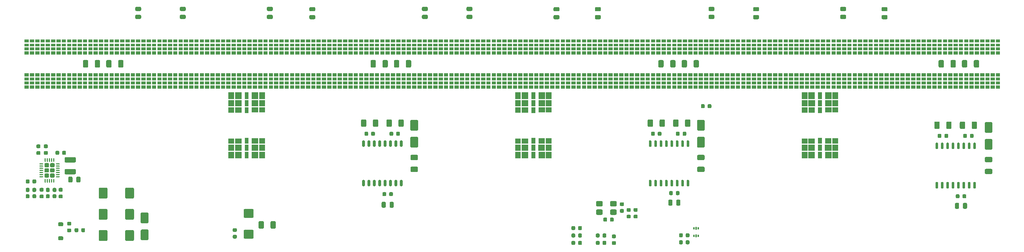
<source format=gbr>
G04 #@! TF.GenerationSoftware,KiCad,Pcbnew,(5.1.10)-1*
G04 #@! TF.CreationDate,2021-11-03T20:12:32-04:00*
G04 #@! TF.ProjectId,besc g2,62657363-2067-4322-9e6b-696361645f70,Init*
G04 #@! TF.SameCoordinates,Original*
G04 #@! TF.FileFunction,Paste,Bot*
G04 #@! TF.FilePolarity,Positive*
%FSLAX46Y46*%
G04 Gerber Fmt 4.6, Leading zero omitted, Abs format (unit mm)*
G04 Created by KiCad (PCBNEW (5.1.10)-1) date 2021-11-03 20:12:32*
%MOMM*%
%LPD*%
G01*
G04 APERTURE LIST*
%ADD10C,0.100000*%
%ADD11R,0.375000X0.500000*%
%ADD12R,0.300000X0.650000*%
G04 APERTURE END LIST*
D10*
G36*
X258800000Y-82150000D02*
G01*
X259700000Y-82150000D01*
X259700000Y-81500000D01*
X258800000Y-81500000D01*
X258800000Y-82150000D01*
G37*
X258800000Y-82150000D02*
X259700000Y-82150000D01*
X259700000Y-81500000D01*
X258800000Y-81500000D01*
X258800000Y-82150000D01*
G36*
X235050000Y-82150000D02*
G01*
X235950000Y-82150000D01*
X235950000Y-81500000D01*
X235050000Y-81500000D01*
X235050000Y-82150000D01*
G37*
X235050000Y-82150000D02*
X235950000Y-82150000D01*
X235950000Y-81500000D01*
X235050000Y-81500000D01*
X235050000Y-82150000D01*
G36*
X235050000Y-81150000D02*
G01*
X235950000Y-81150000D01*
X235950000Y-80550000D01*
X235050000Y-80550000D01*
X235050000Y-81150000D01*
G37*
X235050000Y-81150000D02*
X235950000Y-81150000D01*
X235950000Y-80550000D01*
X235050000Y-80550000D01*
X235050000Y-81150000D01*
G36*
X235050000Y-80200000D02*
G01*
X235950000Y-80200000D01*
X235950000Y-79650000D01*
X235050000Y-79650000D01*
X235050000Y-80200000D01*
G37*
X235050000Y-80200000D02*
X235950000Y-80200000D01*
X235950000Y-79650000D01*
X235050000Y-79650000D01*
X235050000Y-80200000D01*
G36*
X235050000Y-79300000D02*
G01*
X235950000Y-79300000D01*
X235950000Y-78650000D01*
X235050000Y-78650000D01*
X235050000Y-79300000D01*
G37*
X235050000Y-79300000D02*
X235950000Y-79300000D01*
X235950000Y-78650000D01*
X235050000Y-78650000D01*
X235050000Y-79300000D01*
G36*
X237550000Y-82150000D02*
G01*
X238450000Y-82150000D01*
X238450000Y-81500000D01*
X237550000Y-81500000D01*
X237550000Y-82150000D01*
G37*
X237550000Y-82150000D02*
X238450000Y-82150000D01*
X238450000Y-81500000D01*
X237550000Y-81500000D01*
X237550000Y-82150000D01*
G36*
X241300000Y-81150000D02*
G01*
X242200000Y-81150000D01*
X242200000Y-80550000D01*
X241300000Y-80550000D01*
X241300000Y-81150000D01*
G37*
X241300000Y-81150000D02*
X242200000Y-81150000D01*
X242200000Y-80550000D01*
X241300000Y-80550000D01*
X241300000Y-81150000D01*
G36*
X241300000Y-80200000D02*
G01*
X242200000Y-80200000D01*
X242200000Y-79650000D01*
X241300000Y-79650000D01*
X241300000Y-80200000D01*
G37*
X241300000Y-80200000D02*
X242200000Y-80200000D01*
X242200000Y-79650000D01*
X241300000Y-79650000D01*
X241300000Y-80200000D01*
G36*
X241300000Y-79300000D02*
G01*
X242200000Y-79300000D01*
X242200000Y-78650000D01*
X241300000Y-78650000D01*
X241300000Y-79300000D01*
G37*
X241300000Y-79300000D02*
X242200000Y-79300000D01*
X242200000Y-78650000D01*
X241300000Y-78650000D01*
X241300000Y-79300000D01*
G36*
X240050000Y-82150000D02*
G01*
X240950000Y-82150000D01*
X240950000Y-81500000D01*
X240050000Y-81500000D01*
X240050000Y-82150000D01*
G37*
X240050000Y-82150000D02*
X240950000Y-82150000D01*
X240950000Y-81500000D01*
X240050000Y-81500000D01*
X240050000Y-82150000D01*
G36*
X240050000Y-81150000D02*
G01*
X240950000Y-81150000D01*
X240950000Y-80550000D01*
X240050000Y-80550000D01*
X240050000Y-81150000D01*
G37*
X240050000Y-81150000D02*
X240950000Y-81150000D01*
X240950000Y-80550000D01*
X240050000Y-80550000D01*
X240050000Y-81150000D01*
G36*
X240050000Y-80200000D02*
G01*
X240950000Y-80200000D01*
X240950000Y-79650000D01*
X240050000Y-79650000D01*
X240050000Y-80200000D01*
G37*
X240050000Y-80200000D02*
X240950000Y-80200000D01*
X240950000Y-79650000D01*
X240050000Y-79650000D01*
X240050000Y-80200000D01*
G36*
X240050000Y-79300000D02*
G01*
X240950000Y-79300000D01*
X240950000Y-78650000D01*
X240050000Y-78650000D01*
X240050000Y-79300000D01*
G37*
X240050000Y-79300000D02*
X240950000Y-79300000D01*
X240950000Y-78650000D01*
X240050000Y-78650000D01*
X240050000Y-79300000D01*
G36*
X241300000Y-82150000D02*
G01*
X242200000Y-82150000D01*
X242200000Y-81500000D01*
X241300000Y-81500000D01*
X241300000Y-82150000D01*
G37*
X241300000Y-82150000D02*
X242200000Y-82150000D01*
X242200000Y-81500000D01*
X241300000Y-81500000D01*
X241300000Y-82150000D01*
G36*
X238800000Y-79300000D02*
G01*
X239700000Y-79300000D01*
X239700000Y-78650000D01*
X238800000Y-78650000D01*
X238800000Y-79300000D01*
G37*
X238800000Y-79300000D02*
X239700000Y-79300000D01*
X239700000Y-78650000D01*
X238800000Y-78650000D01*
X238800000Y-79300000D01*
G36*
X238800000Y-80200000D02*
G01*
X239700000Y-80200000D01*
X239700000Y-79650000D01*
X238800000Y-79650000D01*
X238800000Y-80200000D01*
G37*
X238800000Y-80200000D02*
X239700000Y-80200000D01*
X239700000Y-79650000D01*
X238800000Y-79650000D01*
X238800000Y-80200000D01*
G36*
X238800000Y-81150000D02*
G01*
X239700000Y-81150000D01*
X239700000Y-80550000D01*
X238800000Y-80550000D01*
X238800000Y-81150000D01*
G37*
X238800000Y-81150000D02*
X239700000Y-81150000D01*
X239700000Y-80550000D01*
X238800000Y-80550000D01*
X238800000Y-81150000D01*
G36*
X238800000Y-82150000D02*
G01*
X239700000Y-82150000D01*
X239700000Y-81500000D01*
X238800000Y-81500000D01*
X238800000Y-82150000D01*
G37*
X238800000Y-82150000D02*
X239700000Y-82150000D01*
X239700000Y-81500000D01*
X238800000Y-81500000D01*
X238800000Y-82150000D01*
G36*
X236300000Y-79300000D02*
G01*
X237200000Y-79300000D01*
X237200000Y-78650000D01*
X236300000Y-78650000D01*
X236300000Y-79300000D01*
G37*
X236300000Y-79300000D02*
X237200000Y-79300000D01*
X237200000Y-78650000D01*
X236300000Y-78650000D01*
X236300000Y-79300000D01*
G36*
X236300000Y-80200000D02*
G01*
X237200000Y-80200000D01*
X237200000Y-79650000D01*
X236300000Y-79650000D01*
X236300000Y-80200000D01*
G37*
X236300000Y-80200000D02*
X237200000Y-80200000D01*
X237200000Y-79650000D01*
X236300000Y-79650000D01*
X236300000Y-80200000D01*
G36*
X236300000Y-81150000D02*
G01*
X237200000Y-81150000D01*
X237200000Y-80550000D01*
X236300000Y-80550000D01*
X236300000Y-81150000D01*
G37*
X236300000Y-81150000D02*
X237200000Y-81150000D01*
X237200000Y-80550000D01*
X236300000Y-80550000D01*
X236300000Y-81150000D01*
G36*
X236300000Y-82150000D02*
G01*
X237200000Y-82150000D01*
X237200000Y-81500000D01*
X236300000Y-81500000D01*
X236300000Y-82150000D01*
G37*
X236300000Y-82150000D02*
X237200000Y-82150000D01*
X237200000Y-81500000D01*
X236300000Y-81500000D01*
X236300000Y-82150000D01*
G36*
X237550000Y-79300000D02*
G01*
X238450000Y-79300000D01*
X238450000Y-78650000D01*
X237550000Y-78650000D01*
X237550000Y-79300000D01*
G37*
X237550000Y-79300000D02*
X238450000Y-79300000D01*
X238450000Y-78650000D01*
X237550000Y-78650000D01*
X237550000Y-79300000D01*
G36*
X237550000Y-80200000D02*
G01*
X238450000Y-80200000D01*
X238450000Y-79650000D01*
X237550000Y-79650000D01*
X237550000Y-80200000D01*
G37*
X237550000Y-80200000D02*
X238450000Y-80200000D01*
X238450000Y-79650000D01*
X237550000Y-79650000D01*
X237550000Y-80200000D01*
G36*
X237550000Y-81150000D02*
G01*
X238450000Y-81150000D01*
X238450000Y-80550000D01*
X237550000Y-80550000D01*
X237550000Y-81150000D01*
G37*
X237550000Y-81150000D02*
X238450000Y-81150000D01*
X238450000Y-80550000D01*
X237550000Y-80550000D01*
X237550000Y-81150000D01*
G36*
X245050000Y-81150000D02*
G01*
X245950000Y-81150000D01*
X245950000Y-80550000D01*
X245050000Y-80550000D01*
X245050000Y-81150000D01*
G37*
X245050000Y-81150000D02*
X245950000Y-81150000D01*
X245950000Y-80550000D01*
X245050000Y-80550000D01*
X245050000Y-81150000D01*
G36*
X245050000Y-80200000D02*
G01*
X245950000Y-80200000D01*
X245950000Y-79650000D01*
X245050000Y-79650000D01*
X245050000Y-80200000D01*
G37*
X245050000Y-80200000D02*
X245950000Y-80200000D01*
X245950000Y-79650000D01*
X245050000Y-79650000D01*
X245050000Y-80200000D01*
G36*
X245050000Y-79300000D02*
G01*
X245950000Y-79300000D01*
X245950000Y-78650000D01*
X245050000Y-78650000D01*
X245050000Y-79300000D01*
G37*
X245050000Y-79300000D02*
X245950000Y-79300000D01*
X245950000Y-78650000D01*
X245050000Y-78650000D01*
X245050000Y-79300000D01*
G36*
X243800000Y-82150000D02*
G01*
X244700000Y-82150000D01*
X244700000Y-81500000D01*
X243800000Y-81500000D01*
X243800000Y-82150000D01*
G37*
X243800000Y-82150000D02*
X244700000Y-82150000D01*
X244700000Y-81500000D01*
X243800000Y-81500000D01*
X243800000Y-82150000D01*
G36*
X243800000Y-81150000D02*
G01*
X244700000Y-81150000D01*
X244700000Y-80550000D01*
X243800000Y-80550000D01*
X243800000Y-81150000D01*
G37*
X243800000Y-81150000D02*
X244700000Y-81150000D01*
X244700000Y-80550000D01*
X243800000Y-80550000D01*
X243800000Y-81150000D01*
G36*
X243800000Y-80200000D02*
G01*
X244700000Y-80200000D01*
X244700000Y-79650000D01*
X243800000Y-79650000D01*
X243800000Y-80200000D01*
G37*
X243800000Y-80200000D02*
X244700000Y-80200000D01*
X244700000Y-79650000D01*
X243800000Y-79650000D01*
X243800000Y-80200000D01*
G36*
X243800000Y-79300000D02*
G01*
X244700000Y-79300000D01*
X244700000Y-78650000D01*
X243800000Y-78650000D01*
X243800000Y-79300000D01*
G37*
X243800000Y-79300000D02*
X244700000Y-79300000D01*
X244700000Y-78650000D01*
X243800000Y-78650000D01*
X243800000Y-79300000D01*
G36*
X245050000Y-82150000D02*
G01*
X245950000Y-82150000D01*
X245950000Y-81500000D01*
X245050000Y-81500000D01*
X245050000Y-82150000D01*
G37*
X245050000Y-82150000D02*
X245950000Y-82150000D01*
X245950000Y-81500000D01*
X245050000Y-81500000D01*
X245050000Y-82150000D01*
G36*
X242550000Y-79300000D02*
G01*
X243450000Y-79300000D01*
X243450000Y-78650000D01*
X242550000Y-78650000D01*
X242550000Y-79300000D01*
G37*
X242550000Y-79300000D02*
X243450000Y-79300000D01*
X243450000Y-78650000D01*
X242550000Y-78650000D01*
X242550000Y-79300000D01*
G36*
X242550000Y-80200000D02*
G01*
X243450000Y-80200000D01*
X243450000Y-79650000D01*
X242550000Y-79650000D01*
X242550000Y-80200000D01*
G37*
X242550000Y-80200000D02*
X243450000Y-80200000D01*
X243450000Y-79650000D01*
X242550000Y-79650000D01*
X242550000Y-80200000D01*
G36*
X242550000Y-81150000D02*
G01*
X243450000Y-81150000D01*
X243450000Y-80550000D01*
X242550000Y-80550000D01*
X242550000Y-81150000D01*
G37*
X242550000Y-81150000D02*
X243450000Y-81150000D01*
X243450000Y-80550000D01*
X242550000Y-80550000D01*
X242550000Y-81150000D01*
G36*
X242550000Y-82150000D02*
G01*
X243450000Y-82150000D01*
X243450000Y-81500000D01*
X242550000Y-81500000D01*
X242550000Y-82150000D01*
G37*
X242550000Y-82150000D02*
X243450000Y-82150000D01*
X243450000Y-81500000D01*
X242550000Y-81500000D01*
X242550000Y-82150000D01*
G36*
X253800000Y-82150000D02*
G01*
X254700000Y-82150000D01*
X254700000Y-81500000D01*
X253800000Y-81500000D01*
X253800000Y-82150000D01*
G37*
X253800000Y-82150000D02*
X254700000Y-82150000D01*
X254700000Y-81500000D01*
X253800000Y-81500000D01*
X253800000Y-82150000D01*
G36*
X253800000Y-81150000D02*
G01*
X254700000Y-81150000D01*
X254700000Y-80550000D01*
X253800000Y-80550000D01*
X253800000Y-81150000D01*
G37*
X253800000Y-81150000D02*
X254700000Y-81150000D01*
X254700000Y-80550000D01*
X253800000Y-80550000D01*
X253800000Y-81150000D01*
G36*
X253800000Y-80200000D02*
G01*
X254700000Y-80200000D01*
X254700000Y-79650000D01*
X253800000Y-79650000D01*
X253800000Y-80200000D01*
G37*
X253800000Y-80200000D02*
X254700000Y-80200000D01*
X254700000Y-79650000D01*
X253800000Y-79650000D01*
X253800000Y-80200000D01*
G36*
X253800000Y-79300000D02*
G01*
X254700000Y-79300000D01*
X254700000Y-78650000D01*
X253800000Y-78650000D01*
X253800000Y-79300000D01*
G37*
X253800000Y-79300000D02*
X254700000Y-79300000D01*
X254700000Y-78650000D01*
X253800000Y-78650000D01*
X253800000Y-79300000D01*
G36*
X256300000Y-82150000D02*
G01*
X257200000Y-82150000D01*
X257200000Y-81500000D01*
X256300000Y-81500000D01*
X256300000Y-82150000D01*
G37*
X256300000Y-82150000D02*
X257200000Y-82150000D01*
X257200000Y-81500000D01*
X256300000Y-81500000D01*
X256300000Y-82150000D01*
G36*
X255050000Y-79300000D02*
G01*
X255950000Y-79300000D01*
X255950000Y-78650000D01*
X255050000Y-78650000D01*
X255050000Y-79300000D01*
G37*
X255050000Y-79300000D02*
X255950000Y-79300000D01*
X255950000Y-78650000D01*
X255050000Y-78650000D01*
X255050000Y-79300000D01*
G36*
X255050000Y-80200000D02*
G01*
X255950000Y-80200000D01*
X255950000Y-79650000D01*
X255050000Y-79650000D01*
X255050000Y-80200000D01*
G37*
X255050000Y-80200000D02*
X255950000Y-80200000D01*
X255950000Y-79650000D01*
X255050000Y-79650000D01*
X255050000Y-80200000D01*
G36*
X255050000Y-81150000D02*
G01*
X255950000Y-81150000D01*
X255950000Y-80550000D01*
X255050000Y-80550000D01*
X255050000Y-81150000D01*
G37*
X255050000Y-81150000D02*
X255950000Y-81150000D01*
X255950000Y-80550000D01*
X255050000Y-80550000D01*
X255050000Y-81150000D01*
G36*
X255050000Y-82150000D02*
G01*
X255950000Y-82150000D01*
X255950000Y-81500000D01*
X255050000Y-81500000D01*
X255050000Y-82150000D01*
G37*
X255050000Y-82150000D02*
X255950000Y-82150000D01*
X255950000Y-81500000D01*
X255050000Y-81500000D01*
X255050000Y-82150000D01*
G36*
X256300000Y-79300000D02*
G01*
X257200000Y-79300000D01*
X257200000Y-78650000D01*
X256300000Y-78650000D01*
X256300000Y-79300000D01*
G37*
X256300000Y-79300000D02*
X257200000Y-79300000D01*
X257200000Y-78650000D01*
X256300000Y-78650000D01*
X256300000Y-79300000D01*
G36*
X256300000Y-80200000D02*
G01*
X257200000Y-80200000D01*
X257200000Y-79650000D01*
X256300000Y-79650000D01*
X256300000Y-80200000D01*
G37*
X256300000Y-80200000D02*
X257200000Y-80200000D01*
X257200000Y-79650000D01*
X256300000Y-79650000D01*
X256300000Y-80200000D01*
G36*
X256300000Y-81150000D02*
G01*
X257200000Y-81150000D01*
X257200000Y-80550000D01*
X256300000Y-80550000D01*
X256300000Y-81150000D01*
G37*
X256300000Y-81150000D02*
X257200000Y-81150000D01*
X257200000Y-80550000D01*
X256300000Y-80550000D01*
X256300000Y-81150000D01*
G36*
X248800000Y-81150000D02*
G01*
X249700000Y-81150000D01*
X249700000Y-80550000D01*
X248800000Y-80550000D01*
X248800000Y-81150000D01*
G37*
X248800000Y-81150000D02*
X249700000Y-81150000D01*
X249700000Y-80550000D01*
X248800000Y-80550000D01*
X248800000Y-81150000D01*
G36*
X248800000Y-80200000D02*
G01*
X249700000Y-80200000D01*
X249700000Y-79650000D01*
X248800000Y-79650000D01*
X248800000Y-80200000D01*
G37*
X248800000Y-80200000D02*
X249700000Y-80200000D01*
X249700000Y-79650000D01*
X248800000Y-79650000D01*
X248800000Y-80200000D01*
G36*
X248800000Y-79300000D02*
G01*
X249700000Y-79300000D01*
X249700000Y-78650000D01*
X248800000Y-78650000D01*
X248800000Y-79300000D01*
G37*
X248800000Y-79300000D02*
X249700000Y-79300000D01*
X249700000Y-78650000D01*
X248800000Y-78650000D01*
X248800000Y-79300000D01*
G36*
X247550000Y-82150000D02*
G01*
X248450000Y-82150000D01*
X248450000Y-81500000D01*
X247550000Y-81500000D01*
X247550000Y-82150000D01*
G37*
X247550000Y-82150000D02*
X248450000Y-82150000D01*
X248450000Y-81500000D01*
X247550000Y-81500000D01*
X247550000Y-82150000D01*
G36*
X247550000Y-81150000D02*
G01*
X248450000Y-81150000D01*
X248450000Y-80550000D01*
X247550000Y-80550000D01*
X247550000Y-81150000D01*
G37*
X247550000Y-81150000D02*
X248450000Y-81150000D01*
X248450000Y-80550000D01*
X247550000Y-80550000D01*
X247550000Y-81150000D01*
G36*
X247550000Y-80200000D02*
G01*
X248450000Y-80200000D01*
X248450000Y-79650000D01*
X247550000Y-79650000D01*
X247550000Y-80200000D01*
G37*
X247550000Y-80200000D02*
X248450000Y-80200000D01*
X248450000Y-79650000D01*
X247550000Y-79650000D01*
X247550000Y-80200000D01*
G36*
X247550000Y-79300000D02*
G01*
X248450000Y-79300000D01*
X248450000Y-78650000D01*
X247550000Y-78650000D01*
X247550000Y-79300000D01*
G37*
X247550000Y-79300000D02*
X248450000Y-79300000D01*
X248450000Y-78650000D01*
X247550000Y-78650000D01*
X247550000Y-79300000D01*
G36*
X250050000Y-82150000D02*
G01*
X250950000Y-82150000D01*
X250950000Y-81500000D01*
X250050000Y-81500000D01*
X250050000Y-82150000D01*
G37*
X250050000Y-82150000D02*
X250950000Y-82150000D01*
X250950000Y-81500000D01*
X250050000Y-81500000D01*
X250050000Y-82150000D01*
G36*
X250050000Y-81150000D02*
G01*
X250950000Y-81150000D01*
X250950000Y-80550000D01*
X250050000Y-80550000D01*
X250050000Y-81150000D01*
G37*
X250050000Y-81150000D02*
X250950000Y-81150000D01*
X250950000Y-80550000D01*
X250050000Y-80550000D01*
X250050000Y-81150000D01*
G36*
X250050000Y-80200000D02*
G01*
X250950000Y-80200000D01*
X250950000Y-79650000D01*
X250050000Y-79650000D01*
X250050000Y-80200000D01*
G37*
X250050000Y-80200000D02*
X250950000Y-80200000D01*
X250950000Y-79650000D01*
X250050000Y-79650000D01*
X250050000Y-80200000D01*
G36*
X250050000Y-79300000D02*
G01*
X250950000Y-79300000D01*
X250950000Y-78650000D01*
X250050000Y-78650000D01*
X250050000Y-79300000D01*
G37*
X250050000Y-79300000D02*
X250950000Y-79300000D01*
X250950000Y-78650000D01*
X250050000Y-78650000D01*
X250050000Y-79300000D01*
G36*
X252550000Y-82150000D02*
G01*
X253450000Y-82150000D01*
X253450000Y-81500000D01*
X252550000Y-81500000D01*
X252550000Y-82150000D01*
G37*
X252550000Y-82150000D02*
X253450000Y-82150000D01*
X253450000Y-81500000D01*
X252550000Y-81500000D01*
X252550000Y-82150000D01*
G36*
X251300000Y-79300000D02*
G01*
X252200000Y-79300000D01*
X252200000Y-78650000D01*
X251300000Y-78650000D01*
X251300000Y-79300000D01*
G37*
X251300000Y-79300000D02*
X252200000Y-79300000D01*
X252200000Y-78650000D01*
X251300000Y-78650000D01*
X251300000Y-79300000D01*
G36*
X251300000Y-80200000D02*
G01*
X252200000Y-80200000D01*
X252200000Y-79650000D01*
X251300000Y-79650000D01*
X251300000Y-80200000D01*
G37*
X251300000Y-80200000D02*
X252200000Y-80200000D01*
X252200000Y-79650000D01*
X251300000Y-79650000D01*
X251300000Y-80200000D01*
G36*
X251300000Y-81150000D02*
G01*
X252200000Y-81150000D01*
X252200000Y-80550000D01*
X251300000Y-80550000D01*
X251300000Y-81150000D01*
G37*
X251300000Y-81150000D02*
X252200000Y-81150000D01*
X252200000Y-80550000D01*
X251300000Y-80550000D01*
X251300000Y-81150000D01*
G36*
X251300000Y-82150000D02*
G01*
X252200000Y-82150000D01*
X252200000Y-81500000D01*
X251300000Y-81500000D01*
X251300000Y-82150000D01*
G37*
X251300000Y-82150000D02*
X252200000Y-82150000D01*
X252200000Y-81500000D01*
X251300000Y-81500000D01*
X251300000Y-82150000D01*
G36*
X252550000Y-79300000D02*
G01*
X253450000Y-79300000D01*
X253450000Y-78650000D01*
X252550000Y-78650000D01*
X252550000Y-79300000D01*
G37*
X252550000Y-79300000D02*
X253450000Y-79300000D01*
X253450000Y-78650000D01*
X252550000Y-78650000D01*
X252550000Y-79300000D01*
G36*
X252550000Y-80200000D02*
G01*
X253450000Y-80200000D01*
X253450000Y-79650000D01*
X252550000Y-79650000D01*
X252550000Y-80200000D01*
G37*
X252550000Y-80200000D02*
X253450000Y-80200000D01*
X253450000Y-79650000D01*
X252550000Y-79650000D01*
X252550000Y-80200000D01*
G36*
X252550000Y-81150000D02*
G01*
X253450000Y-81150000D01*
X253450000Y-80550000D01*
X252550000Y-80550000D01*
X252550000Y-81150000D01*
G37*
X252550000Y-81150000D02*
X253450000Y-81150000D01*
X253450000Y-80550000D01*
X252550000Y-80550000D01*
X252550000Y-81150000D01*
G36*
X248800000Y-82150000D02*
G01*
X249700000Y-82150000D01*
X249700000Y-81500000D01*
X248800000Y-81500000D01*
X248800000Y-82150000D01*
G37*
X248800000Y-82150000D02*
X249700000Y-82150000D01*
X249700000Y-81500000D01*
X248800000Y-81500000D01*
X248800000Y-82150000D01*
G36*
X246300000Y-79300000D02*
G01*
X247200000Y-79300000D01*
X247200000Y-78650000D01*
X246300000Y-78650000D01*
X246300000Y-79300000D01*
G37*
X246300000Y-79300000D02*
X247200000Y-79300000D01*
X247200000Y-78650000D01*
X246300000Y-78650000D01*
X246300000Y-79300000D01*
G36*
X246300000Y-80200000D02*
G01*
X247200000Y-80200000D01*
X247200000Y-79650000D01*
X246300000Y-79650000D01*
X246300000Y-80200000D01*
G37*
X246300000Y-80200000D02*
X247200000Y-80200000D01*
X247200000Y-79650000D01*
X246300000Y-79650000D01*
X246300000Y-80200000D01*
G36*
X246300000Y-81150000D02*
G01*
X247200000Y-81150000D01*
X247200000Y-80550000D01*
X246300000Y-80550000D01*
X246300000Y-81150000D01*
G37*
X246300000Y-81150000D02*
X247200000Y-81150000D01*
X247200000Y-80550000D01*
X246300000Y-80550000D01*
X246300000Y-81150000D01*
G36*
X246300000Y-82150000D02*
G01*
X247200000Y-82150000D01*
X247200000Y-81500000D01*
X246300000Y-81500000D01*
X246300000Y-82150000D01*
G37*
X246300000Y-82150000D02*
X247200000Y-82150000D01*
X247200000Y-81500000D01*
X246300000Y-81500000D01*
X246300000Y-82150000D01*
G36*
X260050000Y-81150000D02*
G01*
X260950000Y-81150000D01*
X260950000Y-80550000D01*
X260050000Y-80550000D01*
X260050000Y-81150000D01*
G37*
X260050000Y-81150000D02*
X260950000Y-81150000D01*
X260950000Y-80550000D01*
X260050000Y-80550000D01*
X260050000Y-81150000D01*
G36*
X260050000Y-80200000D02*
G01*
X260950000Y-80200000D01*
X260950000Y-79650000D01*
X260050000Y-79650000D01*
X260050000Y-80200000D01*
G37*
X260050000Y-80200000D02*
X260950000Y-80200000D01*
X260950000Y-79650000D01*
X260050000Y-79650000D01*
X260050000Y-80200000D01*
G36*
X260050000Y-79300000D02*
G01*
X260950000Y-79300000D01*
X260950000Y-78650000D01*
X260050000Y-78650000D01*
X260050000Y-79300000D01*
G37*
X260050000Y-79300000D02*
X260950000Y-79300000D01*
X260950000Y-78650000D01*
X260050000Y-78650000D01*
X260050000Y-79300000D01*
G36*
X258800000Y-81150000D02*
G01*
X259700000Y-81150000D01*
X259700000Y-80550000D01*
X258800000Y-80550000D01*
X258800000Y-81150000D01*
G37*
X258800000Y-81150000D02*
X259700000Y-81150000D01*
X259700000Y-80550000D01*
X258800000Y-80550000D01*
X258800000Y-81150000D01*
G36*
X258800000Y-80200000D02*
G01*
X259700000Y-80200000D01*
X259700000Y-79650000D01*
X258800000Y-79650000D01*
X258800000Y-80200000D01*
G37*
X258800000Y-80200000D02*
X259700000Y-80200000D01*
X259700000Y-79650000D01*
X258800000Y-79650000D01*
X258800000Y-80200000D01*
G36*
X258800000Y-79300000D02*
G01*
X259700000Y-79300000D01*
X259700000Y-78650000D01*
X258800000Y-78650000D01*
X258800000Y-79300000D01*
G37*
X258800000Y-79300000D02*
X259700000Y-79300000D01*
X259700000Y-78650000D01*
X258800000Y-78650000D01*
X258800000Y-79300000D01*
G36*
X261300000Y-82150000D02*
G01*
X262100000Y-82150000D01*
X262100000Y-81500000D01*
X261300000Y-81500000D01*
X261300000Y-82150000D01*
G37*
X261300000Y-82150000D02*
X262100000Y-82150000D01*
X262100000Y-81500000D01*
X261300000Y-81500000D01*
X261300000Y-82150000D01*
G36*
X261300000Y-81150000D02*
G01*
X262100000Y-81150000D01*
X262100000Y-80550000D01*
X261300000Y-80550000D01*
X261300000Y-81150000D01*
G37*
X261300000Y-81150000D02*
X262100000Y-81150000D01*
X262100000Y-80550000D01*
X261300000Y-80550000D01*
X261300000Y-81150000D01*
G36*
X261300000Y-80200000D02*
G01*
X262100000Y-80200000D01*
X262100000Y-79650000D01*
X261300000Y-79650000D01*
X261300000Y-80200000D01*
G37*
X261300000Y-80200000D02*
X262100000Y-80200000D01*
X262100000Y-79650000D01*
X261300000Y-79650000D01*
X261300000Y-80200000D01*
G36*
X261300000Y-79300000D02*
G01*
X262100000Y-79300000D01*
X262100000Y-78650000D01*
X261300000Y-78650000D01*
X261300000Y-79300000D01*
G37*
X261300000Y-79300000D02*
X262100000Y-79300000D01*
X262100000Y-78650000D01*
X261300000Y-78650000D01*
X261300000Y-79300000D01*
G36*
X260050000Y-82150000D02*
G01*
X260950000Y-82150000D01*
X260950000Y-81500000D01*
X260050000Y-81500000D01*
X260050000Y-82150000D01*
G37*
X260050000Y-82150000D02*
X260950000Y-82150000D01*
X260950000Y-81500000D01*
X260050000Y-81500000D01*
X260050000Y-82150000D01*
G36*
X257550000Y-79300000D02*
G01*
X258450000Y-79300000D01*
X258450000Y-78650000D01*
X257550000Y-78650000D01*
X257550000Y-79300000D01*
G37*
X257550000Y-79300000D02*
X258450000Y-79300000D01*
X258450000Y-78650000D01*
X257550000Y-78650000D01*
X257550000Y-79300000D01*
G36*
X257550000Y-80200000D02*
G01*
X258450000Y-80200000D01*
X258450000Y-79650000D01*
X257550000Y-79650000D01*
X257550000Y-80200000D01*
G37*
X257550000Y-80200000D02*
X258450000Y-80200000D01*
X258450000Y-79650000D01*
X257550000Y-79650000D01*
X257550000Y-80200000D01*
G36*
X257550000Y-81150000D02*
G01*
X258450000Y-81150000D01*
X258450000Y-80550000D01*
X257550000Y-80550000D01*
X257550000Y-81150000D01*
G37*
X257550000Y-81150000D02*
X258450000Y-81150000D01*
X258450000Y-80550000D01*
X257550000Y-80550000D01*
X257550000Y-81150000D01*
G36*
X257550000Y-82150000D02*
G01*
X258450000Y-82150000D01*
X258450000Y-81500000D01*
X257550000Y-81500000D01*
X257550000Y-82150000D01*
G37*
X257550000Y-82150000D02*
X258450000Y-82150000D01*
X258450000Y-81500000D01*
X257550000Y-81500000D01*
X257550000Y-82150000D01*
G36*
X225050000Y-82150000D02*
G01*
X225950000Y-82150000D01*
X225950000Y-81500000D01*
X225050000Y-81500000D01*
X225050000Y-82150000D01*
G37*
X225050000Y-82150000D02*
X225950000Y-82150000D01*
X225950000Y-81500000D01*
X225050000Y-81500000D01*
X225050000Y-82150000D01*
G36*
X201300000Y-82150000D02*
G01*
X202200000Y-82150000D01*
X202200000Y-81500000D01*
X201300000Y-81500000D01*
X201300000Y-82150000D01*
G37*
X201300000Y-82150000D02*
X202200000Y-82150000D01*
X202200000Y-81500000D01*
X201300000Y-81500000D01*
X201300000Y-82150000D01*
G36*
X201300000Y-81150000D02*
G01*
X202200000Y-81150000D01*
X202200000Y-80550000D01*
X201300000Y-80550000D01*
X201300000Y-81150000D01*
G37*
X201300000Y-81150000D02*
X202200000Y-81150000D01*
X202200000Y-80550000D01*
X201300000Y-80550000D01*
X201300000Y-81150000D01*
G36*
X201300000Y-80200000D02*
G01*
X202200000Y-80200000D01*
X202200000Y-79650000D01*
X201300000Y-79650000D01*
X201300000Y-80200000D01*
G37*
X201300000Y-80200000D02*
X202200000Y-80200000D01*
X202200000Y-79650000D01*
X201300000Y-79650000D01*
X201300000Y-80200000D01*
G36*
X201300000Y-79300000D02*
G01*
X202200000Y-79300000D01*
X202200000Y-78650000D01*
X201300000Y-78650000D01*
X201300000Y-79300000D01*
G37*
X201300000Y-79300000D02*
X202200000Y-79300000D01*
X202200000Y-78650000D01*
X201300000Y-78650000D01*
X201300000Y-79300000D01*
G36*
X203800000Y-82150000D02*
G01*
X204700000Y-82150000D01*
X204700000Y-81500000D01*
X203800000Y-81500000D01*
X203800000Y-82150000D01*
G37*
X203800000Y-82150000D02*
X204700000Y-82150000D01*
X204700000Y-81500000D01*
X203800000Y-81500000D01*
X203800000Y-82150000D01*
G36*
X207550000Y-81150000D02*
G01*
X208450000Y-81150000D01*
X208450000Y-80550000D01*
X207550000Y-80550000D01*
X207550000Y-81150000D01*
G37*
X207550000Y-81150000D02*
X208450000Y-81150000D01*
X208450000Y-80550000D01*
X207550000Y-80550000D01*
X207550000Y-81150000D01*
G36*
X207550000Y-80200000D02*
G01*
X208450000Y-80200000D01*
X208450000Y-79650000D01*
X207550000Y-79650000D01*
X207550000Y-80200000D01*
G37*
X207550000Y-80200000D02*
X208450000Y-80200000D01*
X208450000Y-79650000D01*
X207550000Y-79650000D01*
X207550000Y-80200000D01*
G36*
X207550000Y-79300000D02*
G01*
X208450000Y-79300000D01*
X208450000Y-78650000D01*
X207550000Y-78650000D01*
X207550000Y-79300000D01*
G37*
X207550000Y-79300000D02*
X208450000Y-79300000D01*
X208450000Y-78650000D01*
X207550000Y-78650000D01*
X207550000Y-79300000D01*
G36*
X206300000Y-82150000D02*
G01*
X207200000Y-82150000D01*
X207200000Y-81500000D01*
X206300000Y-81500000D01*
X206300000Y-82150000D01*
G37*
X206300000Y-82150000D02*
X207200000Y-82150000D01*
X207200000Y-81500000D01*
X206300000Y-81500000D01*
X206300000Y-82150000D01*
G36*
X206300000Y-81150000D02*
G01*
X207200000Y-81150000D01*
X207200000Y-80550000D01*
X206300000Y-80550000D01*
X206300000Y-81150000D01*
G37*
X206300000Y-81150000D02*
X207200000Y-81150000D01*
X207200000Y-80550000D01*
X206300000Y-80550000D01*
X206300000Y-81150000D01*
G36*
X206300000Y-80200000D02*
G01*
X207200000Y-80200000D01*
X207200000Y-79650000D01*
X206300000Y-79650000D01*
X206300000Y-80200000D01*
G37*
X206300000Y-80200000D02*
X207200000Y-80200000D01*
X207200000Y-79650000D01*
X206300000Y-79650000D01*
X206300000Y-80200000D01*
G36*
X206300000Y-79300000D02*
G01*
X207200000Y-79300000D01*
X207200000Y-78650000D01*
X206300000Y-78650000D01*
X206300000Y-79300000D01*
G37*
X206300000Y-79300000D02*
X207200000Y-79300000D01*
X207200000Y-78650000D01*
X206300000Y-78650000D01*
X206300000Y-79300000D01*
G36*
X207550000Y-82150000D02*
G01*
X208450000Y-82150000D01*
X208450000Y-81500000D01*
X207550000Y-81500000D01*
X207550000Y-82150000D01*
G37*
X207550000Y-82150000D02*
X208450000Y-82150000D01*
X208450000Y-81500000D01*
X207550000Y-81500000D01*
X207550000Y-82150000D01*
G36*
X205050000Y-79300000D02*
G01*
X205950000Y-79300000D01*
X205950000Y-78650000D01*
X205050000Y-78650000D01*
X205050000Y-79300000D01*
G37*
X205050000Y-79300000D02*
X205950000Y-79300000D01*
X205950000Y-78650000D01*
X205050000Y-78650000D01*
X205050000Y-79300000D01*
G36*
X205050000Y-80200000D02*
G01*
X205950000Y-80200000D01*
X205950000Y-79650000D01*
X205050000Y-79650000D01*
X205050000Y-80200000D01*
G37*
X205050000Y-80200000D02*
X205950000Y-80200000D01*
X205950000Y-79650000D01*
X205050000Y-79650000D01*
X205050000Y-80200000D01*
G36*
X205050000Y-81150000D02*
G01*
X205950000Y-81150000D01*
X205950000Y-80550000D01*
X205050000Y-80550000D01*
X205050000Y-81150000D01*
G37*
X205050000Y-81150000D02*
X205950000Y-81150000D01*
X205950000Y-80550000D01*
X205050000Y-80550000D01*
X205050000Y-81150000D01*
G36*
X205050000Y-82150000D02*
G01*
X205950000Y-82150000D01*
X205950000Y-81500000D01*
X205050000Y-81500000D01*
X205050000Y-82150000D01*
G37*
X205050000Y-82150000D02*
X205950000Y-82150000D01*
X205950000Y-81500000D01*
X205050000Y-81500000D01*
X205050000Y-82150000D01*
G36*
X202550000Y-79300000D02*
G01*
X203450000Y-79300000D01*
X203450000Y-78650000D01*
X202550000Y-78650000D01*
X202550000Y-79300000D01*
G37*
X202550000Y-79300000D02*
X203450000Y-79300000D01*
X203450000Y-78650000D01*
X202550000Y-78650000D01*
X202550000Y-79300000D01*
G36*
X202550000Y-80200000D02*
G01*
X203450000Y-80200000D01*
X203450000Y-79650000D01*
X202550000Y-79650000D01*
X202550000Y-80200000D01*
G37*
X202550000Y-80200000D02*
X203450000Y-80200000D01*
X203450000Y-79650000D01*
X202550000Y-79650000D01*
X202550000Y-80200000D01*
G36*
X202550000Y-81150000D02*
G01*
X203450000Y-81150000D01*
X203450000Y-80550000D01*
X202550000Y-80550000D01*
X202550000Y-81150000D01*
G37*
X202550000Y-81150000D02*
X203450000Y-81150000D01*
X203450000Y-80550000D01*
X202550000Y-80550000D01*
X202550000Y-81150000D01*
G36*
X202550000Y-82150000D02*
G01*
X203450000Y-82150000D01*
X203450000Y-81500000D01*
X202550000Y-81500000D01*
X202550000Y-82150000D01*
G37*
X202550000Y-82150000D02*
X203450000Y-82150000D01*
X203450000Y-81500000D01*
X202550000Y-81500000D01*
X202550000Y-82150000D01*
G36*
X203800000Y-79300000D02*
G01*
X204700000Y-79300000D01*
X204700000Y-78650000D01*
X203800000Y-78650000D01*
X203800000Y-79300000D01*
G37*
X203800000Y-79300000D02*
X204700000Y-79300000D01*
X204700000Y-78650000D01*
X203800000Y-78650000D01*
X203800000Y-79300000D01*
G36*
X203800000Y-80200000D02*
G01*
X204700000Y-80200000D01*
X204700000Y-79650000D01*
X203800000Y-79650000D01*
X203800000Y-80200000D01*
G37*
X203800000Y-80200000D02*
X204700000Y-80200000D01*
X204700000Y-79650000D01*
X203800000Y-79650000D01*
X203800000Y-80200000D01*
G36*
X203800000Y-81150000D02*
G01*
X204700000Y-81150000D01*
X204700000Y-80550000D01*
X203800000Y-80550000D01*
X203800000Y-81150000D01*
G37*
X203800000Y-81150000D02*
X204700000Y-81150000D01*
X204700000Y-80550000D01*
X203800000Y-80550000D01*
X203800000Y-81150000D01*
G36*
X211300000Y-81150000D02*
G01*
X212200000Y-81150000D01*
X212200000Y-80550000D01*
X211300000Y-80550000D01*
X211300000Y-81150000D01*
G37*
X211300000Y-81150000D02*
X212200000Y-81150000D01*
X212200000Y-80550000D01*
X211300000Y-80550000D01*
X211300000Y-81150000D01*
G36*
X211300000Y-80200000D02*
G01*
X212200000Y-80200000D01*
X212200000Y-79650000D01*
X211300000Y-79650000D01*
X211300000Y-80200000D01*
G37*
X211300000Y-80200000D02*
X212200000Y-80200000D01*
X212200000Y-79650000D01*
X211300000Y-79650000D01*
X211300000Y-80200000D01*
G36*
X211300000Y-79300000D02*
G01*
X212200000Y-79300000D01*
X212200000Y-78650000D01*
X211300000Y-78650000D01*
X211300000Y-79300000D01*
G37*
X211300000Y-79300000D02*
X212200000Y-79300000D01*
X212200000Y-78650000D01*
X211300000Y-78650000D01*
X211300000Y-79300000D01*
G36*
X210050000Y-82150000D02*
G01*
X210950000Y-82150000D01*
X210950000Y-81500000D01*
X210050000Y-81500000D01*
X210050000Y-82150000D01*
G37*
X210050000Y-82150000D02*
X210950000Y-82150000D01*
X210950000Y-81500000D01*
X210050000Y-81500000D01*
X210050000Y-82150000D01*
G36*
X210050000Y-81150000D02*
G01*
X210950000Y-81150000D01*
X210950000Y-80550000D01*
X210050000Y-80550000D01*
X210050000Y-81150000D01*
G37*
X210050000Y-81150000D02*
X210950000Y-81150000D01*
X210950000Y-80550000D01*
X210050000Y-80550000D01*
X210050000Y-81150000D01*
G36*
X210050000Y-80200000D02*
G01*
X210950000Y-80200000D01*
X210950000Y-79650000D01*
X210050000Y-79650000D01*
X210050000Y-80200000D01*
G37*
X210050000Y-80200000D02*
X210950000Y-80200000D01*
X210950000Y-79650000D01*
X210050000Y-79650000D01*
X210050000Y-80200000D01*
G36*
X210050000Y-79300000D02*
G01*
X210950000Y-79300000D01*
X210950000Y-78650000D01*
X210050000Y-78650000D01*
X210050000Y-79300000D01*
G37*
X210050000Y-79300000D02*
X210950000Y-79300000D01*
X210950000Y-78650000D01*
X210050000Y-78650000D01*
X210050000Y-79300000D01*
G36*
X211300000Y-82150000D02*
G01*
X212200000Y-82150000D01*
X212200000Y-81500000D01*
X211300000Y-81500000D01*
X211300000Y-82150000D01*
G37*
X211300000Y-82150000D02*
X212200000Y-82150000D01*
X212200000Y-81500000D01*
X211300000Y-81500000D01*
X211300000Y-82150000D01*
G36*
X208800000Y-79300000D02*
G01*
X209700000Y-79300000D01*
X209700000Y-78650000D01*
X208800000Y-78650000D01*
X208800000Y-79300000D01*
G37*
X208800000Y-79300000D02*
X209700000Y-79300000D01*
X209700000Y-78650000D01*
X208800000Y-78650000D01*
X208800000Y-79300000D01*
G36*
X208800000Y-80200000D02*
G01*
X209700000Y-80200000D01*
X209700000Y-79650000D01*
X208800000Y-79650000D01*
X208800000Y-80200000D01*
G37*
X208800000Y-80200000D02*
X209700000Y-80200000D01*
X209700000Y-79650000D01*
X208800000Y-79650000D01*
X208800000Y-80200000D01*
G36*
X208800000Y-81150000D02*
G01*
X209700000Y-81150000D01*
X209700000Y-80550000D01*
X208800000Y-80550000D01*
X208800000Y-81150000D01*
G37*
X208800000Y-81150000D02*
X209700000Y-81150000D01*
X209700000Y-80550000D01*
X208800000Y-80550000D01*
X208800000Y-81150000D01*
G36*
X208800000Y-82150000D02*
G01*
X209700000Y-82150000D01*
X209700000Y-81500000D01*
X208800000Y-81500000D01*
X208800000Y-82150000D01*
G37*
X208800000Y-82150000D02*
X209700000Y-82150000D01*
X209700000Y-81500000D01*
X208800000Y-81500000D01*
X208800000Y-82150000D01*
G36*
X220050000Y-82150000D02*
G01*
X220950000Y-82150000D01*
X220950000Y-81500000D01*
X220050000Y-81500000D01*
X220050000Y-82150000D01*
G37*
X220050000Y-82150000D02*
X220950000Y-82150000D01*
X220950000Y-81500000D01*
X220050000Y-81500000D01*
X220050000Y-82150000D01*
G36*
X220050000Y-81150000D02*
G01*
X220950000Y-81150000D01*
X220950000Y-80550000D01*
X220050000Y-80550000D01*
X220050000Y-81150000D01*
G37*
X220050000Y-81150000D02*
X220950000Y-81150000D01*
X220950000Y-80550000D01*
X220050000Y-80550000D01*
X220050000Y-81150000D01*
G36*
X220050000Y-80200000D02*
G01*
X220950000Y-80200000D01*
X220950000Y-79650000D01*
X220050000Y-79650000D01*
X220050000Y-80200000D01*
G37*
X220050000Y-80200000D02*
X220950000Y-80200000D01*
X220950000Y-79650000D01*
X220050000Y-79650000D01*
X220050000Y-80200000D01*
G36*
X220050000Y-79300000D02*
G01*
X220950000Y-79300000D01*
X220950000Y-78650000D01*
X220050000Y-78650000D01*
X220050000Y-79300000D01*
G37*
X220050000Y-79300000D02*
X220950000Y-79300000D01*
X220950000Y-78650000D01*
X220050000Y-78650000D01*
X220050000Y-79300000D01*
G36*
X222550000Y-82150000D02*
G01*
X223450000Y-82150000D01*
X223450000Y-81500000D01*
X222550000Y-81500000D01*
X222550000Y-82150000D01*
G37*
X222550000Y-82150000D02*
X223450000Y-82150000D01*
X223450000Y-81500000D01*
X222550000Y-81500000D01*
X222550000Y-82150000D01*
G36*
X221300000Y-79300000D02*
G01*
X222200000Y-79300000D01*
X222200000Y-78650000D01*
X221300000Y-78650000D01*
X221300000Y-79300000D01*
G37*
X221300000Y-79300000D02*
X222200000Y-79300000D01*
X222200000Y-78650000D01*
X221300000Y-78650000D01*
X221300000Y-79300000D01*
G36*
X221300000Y-80200000D02*
G01*
X222200000Y-80200000D01*
X222200000Y-79650000D01*
X221300000Y-79650000D01*
X221300000Y-80200000D01*
G37*
X221300000Y-80200000D02*
X222200000Y-80200000D01*
X222200000Y-79650000D01*
X221300000Y-79650000D01*
X221300000Y-80200000D01*
G36*
X221300000Y-81150000D02*
G01*
X222200000Y-81150000D01*
X222200000Y-80550000D01*
X221300000Y-80550000D01*
X221300000Y-81150000D01*
G37*
X221300000Y-81150000D02*
X222200000Y-81150000D01*
X222200000Y-80550000D01*
X221300000Y-80550000D01*
X221300000Y-81150000D01*
G36*
X221300000Y-82150000D02*
G01*
X222200000Y-82150000D01*
X222200000Y-81500000D01*
X221300000Y-81500000D01*
X221300000Y-82150000D01*
G37*
X221300000Y-82150000D02*
X222200000Y-82150000D01*
X222200000Y-81500000D01*
X221300000Y-81500000D01*
X221300000Y-82150000D01*
G36*
X222550000Y-79300000D02*
G01*
X223450000Y-79300000D01*
X223450000Y-78650000D01*
X222550000Y-78650000D01*
X222550000Y-79300000D01*
G37*
X222550000Y-79300000D02*
X223450000Y-79300000D01*
X223450000Y-78650000D01*
X222550000Y-78650000D01*
X222550000Y-79300000D01*
G36*
X222550000Y-80200000D02*
G01*
X223450000Y-80200000D01*
X223450000Y-79650000D01*
X222550000Y-79650000D01*
X222550000Y-80200000D01*
G37*
X222550000Y-80200000D02*
X223450000Y-80200000D01*
X223450000Y-79650000D01*
X222550000Y-79650000D01*
X222550000Y-80200000D01*
G36*
X222550000Y-81150000D02*
G01*
X223450000Y-81150000D01*
X223450000Y-80550000D01*
X222550000Y-80550000D01*
X222550000Y-81150000D01*
G37*
X222550000Y-81150000D02*
X223450000Y-81150000D01*
X223450000Y-80550000D01*
X222550000Y-80550000D01*
X222550000Y-81150000D01*
G36*
X215050000Y-81150000D02*
G01*
X215950000Y-81150000D01*
X215950000Y-80550000D01*
X215050000Y-80550000D01*
X215050000Y-81150000D01*
G37*
X215050000Y-81150000D02*
X215950000Y-81150000D01*
X215950000Y-80550000D01*
X215050000Y-80550000D01*
X215050000Y-81150000D01*
G36*
X215050000Y-80200000D02*
G01*
X215950000Y-80200000D01*
X215950000Y-79650000D01*
X215050000Y-79650000D01*
X215050000Y-80200000D01*
G37*
X215050000Y-80200000D02*
X215950000Y-80200000D01*
X215950000Y-79650000D01*
X215050000Y-79650000D01*
X215050000Y-80200000D01*
G36*
X215050000Y-79300000D02*
G01*
X215950000Y-79300000D01*
X215950000Y-78650000D01*
X215050000Y-78650000D01*
X215050000Y-79300000D01*
G37*
X215050000Y-79300000D02*
X215950000Y-79300000D01*
X215950000Y-78650000D01*
X215050000Y-78650000D01*
X215050000Y-79300000D01*
G36*
X213800000Y-82150000D02*
G01*
X214700000Y-82150000D01*
X214700000Y-81500000D01*
X213800000Y-81500000D01*
X213800000Y-82150000D01*
G37*
X213800000Y-82150000D02*
X214700000Y-82150000D01*
X214700000Y-81500000D01*
X213800000Y-81500000D01*
X213800000Y-82150000D01*
G36*
X213800000Y-81150000D02*
G01*
X214700000Y-81150000D01*
X214700000Y-80550000D01*
X213800000Y-80550000D01*
X213800000Y-81150000D01*
G37*
X213800000Y-81150000D02*
X214700000Y-81150000D01*
X214700000Y-80550000D01*
X213800000Y-80550000D01*
X213800000Y-81150000D01*
G36*
X213800000Y-80200000D02*
G01*
X214700000Y-80200000D01*
X214700000Y-79650000D01*
X213800000Y-79650000D01*
X213800000Y-80200000D01*
G37*
X213800000Y-80200000D02*
X214700000Y-80200000D01*
X214700000Y-79650000D01*
X213800000Y-79650000D01*
X213800000Y-80200000D01*
G36*
X213800000Y-79300000D02*
G01*
X214700000Y-79300000D01*
X214700000Y-78650000D01*
X213800000Y-78650000D01*
X213800000Y-79300000D01*
G37*
X213800000Y-79300000D02*
X214700000Y-79300000D01*
X214700000Y-78650000D01*
X213800000Y-78650000D01*
X213800000Y-79300000D01*
G36*
X216300000Y-82150000D02*
G01*
X217200000Y-82150000D01*
X217200000Y-81500000D01*
X216300000Y-81500000D01*
X216300000Y-82150000D01*
G37*
X216300000Y-82150000D02*
X217200000Y-82150000D01*
X217200000Y-81500000D01*
X216300000Y-81500000D01*
X216300000Y-82150000D01*
G36*
X216300000Y-81150000D02*
G01*
X217200000Y-81150000D01*
X217200000Y-80550000D01*
X216300000Y-80550000D01*
X216300000Y-81150000D01*
G37*
X216300000Y-81150000D02*
X217200000Y-81150000D01*
X217200000Y-80550000D01*
X216300000Y-80550000D01*
X216300000Y-81150000D01*
G36*
X216300000Y-80200000D02*
G01*
X217200000Y-80200000D01*
X217200000Y-79650000D01*
X216300000Y-79650000D01*
X216300000Y-80200000D01*
G37*
X216300000Y-80200000D02*
X217200000Y-80200000D01*
X217200000Y-79650000D01*
X216300000Y-79650000D01*
X216300000Y-80200000D01*
G36*
X216300000Y-79300000D02*
G01*
X217200000Y-79300000D01*
X217200000Y-78650000D01*
X216300000Y-78650000D01*
X216300000Y-79300000D01*
G37*
X216300000Y-79300000D02*
X217200000Y-79300000D01*
X217200000Y-78650000D01*
X216300000Y-78650000D01*
X216300000Y-79300000D01*
G36*
X218800000Y-82150000D02*
G01*
X219700000Y-82150000D01*
X219700000Y-81500000D01*
X218800000Y-81500000D01*
X218800000Y-82150000D01*
G37*
X218800000Y-82150000D02*
X219700000Y-82150000D01*
X219700000Y-81500000D01*
X218800000Y-81500000D01*
X218800000Y-82150000D01*
G36*
X217550000Y-79300000D02*
G01*
X218450000Y-79300000D01*
X218450000Y-78650000D01*
X217550000Y-78650000D01*
X217550000Y-79300000D01*
G37*
X217550000Y-79300000D02*
X218450000Y-79300000D01*
X218450000Y-78650000D01*
X217550000Y-78650000D01*
X217550000Y-79300000D01*
G36*
X217550000Y-80200000D02*
G01*
X218450000Y-80200000D01*
X218450000Y-79650000D01*
X217550000Y-79650000D01*
X217550000Y-80200000D01*
G37*
X217550000Y-80200000D02*
X218450000Y-80200000D01*
X218450000Y-79650000D01*
X217550000Y-79650000D01*
X217550000Y-80200000D01*
G36*
X217550000Y-81150000D02*
G01*
X218450000Y-81150000D01*
X218450000Y-80550000D01*
X217550000Y-80550000D01*
X217550000Y-81150000D01*
G37*
X217550000Y-81150000D02*
X218450000Y-81150000D01*
X218450000Y-80550000D01*
X217550000Y-80550000D01*
X217550000Y-81150000D01*
G36*
X217550000Y-82150000D02*
G01*
X218450000Y-82150000D01*
X218450000Y-81500000D01*
X217550000Y-81500000D01*
X217550000Y-82150000D01*
G37*
X217550000Y-82150000D02*
X218450000Y-82150000D01*
X218450000Y-81500000D01*
X217550000Y-81500000D01*
X217550000Y-82150000D01*
G36*
X218800000Y-79300000D02*
G01*
X219700000Y-79300000D01*
X219700000Y-78650000D01*
X218800000Y-78650000D01*
X218800000Y-79300000D01*
G37*
X218800000Y-79300000D02*
X219700000Y-79300000D01*
X219700000Y-78650000D01*
X218800000Y-78650000D01*
X218800000Y-79300000D01*
G36*
X218800000Y-80200000D02*
G01*
X219700000Y-80200000D01*
X219700000Y-79650000D01*
X218800000Y-79650000D01*
X218800000Y-80200000D01*
G37*
X218800000Y-80200000D02*
X219700000Y-80200000D01*
X219700000Y-79650000D01*
X218800000Y-79650000D01*
X218800000Y-80200000D01*
G36*
X218800000Y-81150000D02*
G01*
X219700000Y-81150000D01*
X219700000Y-80550000D01*
X218800000Y-80550000D01*
X218800000Y-81150000D01*
G37*
X218800000Y-81150000D02*
X219700000Y-81150000D01*
X219700000Y-80550000D01*
X218800000Y-80550000D01*
X218800000Y-81150000D01*
G36*
X215050000Y-82150000D02*
G01*
X215950000Y-82150000D01*
X215950000Y-81500000D01*
X215050000Y-81500000D01*
X215050000Y-82150000D01*
G37*
X215050000Y-82150000D02*
X215950000Y-82150000D01*
X215950000Y-81500000D01*
X215050000Y-81500000D01*
X215050000Y-82150000D01*
G36*
X212550000Y-79300000D02*
G01*
X213450000Y-79300000D01*
X213450000Y-78650000D01*
X212550000Y-78650000D01*
X212550000Y-79300000D01*
G37*
X212550000Y-79300000D02*
X213450000Y-79300000D01*
X213450000Y-78650000D01*
X212550000Y-78650000D01*
X212550000Y-79300000D01*
G36*
X212550000Y-80200000D02*
G01*
X213450000Y-80200000D01*
X213450000Y-79650000D01*
X212550000Y-79650000D01*
X212550000Y-80200000D01*
G37*
X212550000Y-80200000D02*
X213450000Y-80200000D01*
X213450000Y-79650000D01*
X212550000Y-79650000D01*
X212550000Y-80200000D01*
G36*
X212550000Y-81150000D02*
G01*
X213450000Y-81150000D01*
X213450000Y-80550000D01*
X212550000Y-80550000D01*
X212550000Y-81150000D01*
G37*
X212550000Y-81150000D02*
X213450000Y-81150000D01*
X213450000Y-80550000D01*
X212550000Y-80550000D01*
X212550000Y-81150000D01*
G36*
X212550000Y-82150000D02*
G01*
X213450000Y-82150000D01*
X213450000Y-81500000D01*
X212550000Y-81500000D01*
X212550000Y-82150000D01*
G37*
X212550000Y-82150000D02*
X213450000Y-82150000D01*
X213450000Y-81500000D01*
X212550000Y-81500000D01*
X212550000Y-82150000D01*
G36*
X231300000Y-82150000D02*
G01*
X232200000Y-82150000D01*
X232200000Y-81500000D01*
X231300000Y-81500000D01*
X231300000Y-82150000D01*
G37*
X231300000Y-82150000D02*
X232200000Y-82150000D01*
X232200000Y-81500000D01*
X231300000Y-81500000D01*
X231300000Y-82150000D01*
G36*
X231300000Y-81150000D02*
G01*
X232200000Y-81150000D01*
X232200000Y-80550000D01*
X231300000Y-80550000D01*
X231300000Y-81150000D01*
G37*
X231300000Y-81150000D02*
X232200000Y-81150000D01*
X232200000Y-80550000D01*
X231300000Y-80550000D01*
X231300000Y-81150000D01*
G36*
X231300000Y-80200000D02*
G01*
X232200000Y-80200000D01*
X232200000Y-79650000D01*
X231300000Y-79650000D01*
X231300000Y-80200000D01*
G37*
X231300000Y-80200000D02*
X232200000Y-80200000D01*
X232200000Y-79650000D01*
X231300000Y-79650000D01*
X231300000Y-80200000D01*
G36*
X231300000Y-79300000D02*
G01*
X232200000Y-79300000D01*
X232200000Y-78650000D01*
X231300000Y-78650000D01*
X231300000Y-79300000D01*
G37*
X231300000Y-79300000D02*
X232200000Y-79300000D01*
X232200000Y-78650000D01*
X231300000Y-78650000D01*
X231300000Y-79300000D01*
G36*
X233800000Y-82150000D02*
G01*
X234700000Y-82150000D01*
X234700000Y-81500000D01*
X233800000Y-81500000D01*
X233800000Y-82150000D01*
G37*
X233800000Y-82150000D02*
X234700000Y-82150000D01*
X234700000Y-81500000D01*
X233800000Y-81500000D01*
X233800000Y-82150000D01*
G36*
X232550000Y-79300000D02*
G01*
X233450000Y-79300000D01*
X233450000Y-78650000D01*
X232550000Y-78650000D01*
X232550000Y-79300000D01*
G37*
X232550000Y-79300000D02*
X233450000Y-79300000D01*
X233450000Y-78650000D01*
X232550000Y-78650000D01*
X232550000Y-79300000D01*
G36*
X232550000Y-80200000D02*
G01*
X233450000Y-80200000D01*
X233450000Y-79650000D01*
X232550000Y-79650000D01*
X232550000Y-80200000D01*
G37*
X232550000Y-80200000D02*
X233450000Y-80200000D01*
X233450000Y-79650000D01*
X232550000Y-79650000D01*
X232550000Y-80200000D01*
G36*
X232550000Y-81150000D02*
G01*
X233450000Y-81150000D01*
X233450000Y-80550000D01*
X232550000Y-80550000D01*
X232550000Y-81150000D01*
G37*
X232550000Y-81150000D02*
X233450000Y-81150000D01*
X233450000Y-80550000D01*
X232550000Y-80550000D01*
X232550000Y-81150000D01*
G36*
X232550000Y-82150000D02*
G01*
X233450000Y-82150000D01*
X233450000Y-81500000D01*
X232550000Y-81500000D01*
X232550000Y-82150000D01*
G37*
X232550000Y-82150000D02*
X233450000Y-82150000D01*
X233450000Y-81500000D01*
X232550000Y-81500000D01*
X232550000Y-82150000D01*
G36*
X233800000Y-79300000D02*
G01*
X234700000Y-79300000D01*
X234700000Y-78650000D01*
X233800000Y-78650000D01*
X233800000Y-79300000D01*
G37*
X233800000Y-79300000D02*
X234700000Y-79300000D01*
X234700000Y-78650000D01*
X233800000Y-78650000D01*
X233800000Y-79300000D01*
G36*
X233800000Y-80200000D02*
G01*
X234700000Y-80200000D01*
X234700000Y-79650000D01*
X233800000Y-79650000D01*
X233800000Y-80200000D01*
G37*
X233800000Y-80200000D02*
X234700000Y-80200000D01*
X234700000Y-79650000D01*
X233800000Y-79650000D01*
X233800000Y-80200000D01*
G36*
X233800000Y-81150000D02*
G01*
X234700000Y-81150000D01*
X234700000Y-80550000D01*
X233800000Y-80550000D01*
X233800000Y-81150000D01*
G37*
X233800000Y-81150000D02*
X234700000Y-81150000D01*
X234700000Y-80550000D01*
X233800000Y-80550000D01*
X233800000Y-81150000D01*
G36*
X226300000Y-81150000D02*
G01*
X227200000Y-81150000D01*
X227200000Y-80550000D01*
X226300000Y-80550000D01*
X226300000Y-81150000D01*
G37*
X226300000Y-81150000D02*
X227200000Y-81150000D01*
X227200000Y-80550000D01*
X226300000Y-80550000D01*
X226300000Y-81150000D01*
G36*
X226300000Y-80200000D02*
G01*
X227200000Y-80200000D01*
X227200000Y-79650000D01*
X226300000Y-79650000D01*
X226300000Y-80200000D01*
G37*
X226300000Y-80200000D02*
X227200000Y-80200000D01*
X227200000Y-79650000D01*
X226300000Y-79650000D01*
X226300000Y-80200000D01*
G36*
X226300000Y-79300000D02*
G01*
X227200000Y-79300000D01*
X227200000Y-78650000D01*
X226300000Y-78650000D01*
X226300000Y-79300000D01*
G37*
X226300000Y-79300000D02*
X227200000Y-79300000D01*
X227200000Y-78650000D01*
X226300000Y-78650000D01*
X226300000Y-79300000D01*
G36*
X225050000Y-81150000D02*
G01*
X225950000Y-81150000D01*
X225950000Y-80550000D01*
X225050000Y-80550000D01*
X225050000Y-81150000D01*
G37*
X225050000Y-81150000D02*
X225950000Y-81150000D01*
X225950000Y-80550000D01*
X225050000Y-80550000D01*
X225050000Y-81150000D01*
G36*
X225050000Y-80200000D02*
G01*
X225950000Y-80200000D01*
X225950000Y-79650000D01*
X225050000Y-79650000D01*
X225050000Y-80200000D01*
G37*
X225050000Y-80200000D02*
X225950000Y-80200000D01*
X225950000Y-79650000D01*
X225050000Y-79650000D01*
X225050000Y-80200000D01*
G36*
X225050000Y-79300000D02*
G01*
X225950000Y-79300000D01*
X225950000Y-78650000D01*
X225050000Y-78650000D01*
X225050000Y-79300000D01*
G37*
X225050000Y-79300000D02*
X225950000Y-79300000D01*
X225950000Y-78650000D01*
X225050000Y-78650000D01*
X225050000Y-79300000D01*
G36*
X227550000Y-82150000D02*
G01*
X228450000Y-82150000D01*
X228450000Y-81500000D01*
X227550000Y-81500000D01*
X227550000Y-82150000D01*
G37*
X227550000Y-82150000D02*
X228450000Y-82150000D01*
X228450000Y-81500000D01*
X227550000Y-81500000D01*
X227550000Y-82150000D01*
G36*
X227550000Y-81150000D02*
G01*
X228450000Y-81150000D01*
X228450000Y-80550000D01*
X227550000Y-80550000D01*
X227550000Y-81150000D01*
G37*
X227550000Y-81150000D02*
X228450000Y-81150000D01*
X228450000Y-80550000D01*
X227550000Y-80550000D01*
X227550000Y-81150000D01*
G36*
X227550000Y-80200000D02*
G01*
X228450000Y-80200000D01*
X228450000Y-79650000D01*
X227550000Y-79650000D01*
X227550000Y-80200000D01*
G37*
X227550000Y-80200000D02*
X228450000Y-80200000D01*
X228450000Y-79650000D01*
X227550000Y-79650000D01*
X227550000Y-80200000D01*
G36*
X227550000Y-79300000D02*
G01*
X228450000Y-79300000D01*
X228450000Y-78650000D01*
X227550000Y-78650000D01*
X227550000Y-79300000D01*
G37*
X227550000Y-79300000D02*
X228450000Y-79300000D01*
X228450000Y-78650000D01*
X227550000Y-78650000D01*
X227550000Y-79300000D01*
G36*
X230050000Y-82150000D02*
G01*
X230950000Y-82150000D01*
X230950000Y-81500000D01*
X230050000Y-81500000D01*
X230050000Y-82150000D01*
G37*
X230050000Y-82150000D02*
X230950000Y-82150000D01*
X230950000Y-81500000D01*
X230050000Y-81500000D01*
X230050000Y-82150000D01*
G36*
X228800000Y-79300000D02*
G01*
X229700000Y-79300000D01*
X229700000Y-78650000D01*
X228800000Y-78650000D01*
X228800000Y-79300000D01*
G37*
X228800000Y-79300000D02*
X229700000Y-79300000D01*
X229700000Y-78650000D01*
X228800000Y-78650000D01*
X228800000Y-79300000D01*
G36*
X228800000Y-80200000D02*
G01*
X229700000Y-80200000D01*
X229700000Y-79650000D01*
X228800000Y-79650000D01*
X228800000Y-80200000D01*
G37*
X228800000Y-80200000D02*
X229700000Y-80200000D01*
X229700000Y-79650000D01*
X228800000Y-79650000D01*
X228800000Y-80200000D01*
G36*
X228800000Y-81150000D02*
G01*
X229700000Y-81150000D01*
X229700000Y-80550000D01*
X228800000Y-80550000D01*
X228800000Y-81150000D01*
G37*
X228800000Y-81150000D02*
X229700000Y-81150000D01*
X229700000Y-80550000D01*
X228800000Y-80550000D01*
X228800000Y-81150000D01*
G36*
X228800000Y-82150000D02*
G01*
X229700000Y-82150000D01*
X229700000Y-81500000D01*
X228800000Y-81500000D01*
X228800000Y-82150000D01*
G37*
X228800000Y-82150000D02*
X229700000Y-82150000D01*
X229700000Y-81500000D01*
X228800000Y-81500000D01*
X228800000Y-82150000D01*
G36*
X230050000Y-79300000D02*
G01*
X230950000Y-79300000D01*
X230950000Y-78650000D01*
X230050000Y-78650000D01*
X230050000Y-79300000D01*
G37*
X230050000Y-79300000D02*
X230950000Y-79300000D01*
X230950000Y-78650000D01*
X230050000Y-78650000D01*
X230050000Y-79300000D01*
G36*
X230050000Y-80200000D02*
G01*
X230950000Y-80200000D01*
X230950000Y-79650000D01*
X230050000Y-79650000D01*
X230050000Y-80200000D01*
G37*
X230050000Y-80200000D02*
X230950000Y-80200000D01*
X230950000Y-79650000D01*
X230050000Y-79650000D01*
X230050000Y-80200000D01*
G36*
X230050000Y-81150000D02*
G01*
X230950000Y-81150000D01*
X230950000Y-80550000D01*
X230050000Y-80550000D01*
X230050000Y-81150000D01*
G37*
X230050000Y-81150000D02*
X230950000Y-81150000D01*
X230950000Y-80550000D01*
X230050000Y-80550000D01*
X230050000Y-81150000D01*
G36*
X226300000Y-82150000D02*
G01*
X227200000Y-82150000D01*
X227200000Y-81500000D01*
X226300000Y-81500000D01*
X226300000Y-82150000D01*
G37*
X226300000Y-82150000D02*
X227200000Y-82150000D01*
X227200000Y-81500000D01*
X226300000Y-81500000D01*
X226300000Y-82150000D01*
G36*
X223800000Y-79300000D02*
G01*
X224700000Y-79300000D01*
X224700000Y-78650000D01*
X223800000Y-78650000D01*
X223800000Y-79300000D01*
G37*
X223800000Y-79300000D02*
X224700000Y-79300000D01*
X224700000Y-78650000D01*
X223800000Y-78650000D01*
X223800000Y-79300000D01*
G36*
X223800000Y-80200000D02*
G01*
X224700000Y-80200000D01*
X224700000Y-79650000D01*
X223800000Y-79650000D01*
X223800000Y-80200000D01*
G37*
X223800000Y-80200000D02*
X224700000Y-80200000D01*
X224700000Y-79650000D01*
X223800000Y-79650000D01*
X223800000Y-80200000D01*
G36*
X223800000Y-81150000D02*
G01*
X224700000Y-81150000D01*
X224700000Y-80550000D01*
X223800000Y-80550000D01*
X223800000Y-81150000D01*
G37*
X223800000Y-81150000D02*
X224700000Y-81150000D01*
X224700000Y-80550000D01*
X223800000Y-80550000D01*
X223800000Y-81150000D01*
G36*
X223800000Y-82150000D02*
G01*
X224700000Y-82150000D01*
X224700000Y-81500000D01*
X223800000Y-81500000D01*
X223800000Y-82150000D01*
G37*
X223800000Y-82150000D02*
X224700000Y-82150000D01*
X224700000Y-81500000D01*
X223800000Y-81500000D01*
X223800000Y-82150000D01*
G36*
X191300000Y-82150000D02*
G01*
X192200000Y-82150000D01*
X192200000Y-81500000D01*
X191300000Y-81500000D01*
X191300000Y-82150000D01*
G37*
X191300000Y-82150000D02*
X192200000Y-82150000D01*
X192200000Y-81500000D01*
X191300000Y-81500000D01*
X191300000Y-82150000D01*
G36*
X167550000Y-82150000D02*
G01*
X168450000Y-82150000D01*
X168450000Y-81500000D01*
X167550000Y-81500000D01*
X167550000Y-82150000D01*
G37*
X167550000Y-82150000D02*
X168450000Y-82150000D01*
X168450000Y-81500000D01*
X167550000Y-81500000D01*
X167550000Y-82150000D01*
G36*
X167550000Y-81150000D02*
G01*
X168450000Y-81150000D01*
X168450000Y-80550000D01*
X167550000Y-80550000D01*
X167550000Y-81150000D01*
G37*
X167550000Y-81150000D02*
X168450000Y-81150000D01*
X168450000Y-80550000D01*
X167550000Y-80550000D01*
X167550000Y-81150000D01*
G36*
X167550000Y-80200000D02*
G01*
X168450000Y-80200000D01*
X168450000Y-79650000D01*
X167550000Y-79650000D01*
X167550000Y-80200000D01*
G37*
X167550000Y-80200000D02*
X168450000Y-80200000D01*
X168450000Y-79650000D01*
X167550000Y-79650000D01*
X167550000Y-80200000D01*
G36*
X167550000Y-79300000D02*
G01*
X168450000Y-79300000D01*
X168450000Y-78650000D01*
X167550000Y-78650000D01*
X167550000Y-79300000D01*
G37*
X167550000Y-79300000D02*
X168450000Y-79300000D01*
X168450000Y-78650000D01*
X167550000Y-78650000D01*
X167550000Y-79300000D01*
G36*
X170050000Y-82150000D02*
G01*
X170950000Y-82150000D01*
X170950000Y-81500000D01*
X170050000Y-81500000D01*
X170050000Y-82150000D01*
G37*
X170050000Y-82150000D02*
X170950000Y-82150000D01*
X170950000Y-81500000D01*
X170050000Y-81500000D01*
X170050000Y-82150000D01*
G36*
X173800000Y-81150000D02*
G01*
X174700000Y-81150000D01*
X174700000Y-80550000D01*
X173800000Y-80550000D01*
X173800000Y-81150000D01*
G37*
X173800000Y-81150000D02*
X174700000Y-81150000D01*
X174700000Y-80550000D01*
X173800000Y-80550000D01*
X173800000Y-81150000D01*
G36*
X173800000Y-80200000D02*
G01*
X174700000Y-80200000D01*
X174700000Y-79650000D01*
X173800000Y-79650000D01*
X173800000Y-80200000D01*
G37*
X173800000Y-80200000D02*
X174700000Y-80200000D01*
X174700000Y-79650000D01*
X173800000Y-79650000D01*
X173800000Y-80200000D01*
G36*
X173800000Y-79300000D02*
G01*
X174700000Y-79300000D01*
X174700000Y-78650000D01*
X173800000Y-78650000D01*
X173800000Y-79300000D01*
G37*
X173800000Y-79300000D02*
X174700000Y-79300000D01*
X174700000Y-78650000D01*
X173800000Y-78650000D01*
X173800000Y-79300000D01*
G36*
X172550000Y-82150000D02*
G01*
X173450000Y-82150000D01*
X173450000Y-81500000D01*
X172550000Y-81500000D01*
X172550000Y-82150000D01*
G37*
X172550000Y-82150000D02*
X173450000Y-82150000D01*
X173450000Y-81500000D01*
X172550000Y-81500000D01*
X172550000Y-82150000D01*
G36*
X172550000Y-81150000D02*
G01*
X173450000Y-81150000D01*
X173450000Y-80550000D01*
X172550000Y-80550000D01*
X172550000Y-81150000D01*
G37*
X172550000Y-81150000D02*
X173450000Y-81150000D01*
X173450000Y-80550000D01*
X172550000Y-80550000D01*
X172550000Y-81150000D01*
G36*
X172550000Y-80200000D02*
G01*
X173450000Y-80200000D01*
X173450000Y-79650000D01*
X172550000Y-79650000D01*
X172550000Y-80200000D01*
G37*
X172550000Y-80200000D02*
X173450000Y-80200000D01*
X173450000Y-79650000D01*
X172550000Y-79650000D01*
X172550000Y-80200000D01*
G36*
X172550000Y-79300000D02*
G01*
X173450000Y-79300000D01*
X173450000Y-78650000D01*
X172550000Y-78650000D01*
X172550000Y-79300000D01*
G37*
X172550000Y-79300000D02*
X173450000Y-79300000D01*
X173450000Y-78650000D01*
X172550000Y-78650000D01*
X172550000Y-79300000D01*
G36*
X173800000Y-82150000D02*
G01*
X174700000Y-82150000D01*
X174700000Y-81500000D01*
X173800000Y-81500000D01*
X173800000Y-82150000D01*
G37*
X173800000Y-82150000D02*
X174700000Y-82150000D01*
X174700000Y-81500000D01*
X173800000Y-81500000D01*
X173800000Y-82150000D01*
G36*
X171300000Y-79300000D02*
G01*
X172200000Y-79300000D01*
X172200000Y-78650000D01*
X171300000Y-78650000D01*
X171300000Y-79300000D01*
G37*
X171300000Y-79300000D02*
X172200000Y-79300000D01*
X172200000Y-78650000D01*
X171300000Y-78650000D01*
X171300000Y-79300000D01*
G36*
X171300000Y-80200000D02*
G01*
X172200000Y-80200000D01*
X172200000Y-79650000D01*
X171300000Y-79650000D01*
X171300000Y-80200000D01*
G37*
X171300000Y-80200000D02*
X172200000Y-80200000D01*
X172200000Y-79650000D01*
X171300000Y-79650000D01*
X171300000Y-80200000D01*
G36*
X171300000Y-81150000D02*
G01*
X172200000Y-81150000D01*
X172200000Y-80550000D01*
X171300000Y-80550000D01*
X171300000Y-81150000D01*
G37*
X171300000Y-81150000D02*
X172200000Y-81150000D01*
X172200000Y-80550000D01*
X171300000Y-80550000D01*
X171300000Y-81150000D01*
G36*
X171300000Y-82150000D02*
G01*
X172200000Y-82150000D01*
X172200000Y-81500000D01*
X171300000Y-81500000D01*
X171300000Y-82150000D01*
G37*
X171300000Y-82150000D02*
X172200000Y-82150000D01*
X172200000Y-81500000D01*
X171300000Y-81500000D01*
X171300000Y-82150000D01*
G36*
X168800000Y-79300000D02*
G01*
X169700000Y-79300000D01*
X169700000Y-78650000D01*
X168800000Y-78650000D01*
X168800000Y-79300000D01*
G37*
X168800000Y-79300000D02*
X169700000Y-79300000D01*
X169700000Y-78650000D01*
X168800000Y-78650000D01*
X168800000Y-79300000D01*
G36*
X168800000Y-80200000D02*
G01*
X169700000Y-80200000D01*
X169700000Y-79650000D01*
X168800000Y-79650000D01*
X168800000Y-80200000D01*
G37*
X168800000Y-80200000D02*
X169700000Y-80200000D01*
X169700000Y-79650000D01*
X168800000Y-79650000D01*
X168800000Y-80200000D01*
G36*
X168800000Y-81150000D02*
G01*
X169700000Y-81150000D01*
X169700000Y-80550000D01*
X168800000Y-80550000D01*
X168800000Y-81150000D01*
G37*
X168800000Y-81150000D02*
X169700000Y-81150000D01*
X169700000Y-80550000D01*
X168800000Y-80550000D01*
X168800000Y-81150000D01*
G36*
X168800000Y-82150000D02*
G01*
X169700000Y-82150000D01*
X169700000Y-81500000D01*
X168800000Y-81500000D01*
X168800000Y-82150000D01*
G37*
X168800000Y-82150000D02*
X169700000Y-82150000D01*
X169700000Y-81500000D01*
X168800000Y-81500000D01*
X168800000Y-82150000D01*
G36*
X170050000Y-79300000D02*
G01*
X170950000Y-79300000D01*
X170950000Y-78650000D01*
X170050000Y-78650000D01*
X170050000Y-79300000D01*
G37*
X170050000Y-79300000D02*
X170950000Y-79300000D01*
X170950000Y-78650000D01*
X170050000Y-78650000D01*
X170050000Y-79300000D01*
G36*
X170050000Y-80200000D02*
G01*
X170950000Y-80200000D01*
X170950000Y-79650000D01*
X170050000Y-79650000D01*
X170050000Y-80200000D01*
G37*
X170050000Y-80200000D02*
X170950000Y-80200000D01*
X170950000Y-79650000D01*
X170050000Y-79650000D01*
X170050000Y-80200000D01*
G36*
X170050000Y-81150000D02*
G01*
X170950000Y-81150000D01*
X170950000Y-80550000D01*
X170050000Y-80550000D01*
X170050000Y-81150000D01*
G37*
X170050000Y-81150000D02*
X170950000Y-81150000D01*
X170950000Y-80550000D01*
X170050000Y-80550000D01*
X170050000Y-81150000D01*
G36*
X177550000Y-81150000D02*
G01*
X178450000Y-81150000D01*
X178450000Y-80550000D01*
X177550000Y-80550000D01*
X177550000Y-81150000D01*
G37*
X177550000Y-81150000D02*
X178450000Y-81150000D01*
X178450000Y-80550000D01*
X177550000Y-80550000D01*
X177550000Y-81150000D01*
G36*
X177550000Y-80200000D02*
G01*
X178450000Y-80200000D01*
X178450000Y-79650000D01*
X177550000Y-79650000D01*
X177550000Y-80200000D01*
G37*
X177550000Y-80200000D02*
X178450000Y-80200000D01*
X178450000Y-79650000D01*
X177550000Y-79650000D01*
X177550000Y-80200000D01*
G36*
X177550000Y-79300000D02*
G01*
X178450000Y-79300000D01*
X178450000Y-78650000D01*
X177550000Y-78650000D01*
X177550000Y-79300000D01*
G37*
X177550000Y-79300000D02*
X178450000Y-79300000D01*
X178450000Y-78650000D01*
X177550000Y-78650000D01*
X177550000Y-79300000D01*
G36*
X176300000Y-82150000D02*
G01*
X177200000Y-82150000D01*
X177200000Y-81500000D01*
X176300000Y-81500000D01*
X176300000Y-82150000D01*
G37*
X176300000Y-82150000D02*
X177200000Y-82150000D01*
X177200000Y-81500000D01*
X176300000Y-81500000D01*
X176300000Y-82150000D01*
G36*
X176300000Y-81150000D02*
G01*
X177200000Y-81150000D01*
X177200000Y-80550000D01*
X176300000Y-80550000D01*
X176300000Y-81150000D01*
G37*
X176300000Y-81150000D02*
X177200000Y-81150000D01*
X177200000Y-80550000D01*
X176300000Y-80550000D01*
X176300000Y-81150000D01*
G36*
X176300000Y-80200000D02*
G01*
X177200000Y-80200000D01*
X177200000Y-79650000D01*
X176300000Y-79650000D01*
X176300000Y-80200000D01*
G37*
X176300000Y-80200000D02*
X177200000Y-80200000D01*
X177200000Y-79650000D01*
X176300000Y-79650000D01*
X176300000Y-80200000D01*
G36*
X176300000Y-79300000D02*
G01*
X177200000Y-79300000D01*
X177200000Y-78650000D01*
X176300000Y-78650000D01*
X176300000Y-79300000D01*
G37*
X176300000Y-79300000D02*
X177200000Y-79300000D01*
X177200000Y-78650000D01*
X176300000Y-78650000D01*
X176300000Y-79300000D01*
G36*
X177550000Y-82150000D02*
G01*
X178450000Y-82150000D01*
X178450000Y-81500000D01*
X177550000Y-81500000D01*
X177550000Y-82150000D01*
G37*
X177550000Y-82150000D02*
X178450000Y-82150000D01*
X178450000Y-81500000D01*
X177550000Y-81500000D01*
X177550000Y-82150000D01*
G36*
X175050000Y-79300000D02*
G01*
X175950000Y-79300000D01*
X175950000Y-78650000D01*
X175050000Y-78650000D01*
X175050000Y-79300000D01*
G37*
X175050000Y-79300000D02*
X175950000Y-79300000D01*
X175950000Y-78650000D01*
X175050000Y-78650000D01*
X175050000Y-79300000D01*
G36*
X175050000Y-80200000D02*
G01*
X175950000Y-80200000D01*
X175950000Y-79650000D01*
X175050000Y-79650000D01*
X175050000Y-80200000D01*
G37*
X175050000Y-80200000D02*
X175950000Y-80200000D01*
X175950000Y-79650000D01*
X175050000Y-79650000D01*
X175050000Y-80200000D01*
G36*
X175050000Y-81150000D02*
G01*
X175950000Y-81150000D01*
X175950000Y-80550000D01*
X175050000Y-80550000D01*
X175050000Y-81150000D01*
G37*
X175050000Y-81150000D02*
X175950000Y-81150000D01*
X175950000Y-80550000D01*
X175050000Y-80550000D01*
X175050000Y-81150000D01*
G36*
X175050000Y-82150000D02*
G01*
X175950000Y-82150000D01*
X175950000Y-81500000D01*
X175050000Y-81500000D01*
X175050000Y-82150000D01*
G37*
X175050000Y-82150000D02*
X175950000Y-82150000D01*
X175950000Y-81500000D01*
X175050000Y-81500000D01*
X175050000Y-82150000D01*
G36*
X186300000Y-82150000D02*
G01*
X187200000Y-82150000D01*
X187200000Y-81500000D01*
X186300000Y-81500000D01*
X186300000Y-82150000D01*
G37*
X186300000Y-82150000D02*
X187200000Y-82150000D01*
X187200000Y-81500000D01*
X186300000Y-81500000D01*
X186300000Y-82150000D01*
G36*
X186300000Y-81150000D02*
G01*
X187200000Y-81150000D01*
X187200000Y-80550000D01*
X186300000Y-80550000D01*
X186300000Y-81150000D01*
G37*
X186300000Y-81150000D02*
X187200000Y-81150000D01*
X187200000Y-80550000D01*
X186300000Y-80550000D01*
X186300000Y-81150000D01*
G36*
X186300000Y-80200000D02*
G01*
X187200000Y-80200000D01*
X187200000Y-79650000D01*
X186300000Y-79650000D01*
X186300000Y-80200000D01*
G37*
X186300000Y-80200000D02*
X187200000Y-80200000D01*
X187200000Y-79650000D01*
X186300000Y-79650000D01*
X186300000Y-80200000D01*
G36*
X186300000Y-79300000D02*
G01*
X187200000Y-79300000D01*
X187200000Y-78650000D01*
X186300000Y-78650000D01*
X186300000Y-79300000D01*
G37*
X186300000Y-79300000D02*
X187200000Y-79300000D01*
X187200000Y-78650000D01*
X186300000Y-78650000D01*
X186300000Y-79300000D01*
G36*
X188800000Y-82150000D02*
G01*
X189700000Y-82150000D01*
X189700000Y-81500000D01*
X188800000Y-81500000D01*
X188800000Y-82150000D01*
G37*
X188800000Y-82150000D02*
X189700000Y-82150000D01*
X189700000Y-81500000D01*
X188800000Y-81500000D01*
X188800000Y-82150000D01*
G36*
X187550000Y-79300000D02*
G01*
X188450000Y-79300000D01*
X188450000Y-78650000D01*
X187550000Y-78650000D01*
X187550000Y-79300000D01*
G37*
X187550000Y-79300000D02*
X188450000Y-79300000D01*
X188450000Y-78650000D01*
X187550000Y-78650000D01*
X187550000Y-79300000D01*
G36*
X187550000Y-80200000D02*
G01*
X188450000Y-80200000D01*
X188450000Y-79650000D01*
X187550000Y-79650000D01*
X187550000Y-80200000D01*
G37*
X187550000Y-80200000D02*
X188450000Y-80200000D01*
X188450000Y-79650000D01*
X187550000Y-79650000D01*
X187550000Y-80200000D01*
G36*
X187550000Y-81150000D02*
G01*
X188450000Y-81150000D01*
X188450000Y-80550000D01*
X187550000Y-80550000D01*
X187550000Y-81150000D01*
G37*
X187550000Y-81150000D02*
X188450000Y-81150000D01*
X188450000Y-80550000D01*
X187550000Y-80550000D01*
X187550000Y-81150000D01*
G36*
X187550000Y-82150000D02*
G01*
X188450000Y-82150000D01*
X188450000Y-81500000D01*
X187550000Y-81500000D01*
X187550000Y-82150000D01*
G37*
X187550000Y-82150000D02*
X188450000Y-82150000D01*
X188450000Y-81500000D01*
X187550000Y-81500000D01*
X187550000Y-82150000D01*
G36*
X188800000Y-79300000D02*
G01*
X189700000Y-79300000D01*
X189700000Y-78650000D01*
X188800000Y-78650000D01*
X188800000Y-79300000D01*
G37*
X188800000Y-79300000D02*
X189700000Y-79300000D01*
X189700000Y-78650000D01*
X188800000Y-78650000D01*
X188800000Y-79300000D01*
G36*
X188800000Y-80200000D02*
G01*
X189700000Y-80200000D01*
X189700000Y-79650000D01*
X188800000Y-79650000D01*
X188800000Y-80200000D01*
G37*
X188800000Y-80200000D02*
X189700000Y-80200000D01*
X189700000Y-79650000D01*
X188800000Y-79650000D01*
X188800000Y-80200000D01*
G36*
X188800000Y-81150000D02*
G01*
X189700000Y-81150000D01*
X189700000Y-80550000D01*
X188800000Y-80550000D01*
X188800000Y-81150000D01*
G37*
X188800000Y-81150000D02*
X189700000Y-81150000D01*
X189700000Y-80550000D01*
X188800000Y-80550000D01*
X188800000Y-81150000D01*
G36*
X181300000Y-81150000D02*
G01*
X182200000Y-81150000D01*
X182200000Y-80550000D01*
X181300000Y-80550000D01*
X181300000Y-81150000D01*
G37*
X181300000Y-81150000D02*
X182200000Y-81150000D01*
X182200000Y-80550000D01*
X181300000Y-80550000D01*
X181300000Y-81150000D01*
G36*
X181300000Y-80200000D02*
G01*
X182200000Y-80200000D01*
X182200000Y-79650000D01*
X181300000Y-79650000D01*
X181300000Y-80200000D01*
G37*
X181300000Y-80200000D02*
X182200000Y-80200000D01*
X182200000Y-79650000D01*
X181300000Y-79650000D01*
X181300000Y-80200000D01*
G36*
X181300000Y-79300000D02*
G01*
X182200000Y-79300000D01*
X182200000Y-78650000D01*
X181300000Y-78650000D01*
X181300000Y-79300000D01*
G37*
X181300000Y-79300000D02*
X182200000Y-79300000D01*
X182200000Y-78650000D01*
X181300000Y-78650000D01*
X181300000Y-79300000D01*
G36*
X180050000Y-82150000D02*
G01*
X180950000Y-82150000D01*
X180950000Y-81500000D01*
X180050000Y-81500000D01*
X180050000Y-82150000D01*
G37*
X180050000Y-82150000D02*
X180950000Y-82150000D01*
X180950000Y-81500000D01*
X180050000Y-81500000D01*
X180050000Y-82150000D01*
G36*
X180050000Y-81150000D02*
G01*
X180950000Y-81150000D01*
X180950000Y-80550000D01*
X180050000Y-80550000D01*
X180050000Y-81150000D01*
G37*
X180050000Y-81150000D02*
X180950000Y-81150000D01*
X180950000Y-80550000D01*
X180050000Y-80550000D01*
X180050000Y-81150000D01*
G36*
X180050000Y-80200000D02*
G01*
X180950000Y-80200000D01*
X180950000Y-79650000D01*
X180050000Y-79650000D01*
X180050000Y-80200000D01*
G37*
X180050000Y-80200000D02*
X180950000Y-80200000D01*
X180950000Y-79650000D01*
X180050000Y-79650000D01*
X180050000Y-80200000D01*
G36*
X180050000Y-79300000D02*
G01*
X180950000Y-79300000D01*
X180950000Y-78650000D01*
X180050000Y-78650000D01*
X180050000Y-79300000D01*
G37*
X180050000Y-79300000D02*
X180950000Y-79300000D01*
X180950000Y-78650000D01*
X180050000Y-78650000D01*
X180050000Y-79300000D01*
G36*
X182550000Y-82150000D02*
G01*
X183450000Y-82150000D01*
X183450000Y-81500000D01*
X182550000Y-81500000D01*
X182550000Y-82150000D01*
G37*
X182550000Y-82150000D02*
X183450000Y-82150000D01*
X183450000Y-81500000D01*
X182550000Y-81500000D01*
X182550000Y-82150000D01*
G36*
X182550000Y-81150000D02*
G01*
X183450000Y-81150000D01*
X183450000Y-80550000D01*
X182550000Y-80550000D01*
X182550000Y-81150000D01*
G37*
X182550000Y-81150000D02*
X183450000Y-81150000D01*
X183450000Y-80550000D01*
X182550000Y-80550000D01*
X182550000Y-81150000D01*
G36*
X182550000Y-80200000D02*
G01*
X183450000Y-80200000D01*
X183450000Y-79650000D01*
X182550000Y-79650000D01*
X182550000Y-80200000D01*
G37*
X182550000Y-80200000D02*
X183450000Y-80200000D01*
X183450000Y-79650000D01*
X182550000Y-79650000D01*
X182550000Y-80200000D01*
G36*
X182550000Y-79300000D02*
G01*
X183450000Y-79300000D01*
X183450000Y-78650000D01*
X182550000Y-78650000D01*
X182550000Y-79300000D01*
G37*
X182550000Y-79300000D02*
X183450000Y-79300000D01*
X183450000Y-78650000D01*
X182550000Y-78650000D01*
X182550000Y-79300000D01*
G36*
X185050000Y-82150000D02*
G01*
X185950000Y-82150000D01*
X185950000Y-81500000D01*
X185050000Y-81500000D01*
X185050000Y-82150000D01*
G37*
X185050000Y-82150000D02*
X185950000Y-82150000D01*
X185950000Y-81500000D01*
X185050000Y-81500000D01*
X185050000Y-82150000D01*
G36*
X183800000Y-79300000D02*
G01*
X184700000Y-79300000D01*
X184700000Y-78650000D01*
X183800000Y-78650000D01*
X183800000Y-79300000D01*
G37*
X183800000Y-79300000D02*
X184700000Y-79300000D01*
X184700000Y-78650000D01*
X183800000Y-78650000D01*
X183800000Y-79300000D01*
G36*
X183800000Y-80200000D02*
G01*
X184700000Y-80200000D01*
X184700000Y-79650000D01*
X183800000Y-79650000D01*
X183800000Y-80200000D01*
G37*
X183800000Y-80200000D02*
X184700000Y-80200000D01*
X184700000Y-79650000D01*
X183800000Y-79650000D01*
X183800000Y-80200000D01*
G36*
X183800000Y-81150000D02*
G01*
X184700000Y-81150000D01*
X184700000Y-80550000D01*
X183800000Y-80550000D01*
X183800000Y-81150000D01*
G37*
X183800000Y-81150000D02*
X184700000Y-81150000D01*
X184700000Y-80550000D01*
X183800000Y-80550000D01*
X183800000Y-81150000D01*
G36*
X183800000Y-82150000D02*
G01*
X184700000Y-82150000D01*
X184700000Y-81500000D01*
X183800000Y-81500000D01*
X183800000Y-82150000D01*
G37*
X183800000Y-82150000D02*
X184700000Y-82150000D01*
X184700000Y-81500000D01*
X183800000Y-81500000D01*
X183800000Y-82150000D01*
G36*
X185050000Y-79300000D02*
G01*
X185950000Y-79300000D01*
X185950000Y-78650000D01*
X185050000Y-78650000D01*
X185050000Y-79300000D01*
G37*
X185050000Y-79300000D02*
X185950000Y-79300000D01*
X185950000Y-78650000D01*
X185050000Y-78650000D01*
X185050000Y-79300000D01*
G36*
X185050000Y-80200000D02*
G01*
X185950000Y-80200000D01*
X185950000Y-79650000D01*
X185050000Y-79650000D01*
X185050000Y-80200000D01*
G37*
X185050000Y-80200000D02*
X185950000Y-80200000D01*
X185950000Y-79650000D01*
X185050000Y-79650000D01*
X185050000Y-80200000D01*
G36*
X185050000Y-81150000D02*
G01*
X185950000Y-81150000D01*
X185950000Y-80550000D01*
X185050000Y-80550000D01*
X185050000Y-81150000D01*
G37*
X185050000Y-81150000D02*
X185950000Y-81150000D01*
X185950000Y-80550000D01*
X185050000Y-80550000D01*
X185050000Y-81150000D01*
G36*
X181300000Y-82150000D02*
G01*
X182200000Y-82150000D01*
X182200000Y-81500000D01*
X181300000Y-81500000D01*
X181300000Y-82150000D01*
G37*
X181300000Y-82150000D02*
X182200000Y-82150000D01*
X182200000Y-81500000D01*
X181300000Y-81500000D01*
X181300000Y-82150000D01*
G36*
X178800000Y-79300000D02*
G01*
X179700000Y-79300000D01*
X179700000Y-78650000D01*
X178800000Y-78650000D01*
X178800000Y-79300000D01*
G37*
X178800000Y-79300000D02*
X179700000Y-79300000D01*
X179700000Y-78650000D01*
X178800000Y-78650000D01*
X178800000Y-79300000D01*
G36*
X178800000Y-80200000D02*
G01*
X179700000Y-80200000D01*
X179700000Y-79650000D01*
X178800000Y-79650000D01*
X178800000Y-80200000D01*
G37*
X178800000Y-80200000D02*
X179700000Y-80200000D01*
X179700000Y-79650000D01*
X178800000Y-79650000D01*
X178800000Y-80200000D01*
G36*
X178800000Y-81150000D02*
G01*
X179700000Y-81150000D01*
X179700000Y-80550000D01*
X178800000Y-80550000D01*
X178800000Y-81150000D01*
G37*
X178800000Y-81150000D02*
X179700000Y-81150000D01*
X179700000Y-80550000D01*
X178800000Y-80550000D01*
X178800000Y-81150000D01*
G36*
X178800000Y-82150000D02*
G01*
X179700000Y-82150000D01*
X179700000Y-81500000D01*
X178800000Y-81500000D01*
X178800000Y-82150000D01*
G37*
X178800000Y-82150000D02*
X179700000Y-82150000D01*
X179700000Y-81500000D01*
X178800000Y-81500000D01*
X178800000Y-82150000D01*
G36*
X197550000Y-82150000D02*
G01*
X198450000Y-82150000D01*
X198450000Y-81500000D01*
X197550000Y-81500000D01*
X197550000Y-82150000D01*
G37*
X197550000Y-82150000D02*
X198450000Y-82150000D01*
X198450000Y-81500000D01*
X197550000Y-81500000D01*
X197550000Y-82150000D01*
G36*
X197550000Y-81150000D02*
G01*
X198450000Y-81150000D01*
X198450000Y-80550000D01*
X197550000Y-80550000D01*
X197550000Y-81150000D01*
G37*
X197550000Y-81150000D02*
X198450000Y-81150000D01*
X198450000Y-80550000D01*
X197550000Y-80550000D01*
X197550000Y-81150000D01*
G36*
X197550000Y-80200000D02*
G01*
X198450000Y-80200000D01*
X198450000Y-79650000D01*
X197550000Y-79650000D01*
X197550000Y-80200000D01*
G37*
X197550000Y-80200000D02*
X198450000Y-80200000D01*
X198450000Y-79650000D01*
X197550000Y-79650000D01*
X197550000Y-80200000D01*
G36*
X197550000Y-79300000D02*
G01*
X198450000Y-79300000D01*
X198450000Y-78650000D01*
X197550000Y-78650000D01*
X197550000Y-79300000D01*
G37*
X197550000Y-79300000D02*
X198450000Y-79300000D01*
X198450000Y-78650000D01*
X197550000Y-78650000D01*
X197550000Y-79300000D01*
G36*
X200050000Y-82150000D02*
G01*
X200950000Y-82150000D01*
X200950000Y-81500000D01*
X200050000Y-81500000D01*
X200050000Y-82150000D01*
G37*
X200050000Y-82150000D02*
X200950000Y-82150000D01*
X200950000Y-81500000D01*
X200050000Y-81500000D01*
X200050000Y-82150000D01*
G36*
X198800000Y-79300000D02*
G01*
X199700000Y-79300000D01*
X199700000Y-78650000D01*
X198800000Y-78650000D01*
X198800000Y-79300000D01*
G37*
X198800000Y-79300000D02*
X199700000Y-79300000D01*
X199700000Y-78650000D01*
X198800000Y-78650000D01*
X198800000Y-79300000D01*
G36*
X198800000Y-80200000D02*
G01*
X199700000Y-80200000D01*
X199700000Y-79650000D01*
X198800000Y-79650000D01*
X198800000Y-80200000D01*
G37*
X198800000Y-80200000D02*
X199700000Y-80200000D01*
X199700000Y-79650000D01*
X198800000Y-79650000D01*
X198800000Y-80200000D01*
G36*
X198800000Y-81150000D02*
G01*
X199700000Y-81150000D01*
X199700000Y-80550000D01*
X198800000Y-80550000D01*
X198800000Y-81150000D01*
G37*
X198800000Y-81150000D02*
X199700000Y-81150000D01*
X199700000Y-80550000D01*
X198800000Y-80550000D01*
X198800000Y-81150000D01*
G36*
X198800000Y-82150000D02*
G01*
X199700000Y-82150000D01*
X199700000Y-81500000D01*
X198800000Y-81500000D01*
X198800000Y-82150000D01*
G37*
X198800000Y-82150000D02*
X199700000Y-82150000D01*
X199700000Y-81500000D01*
X198800000Y-81500000D01*
X198800000Y-82150000D01*
G36*
X200050000Y-79300000D02*
G01*
X200950000Y-79300000D01*
X200950000Y-78650000D01*
X200050000Y-78650000D01*
X200050000Y-79300000D01*
G37*
X200050000Y-79300000D02*
X200950000Y-79300000D01*
X200950000Y-78650000D01*
X200050000Y-78650000D01*
X200050000Y-79300000D01*
G36*
X200050000Y-80200000D02*
G01*
X200950000Y-80200000D01*
X200950000Y-79650000D01*
X200050000Y-79650000D01*
X200050000Y-80200000D01*
G37*
X200050000Y-80200000D02*
X200950000Y-80200000D01*
X200950000Y-79650000D01*
X200050000Y-79650000D01*
X200050000Y-80200000D01*
G36*
X200050000Y-81150000D02*
G01*
X200950000Y-81150000D01*
X200950000Y-80550000D01*
X200050000Y-80550000D01*
X200050000Y-81150000D01*
G37*
X200050000Y-81150000D02*
X200950000Y-81150000D01*
X200950000Y-80550000D01*
X200050000Y-80550000D01*
X200050000Y-81150000D01*
G36*
X192550000Y-81150000D02*
G01*
X193450000Y-81150000D01*
X193450000Y-80550000D01*
X192550000Y-80550000D01*
X192550000Y-81150000D01*
G37*
X192550000Y-81150000D02*
X193450000Y-81150000D01*
X193450000Y-80550000D01*
X192550000Y-80550000D01*
X192550000Y-81150000D01*
G36*
X192550000Y-80200000D02*
G01*
X193450000Y-80200000D01*
X193450000Y-79650000D01*
X192550000Y-79650000D01*
X192550000Y-80200000D01*
G37*
X192550000Y-80200000D02*
X193450000Y-80200000D01*
X193450000Y-79650000D01*
X192550000Y-79650000D01*
X192550000Y-80200000D01*
G36*
X192550000Y-79300000D02*
G01*
X193450000Y-79300000D01*
X193450000Y-78650000D01*
X192550000Y-78650000D01*
X192550000Y-79300000D01*
G37*
X192550000Y-79300000D02*
X193450000Y-79300000D01*
X193450000Y-78650000D01*
X192550000Y-78650000D01*
X192550000Y-79300000D01*
G36*
X191300000Y-81150000D02*
G01*
X192200000Y-81150000D01*
X192200000Y-80550000D01*
X191300000Y-80550000D01*
X191300000Y-81150000D01*
G37*
X191300000Y-81150000D02*
X192200000Y-81150000D01*
X192200000Y-80550000D01*
X191300000Y-80550000D01*
X191300000Y-81150000D01*
G36*
X191300000Y-80200000D02*
G01*
X192200000Y-80200000D01*
X192200000Y-79650000D01*
X191300000Y-79650000D01*
X191300000Y-80200000D01*
G37*
X191300000Y-80200000D02*
X192200000Y-80200000D01*
X192200000Y-79650000D01*
X191300000Y-79650000D01*
X191300000Y-80200000D01*
G36*
X191300000Y-79300000D02*
G01*
X192200000Y-79300000D01*
X192200000Y-78650000D01*
X191300000Y-78650000D01*
X191300000Y-79300000D01*
G37*
X191300000Y-79300000D02*
X192200000Y-79300000D01*
X192200000Y-78650000D01*
X191300000Y-78650000D01*
X191300000Y-79300000D01*
G36*
X193800000Y-82150000D02*
G01*
X194700000Y-82150000D01*
X194700000Y-81500000D01*
X193800000Y-81500000D01*
X193800000Y-82150000D01*
G37*
X193800000Y-82150000D02*
X194700000Y-82150000D01*
X194700000Y-81500000D01*
X193800000Y-81500000D01*
X193800000Y-82150000D01*
G36*
X193800000Y-81150000D02*
G01*
X194700000Y-81150000D01*
X194700000Y-80550000D01*
X193800000Y-80550000D01*
X193800000Y-81150000D01*
G37*
X193800000Y-81150000D02*
X194700000Y-81150000D01*
X194700000Y-80550000D01*
X193800000Y-80550000D01*
X193800000Y-81150000D01*
G36*
X193800000Y-80200000D02*
G01*
X194700000Y-80200000D01*
X194700000Y-79650000D01*
X193800000Y-79650000D01*
X193800000Y-80200000D01*
G37*
X193800000Y-80200000D02*
X194700000Y-80200000D01*
X194700000Y-79650000D01*
X193800000Y-79650000D01*
X193800000Y-80200000D01*
G36*
X193800000Y-79300000D02*
G01*
X194700000Y-79300000D01*
X194700000Y-78650000D01*
X193800000Y-78650000D01*
X193800000Y-79300000D01*
G37*
X193800000Y-79300000D02*
X194700000Y-79300000D01*
X194700000Y-78650000D01*
X193800000Y-78650000D01*
X193800000Y-79300000D01*
G36*
X196300000Y-82150000D02*
G01*
X197200000Y-82150000D01*
X197200000Y-81500000D01*
X196300000Y-81500000D01*
X196300000Y-82150000D01*
G37*
X196300000Y-82150000D02*
X197200000Y-82150000D01*
X197200000Y-81500000D01*
X196300000Y-81500000D01*
X196300000Y-82150000D01*
G36*
X195050000Y-79300000D02*
G01*
X195950000Y-79300000D01*
X195950000Y-78650000D01*
X195050000Y-78650000D01*
X195050000Y-79300000D01*
G37*
X195050000Y-79300000D02*
X195950000Y-79300000D01*
X195950000Y-78650000D01*
X195050000Y-78650000D01*
X195050000Y-79300000D01*
G36*
X195050000Y-80200000D02*
G01*
X195950000Y-80200000D01*
X195950000Y-79650000D01*
X195050000Y-79650000D01*
X195050000Y-80200000D01*
G37*
X195050000Y-80200000D02*
X195950000Y-80200000D01*
X195950000Y-79650000D01*
X195050000Y-79650000D01*
X195050000Y-80200000D01*
G36*
X195050000Y-81150000D02*
G01*
X195950000Y-81150000D01*
X195950000Y-80550000D01*
X195050000Y-80550000D01*
X195050000Y-81150000D01*
G37*
X195050000Y-81150000D02*
X195950000Y-81150000D01*
X195950000Y-80550000D01*
X195050000Y-80550000D01*
X195050000Y-81150000D01*
G36*
X195050000Y-82150000D02*
G01*
X195950000Y-82150000D01*
X195950000Y-81500000D01*
X195050000Y-81500000D01*
X195050000Y-82150000D01*
G37*
X195050000Y-82150000D02*
X195950000Y-82150000D01*
X195950000Y-81500000D01*
X195050000Y-81500000D01*
X195050000Y-82150000D01*
G36*
X196300000Y-79300000D02*
G01*
X197200000Y-79300000D01*
X197200000Y-78650000D01*
X196300000Y-78650000D01*
X196300000Y-79300000D01*
G37*
X196300000Y-79300000D02*
X197200000Y-79300000D01*
X197200000Y-78650000D01*
X196300000Y-78650000D01*
X196300000Y-79300000D01*
G36*
X196300000Y-80200000D02*
G01*
X197200000Y-80200000D01*
X197200000Y-79650000D01*
X196300000Y-79650000D01*
X196300000Y-80200000D01*
G37*
X196300000Y-80200000D02*
X197200000Y-80200000D01*
X197200000Y-79650000D01*
X196300000Y-79650000D01*
X196300000Y-80200000D01*
G36*
X196300000Y-81150000D02*
G01*
X197200000Y-81150000D01*
X197200000Y-80550000D01*
X196300000Y-80550000D01*
X196300000Y-81150000D01*
G37*
X196300000Y-81150000D02*
X197200000Y-81150000D01*
X197200000Y-80550000D01*
X196300000Y-80550000D01*
X196300000Y-81150000D01*
G36*
X192550000Y-82150000D02*
G01*
X193450000Y-82150000D01*
X193450000Y-81500000D01*
X192550000Y-81500000D01*
X192550000Y-82150000D01*
G37*
X192550000Y-82150000D02*
X193450000Y-82150000D01*
X193450000Y-81500000D01*
X192550000Y-81500000D01*
X192550000Y-82150000D01*
G36*
X190050000Y-79300000D02*
G01*
X190950000Y-79300000D01*
X190950000Y-78650000D01*
X190050000Y-78650000D01*
X190050000Y-79300000D01*
G37*
X190050000Y-79300000D02*
X190950000Y-79300000D01*
X190950000Y-78650000D01*
X190050000Y-78650000D01*
X190050000Y-79300000D01*
G36*
X190050000Y-80200000D02*
G01*
X190950000Y-80200000D01*
X190950000Y-79650000D01*
X190050000Y-79650000D01*
X190050000Y-80200000D01*
G37*
X190050000Y-80200000D02*
X190950000Y-80200000D01*
X190950000Y-79650000D01*
X190050000Y-79650000D01*
X190050000Y-80200000D01*
G36*
X190050000Y-81150000D02*
G01*
X190950000Y-81150000D01*
X190950000Y-80550000D01*
X190050000Y-80550000D01*
X190050000Y-81150000D01*
G37*
X190050000Y-81150000D02*
X190950000Y-81150000D01*
X190950000Y-80550000D01*
X190050000Y-80550000D01*
X190050000Y-81150000D01*
G36*
X190050000Y-82150000D02*
G01*
X190950000Y-82150000D01*
X190950000Y-81500000D01*
X190050000Y-81500000D01*
X190050000Y-82150000D01*
G37*
X190050000Y-82150000D02*
X190950000Y-82150000D01*
X190950000Y-81500000D01*
X190050000Y-81500000D01*
X190050000Y-82150000D01*
G36*
X157550000Y-82150000D02*
G01*
X158450000Y-82150000D01*
X158450000Y-81500000D01*
X157550000Y-81500000D01*
X157550000Y-82150000D01*
G37*
X157550000Y-82150000D02*
X158450000Y-82150000D01*
X158450000Y-81500000D01*
X157550000Y-81500000D01*
X157550000Y-82150000D01*
G36*
X133800000Y-82150000D02*
G01*
X134700000Y-82150000D01*
X134700000Y-81500000D01*
X133800000Y-81500000D01*
X133800000Y-82150000D01*
G37*
X133800000Y-82150000D02*
X134700000Y-82150000D01*
X134700000Y-81500000D01*
X133800000Y-81500000D01*
X133800000Y-82150000D01*
G36*
X133800000Y-81150000D02*
G01*
X134700000Y-81150000D01*
X134700000Y-80550000D01*
X133800000Y-80550000D01*
X133800000Y-81150000D01*
G37*
X133800000Y-81150000D02*
X134700000Y-81150000D01*
X134700000Y-80550000D01*
X133800000Y-80550000D01*
X133800000Y-81150000D01*
G36*
X133800000Y-80200000D02*
G01*
X134700000Y-80200000D01*
X134700000Y-79650000D01*
X133800000Y-79650000D01*
X133800000Y-80200000D01*
G37*
X133800000Y-80200000D02*
X134700000Y-80200000D01*
X134700000Y-79650000D01*
X133800000Y-79650000D01*
X133800000Y-80200000D01*
G36*
X133800000Y-79300000D02*
G01*
X134700000Y-79300000D01*
X134700000Y-78650000D01*
X133800000Y-78650000D01*
X133800000Y-79300000D01*
G37*
X133800000Y-79300000D02*
X134700000Y-79300000D01*
X134700000Y-78650000D01*
X133800000Y-78650000D01*
X133800000Y-79300000D01*
G36*
X136300000Y-82150000D02*
G01*
X137200000Y-82150000D01*
X137200000Y-81500000D01*
X136300000Y-81500000D01*
X136300000Y-82150000D01*
G37*
X136300000Y-82150000D02*
X137200000Y-82150000D01*
X137200000Y-81500000D01*
X136300000Y-81500000D01*
X136300000Y-82150000D01*
G36*
X140050000Y-81150000D02*
G01*
X140950000Y-81150000D01*
X140950000Y-80550000D01*
X140050000Y-80550000D01*
X140050000Y-81150000D01*
G37*
X140050000Y-81150000D02*
X140950000Y-81150000D01*
X140950000Y-80550000D01*
X140050000Y-80550000D01*
X140050000Y-81150000D01*
G36*
X140050000Y-80200000D02*
G01*
X140950000Y-80200000D01*
X140950000Y-79650000D01*
X140050000Y-79650000D01*
X140050000Y-80200000D01*
G37*
X140050000Y-80200000D02*
X140950000Y-80200000D01*
X140950000Y-79650000D01*
X140050000Y-79650000D01*
X140050000Y-80200000D01*
G36*
X140050000Y-79300000D02*
G01*
X140950000Y-79300000D01*
X140950000Y-78650000D01*
X140050000Y-78650000D01*
X140050000Y-79300000D01*
G37*
X140050000Y-79300000D02*
X140950000Y-79300000D01*
X140950000Y-78650000D01*
X140050000Y-78650000D01*
X140050000Y-79300000D01*
G36*
X138800000Y-82150000D02*
G01*
X139700000Y-82150000D01*
X139700000Y-81500000D01*
X138800000Y-81500000D01*
X138800000Y-82150000D01*
G37*
X138800000Y-82150000D02*
X139700000Y-82150000D01*
X139700000Y-81500000D01*
X138800000Y-81500000D01*
X138800000Y-82150000D01*
G36*
X138800000Y-81150000D02*
G01*
X139700000Y-81150000D01*
X139700000Y-80550000D01*
X138800000Y-80550000D01*
X138800000Y-81150000D01*
G37*
X138800000Y-81150000D02*
X139700000Y-81150000D01*
X139700000Y-80550000D01*
X138800000Y-80550000D01*
X138800000Y-81150000D01*
G36*
X138800000Y-80200000D02*
G01*
X139700000Y-80200000D01*
X139700000Y-79650000D01*
X138800000Y-79650000D01*
X138800000Y-80200000D01*
G37*
X138800000Y-80200000D02*
X139700000Y-80200000D01*
X139700000Y-79650000D01*
X138800000Y-79650000D01*
X138800000Y-80200000D01*
G36*
X138800000Y-79300000D02*
G01*
X139700000Y-79300000D01*
X139700000Y-78650000D01*
X138800000Y-78650000D01*
X138800000Y-79300000D01*
G37*
X138800000Y-79300000D02*
X139700000Y-79300000D01*
X139700000Y-78650000D01*
X138800000Y-78650000D01*
X138800000Y-79300000D01*
G36*
X140050000Y-82150000D02*
G01*
X140950000Y-82150000D01*
X140950000Y-81500000D01*
X140050000Y-81500000D01*
X140050000Y-82150000D01*
G37*
X140050000Y-82150000D02*
X140950000Y-82150000D01*
X140950000Y-81500000D01*
X140050000Y-81500000D01*
X140050000Y-82150000D01*
G36*
X137550000Y-79300000D02*
G01*
X138450000Y-79300000D01*
X138450000Y-78650000D01*
X137550000Y-78650000D01*
X137550000Y-79300000D01*
G37*
X137550000Y-79300000D02*
X138450000Y-79300000D01*
X138450000Y-78650000D01*
X137550000Y-78650000D01*
X137550000Y-79300000D01*
G36*
X137550000Y-80200000D02*
G01*
X138450000Y-80200000D01*
X138450000Y-79650000D01*
X137550000Y-79650000D01*
X137550000Y-80200000D01*
G37*
X137550000Y-80200000D02*
X138450000Y-80200000D01*
X138450000Y-79650000D01*
X137550000Y-79650000D01*
X137550000Y-80200000D01*
G36*
X137550000Y-81150000D02*
G01*
X138450000Y-81150000D01*
X138450000Y-80550000D01*
X137550000Y-80550000D01*
X137550000Y-81150000D01*
G37*
X137550000Y-81150000D02*
X138450000Y-81150000D01*
X138450000Y-80550000D01*
X137550000Y-80550000D01*
X137550000Y-81150000D01*
G36*
X137550000Y-82150000D02*
G01*
X138450000Y-82150000D01*
X138450000Y-81500000D01*
X137550000Y-81500000D01*
X137550000Y-82150000D01*
G37*
X137550000Y-82150000D02*
X138450000Y-82150000D01*
X138450000Y-81500000D01*
X137550000Y-81500000D01*
X137550000Y-82150000D01*
G36*
X135050000Y-79300000D02*
G01*
X135950000Y-79300000D01*
X135950000Y-78650000D01*
X135050000Y-78650000D01*
X135050000Y-79300000D01*
G37*
X135050000Y-79300000D02*
X135950000Y-79300000D01*
X135950000Y-78650000D01*
X135050000Y-78650000D01*
X135050000Y-79300000D01*
G36*
X135050000Y-80200000D02*
G01*
X135950000Y-80200000D01*
X135950000Y-79650000D01*
X135050000Y-79650000D01*
X135050000Y-80200000D01*
G37*
X135050000Y-80200000D02*
X135950000Y-80200000D01*
X135950000Y-79650000D01*
X135050000Y-79650000D01*
X135050000Y-80200000D01*
G36*
X135050000Y-81150000D02*
G01*
X135950000Y-81150000D01*
X135950000Y-80550000D01*
X135050000Y-80550000D01*
X135050000Y-81150000D01*
G37*
X135050000Y-81150000D02*
X135950000Y-81150000D01*
X135950000Y-80550000D01*
X135050000Y-80550000D01*
X135050000Y-81150000D01*
G36*
X135050000Y-82150000D02*
G01*
X135950000Y-82150000D01*
X135950000Y-81500000D01*
X135050000Y-81500000D01*
X135050000Y-82150000D01*
G37*
X135050000Y-82150000D02*
X135950000Y-82150000D01*
X135950000Y-81500000D01*
X135050000Y-81500000D01*
X135050000Y-82150000D01*
G36*
X136300000Y-79300000D02*
G01*
X137200000Y-79300000D01*
X137200000Y-78650000D01*
X136300000Y-78650000D01*
X136300000Y-79300000D01*
G37*
X136300000Y-79300000D02*
X137200000Y-79300000D01*
X137200000Y-78650000D01*
X136300000Y-78650000D01*
X136300000Y-79300000D01*
G36*
X136300000Y-80200000D02*
G01*
X137200000Y-80200000D01*
X137200000Y-79650000D01*
X136300000Y-79650000D01*
X136300000Y-80200000D01*
G37*
X136300000Y-80200000D02*
X137200000Y-80200000D01*
X137200000Y-79650000D01*
X136300000Y-79650000D01*
X136300000Y-80200000D01*
G36*
X136300000Y-81150000D02*
G01*
X137200000Y-81150000D01*
X137200000Y-80550000D01*
X136300000Y-80550000D01*
X136300000Y-81150000D01*
G37*
X136300000Y-81150000D02*
X137200000Y-81150000D01*
X137200000Y-80550000D01*
X136300000Y-80550000D01*
X136300000Y-81150000D01*
G36*
X143800000Y-81150000D02*
G01*
X144700000Y-81150000D01*
X144700000Y-80550000D01*
X143800000Y-80550000D01*
X143800000Y-81150000D01*
G37*
X143800000Y-81150000D02*
X144700000Y-81150000D01*
X144700000Y-80550000D01*
X143800000Y-80550000D01*
X143800000Y-81150000D01*
G36*
X143800000Y-80200000D02*
G01*
X144700000Y-80200000D01*
X144700000Y-79650000D01*
X143800000Y-79650000D01*
X143800000Y-80200000D01*
G37*
X143800000Y-80200000D02*
X144700000Y-80200000D01*
X144700000Y-79650000D01*
X143800000Y-79650000D01*
X143800000Y-80200000D01*
G36*
X143800000Y-79300000D02*
G01*
X144700000Y-79300000D01*
X144700000Y-78650000D01*
X143800000Y-78650000D01*
X143800000Y-79300000D01*
G37*
X143800000Y-79300000D02*
X144700000Y-79300000D01*
X144700000Y-78650000D01*
X143800000Y-78650000D01*
X143800000Y-79300000D01*
G36*
X142550000Y-82150000D02*
G01*
X143450000Y-82150000D01*
X143450000Y-81500000D01*
X142550000Y-81500000D01*
X142550000Y-82150000D01*
G37*
X142550000Y-82150000D02*
X143450000Y-82150000D01*
X143450000Y-81500000D01*
X142550000Y-81500000D01*
X142550000Y-82150000D01*
G36*
X142550000Y-81150000D02*
G01*
X143450000Y-81150000D01*
X143450000Y-80550000D01*
X142550000Y-80550000D01*
X142550000Y-81150000D01*
G37*
X142550000Y-81150000D02*
X143450000Y-81150000D01*
X143450000Y-80550000D01*
X142550000Y-80550000D01*
X142550000Y-81150000D01*
G36*
X142550000Y-80200000D02*
G01*
X143450000Y-80200000D01*
X143450000Y-79650000D01*
X142550000Y-79650000D01*
X142550000Y-80200000D01*
G37*
X142550000Y-80200000D02*
X143450000Y-80200000D01*
X143450000Y-79650000D01*
X142550000Y-79650000D01*
X142550000Y-80200000D01*
G36*
X142550000Y-79300000D02*
G01*
X143450000Y-79300000D01*
X143450000Y-78650000D01*
X142550000Y-78650000D01*
X142550000Y-79300000D01*
G37*
X142550000Y-79300000D02*
X143450000Y-79300000D01*
X143450000Y-78650000D01*
X142550000Y-78650000D01*
X142550000Y-79300000D01*
G36*
X143800000Y-82150000D02*
G01*
X144700000Y-82150000D01*
X144700000Y-81500000D01*
X143800000Y-81500000D01*
X143800000Y-82150000D01*
G37*
X143800000Y-82150000D02*
X144700000Y-82150000D01*
X144700000Y-81500000D01*
X143800000Y-81500000D01*
X143800000Y-82150000D01*
G36*
X141300000Y-79300000D02*
G01*
X142200000Y-79300000D01*
X142200000Y-78650000D01*
X141300000Y-78650000D01*
X141300000Y-79300000D01*
G37*
X141300000Y-79300000D02*
X142200000Y-79300000D01*
X142200000Y-78650000D01*
X141300000Y-78650000D01*
X141300000Y-79300000D01*
G36*
X141300000Y-80200000D02*
G01*
X142200000Y-80200000D01*
X142200000Y-79650000D01*
X141300000Y-79650000D01*
X141300000Y-80200000D01*
G37*
X141300000Y-80200000D02*
X142200000Y-80200000D01*
X142200000Y-79650000D01*
X141300000Y-79650000D01*
X141300000Y-80200000D01*
G36*
X141300000Y-81150000D02*
G01*
X142200000Y-81150000D01*
X142200000Y-80550000D01*
X141300000Y-80550000D01*
X141300000Y-81150000D01*
G37*
X141300000Y-81150000D02*
X142200000Y-81150000D01*
X142200000Y-80550000D01*
X141300000Y-80550000D01*
X141300000Y-81150000D01*
G36*
X141300000Y-82150000D02*
G01*
X142200000Y-82150000D01*
X142200000Y-81500000D01*
X141300000Y-81500000D01*
X141300000Y-82150000D01*
G37*
X141300000Y-82150000D02*
X142200000Y-82150000D01*
X142200000Y-81500000D01*
X141300000Y-81500000D01*
X141300000Y-82150000D01*
G36*
X152550000Y-82150000D02*
G01*
X153450000Y-82150000D01*
X153450000Y-81500000D01*
X152550000Y-81500000D01*
X152550000Y-82150000D01*
G37*
X152550000Y-82150000D02*
X153450000Y-82150000D01*
X153450000Y-81500000D01*
X152550000Y-81500000D01*
X152550000Y-82150000D01*
G36*
X152550000Y-81150000D02*
G01*
X153450000Y-81150000D01*
X153450000Y-80550000D01*
X152550000Y-80550000D01*
X152550000Y-81150000D01*
G37*
X152550000Y-81150000D02*
X153450000Y-81150000D01*
X153450000Y-80550000D01*
X152550000Y-80550000D01*
X152550000Y-81150000D01*
G36*
X152550000Y-80200000D02*
G01*
X153450000Y-80200000D01*
X153450000Y-79650000D01*
X152550000Y-79650000D01*
X152550000Y-80200000D01*
G37*
X152550000Y-80200000D02*
X153450000Y-80200000D01*
X153450000Y-79650000D01*
X152550000Y-79650000D01*
X152550000Y-80200000D01*
G36*
X152550000Y-79300000D02*
G01*
X153450000Y-79300000D01*
X153450000Y-78650000D01*
X152550000Y-78650000D01*
X152550000Y-79300000D01*
G37*
X152550000Y-79300000D02*
X153450000Y-79300000D01*
X153450000Y-78650000D01*
X152550000Y-78650000D01*
X152550000Y-79300000D01*
G36*
X155050000Y-82150000D02*
G01*
X155950000Y-82150000D01*
X155950000Y-81500000D01*
X155050000Y-81500000D01*
X155050000Y-82150000D01*
G37*
X155050000Y-82150000D02*
X155950000Y-82150000D01*
X155950000Y-81500000D01*
X155050000Y-81500000D01*
X155050000Y-82150000D01*
G36*
X153800000Y-79300000D02*
G01*
X154700000Y-79300000D01*
X154700000Y-78650000D01*
X153800000Y-78650000D01*
X153800000Y-79300000D01*
G37*
X153800000Y-79300000D02*
X154700000Y-79300000D01*
X154700000Y-78650000D01*
X153800000Y-78650000D01*
X153800000Y-79300000D01*
G36*
X153800000Y-80200000D02*
G01*
X154700000Y-80200000D01*
X154700000Y-79650000D01*
X153800000Y-79650000D01*
X153800000Y-80200000D01*
G37*
X153800000Y-80200000D02*
X154700000Y-80200000D01*
X154700000Y-79650000D01*
X153800000Y-79650000D01*
X153800000Y-80200000D01*
G36*
X153800000Y-81150000D02*
G01*
X154700000Y-81150000D01*
X154700000Y-80550000D01*
X153800000Y-80550000D01*
X153800000Y-81150000D01*
G37*
X153800000Y-81150000D02*
X154700000Y-81150000D01*
X154700000Y-80550000D01*
X153800000Y-80550000D01*
X153800000Y-81150000D01*
G36*
X153800000Y-82150000D02*
G01*
X154700000Y-82150000D01*
X154700000Y-81500000D01*
X153800000Y-81500000D01*
X153800000Y-82150000D01*
G37*
X153800000Y-82150000D02*
X154700000Y-82150000D01*
X154700000Y-81500000D01*
X153800000Y-81500000D01*
X153800000Y-82150000D01*
G36*
X155050000Y-79300000D02*
G01*
X155950000Y-79300000D01*
X155950000Y-78650000D01*
X155050000Y-78650000D01*
X155050000Y-79300000D01*
G37*
X155050000Y-79300000D02*
X155950000Y-79300000D01*
X155950000Y-78650000D01*
X155050000Y-78650000D01*
X155050000Y-79300000D01*
G36*
X155050000Y-80200000D02*
G01*
X155950000Y-80200000D01*
X155950000Y-79650000D01*
X155050000Y-79650000D01*
X155050000Y-80200000D01*
G37*
X155050000Y-80200000D02*
X155950000Y-80200000D01*
X155950000Y-79650000D01*
X155050000Y-79650000D01*
X155050000Y-80200000D01*
G36*
X155050000Y-81150000D02*
G01*
X155950000Y-81150000D01*
X155950000Y-80550000D01*
X155050000Y-80550000D01*
X155050000Y-81150000D01*
G37*
X155050000Y-81150000D02*
X155950000Y-81150000D01*
X155950000Y-80550000D01*
X155050000Y-80550000D01*
X155050000Y-81150000D01*
G36*
X147550000Y-81150000D02*
G01*
X148450000Y-81150000D01*
X148450000Y-80550000D01*
X147550000Y-80550000D01*
X147550000Y-81150000D01*
G37*
X147550000Y-81150000D02*
X148450000Y-81150000D01*
X148450000Y-80550000D01*
X147550000Y-80550000D01*
X147550000Y-81150000D01*
G36*
X147550000Y-80200000D02*
G01*
X148450000Y-80200000D01*
X148450000Y-79650000D01*
X147550000Y-79650000D01*
X147550000Y-80200000D01*
G37*
X147550000Y-80200000D02*
X148450000Y-80200000D01*
X148450000Y-79650000D01*
X147550000Y-79650000D01*
X147550000Y-80200000D01*
G36*
X147550000Y-79300000D02*
G01*
X148450000Y-79300000D01*
X148450000Y-78650000D01*
X147550000Y-78650000D01*
X147550000Y-79300000D01*
G37*
X147550000Y-79300000D02*
X148450000Y-79300000D01*
X148450000Y-78650000D01*
X147550000Y-78650000D01*
X147550000Y-79300000D01*
G36*
X146300000Y-82150000D02*
G01*
X147200000Y-82150000D01*
X147200000Y-81500000D01*
X146300000Y-81500000D01*
X146300000Y-82150000D01*
G37*
X146300000Y-82150000D02*
X147200000Y-82150000D01*
X147200000Y-81500000D01*
X146300000Y-81500000D01*
X146300000Y-82150000D01*
G36*
X146300000Y-81150000D02*
G01*
X147200000Y-81150000D01*
X147200000Y-80550000D01*
X146300000Y-80550000D01*
X146300000Y-81150000D01*
G37*
X146300000Y-81150000D02*
X147200000Y-81150000D01*
X147200000Y-80550000D01*
X146300000Y-80550000D01*
X146300000Y-81150000D01*
G36*
X146300000Y-80200000D02*
G01*
X147200000Y-80200000D01*
X147200000Y-79650000D01*
X146300000Y-79650000D01*
X146300000Y-80200000D01*
G37*
X146300000Y-80200000D02*
X147200000Y-80200000D01*
X147200000Y-79650000D01*
X146300000Y-79650000D01*
X146300000Y-80200000D01*
G36*
X146300000Y-79300000D02*
G01*
X147200000Y-79300000D01*
X147200000Y-78650000D01*
X146300000Y-78650000D01*
X146300000Y-79300000D01*
G37*
X146300000Y-79300000D02*
X147200000Y-79300000D01*
X147200000Y-78650000D01*
X146300000Y-78650000D01*
X146300000Y-79300000D01*
G36*
X148800000Y-82150000D02*
G01*
X149700000Y-82150000D01*
X149700000Y-81500000D01*
X148800000Y-81500000D01*
X148800000Y-82150000D01*
G37*
X148800000Y-82150000D02*
X149700000Y-82150000D01*
X149700000Y-81500000D01*
X148800000Y-81500000D01*
X148800000Y-82150000D01*
G36*
X148800000Y-81150000D02*
G01*
X149700000Y-81150000D01*
X149700000Y-80550000D01*
X148800000Y-80550000D01*
X148800000Y-81150000D01*
G37*
X148800000Y-81150000D02*
X149700000Y-81150000D01*
X149700000Y-80550000D01*
X148800000Y-80550000D01*
X148800000Y-81150000D01*
G36*
X148800000Y-80200000D02*
G01*
X149700000Y-80200000D01*
X149700000Y-79650000D01*
X148800000Y-79650000D01*
X148800000Y-80200000D01*
G37*
X148800000Y-80200000D02*
X149700000Y-80200000D01*
X149700000Y-79650000D01*
X148800000Y-79650000D01*
X148800000Y-80200000D01*
G36*
X148800000Y-79300000D02*
G01*
X149700000Y-79300000D01*
X149700000Y-78650000D01*
X148800000Y-78650000D01*
X148800000Y-79300000D01*
G37*
X148800000Y-79300000D02*
X149700000Y-79300000D01*
X149700000Y-78650000D01*
X148800000Y-78650000D01*
X148800000Y-79300000D01*
G36*
X151300000Y-82150000D02*
G01*
X152200000Y-82150000D01*
X152200000Y-81500000D01*
X151300000Y-81500000D01*
X151300000Y-82150000D01*
G37*
X151300000Y-82150000D02*
X152200000Y-82150000D01*
X152200000Y-81500000D01*
X151300000Y-81500000D01*
X151300000Y-82150000D01*
G36*
X150050000Y-79300000D02*
G01*
X150950000Y-79300000D01*
X150950000Y-78650000D01*
X150050000Y-78650000D01*
X150050000Y-79300000D01*
G37*
X150050000Y-79300000D02*
X150950000Y-79300000D01*
X150950000Y-78650000D01*
X150050000Y-78650000D01*
X150050000Y-79300000D01*
G36*
X150050000Y-80200000D02*
G01*
X150950000Y-80200000D01*
X150950000Y-79650000D01*
X150050000Y-79650000D01*
X150050000Y-80200000D01*
G37*
X150050000Y-80200000D02*
X150950000Y-80200000D01*
X150950000Y-79650000D01*
X150050000Y-79650000D01*
X150050000Y-80200000D01*
G36*
X150050000Y-81150000D02*
G01*
X150950000Y-81150000D01*
X150950000Y-80550000D01*
X150050000Y-80550000D01*
X150050000Y-81150000D01*
G37*
X150050000Y-81150000D02*
X150950000Y-81150000D01*
X150950000Y-80550000D01*
X150050000Y-80550000D01*
X150050000Y-81150000D01*
G36*
X150050000Y-82150000D02*
G01*
X150950000Y-82150000D01*
X150950000Y-81500000D01*
X150050000Y-81500000D01*
X150050000Y-82150000D01*
G37*
X150050000Y-82150000D02*
X150950000Y-82150000D01*
X150950000Y-81500000D01*
X150050000Y-81500000D01*
X150050000Y-82150000D01*
G36*
X151300000Y-79300000D02*
G01*
X152200000Y-79300000D01*
X152200000Y-78650000D01*
X151300000Y-78650000D01*
X151300000Y-79300000D01*
G37*
X151300000Y-79300000D02*
X152200000Y-79300000D01*
X152200000Y-78650000D01*
X151300000Y-78650000D01*
X151300000Y-79300000D01*
G36*
X151300000Y-80200000D02*
G01*
X152200000Y-80200000D01*
X152200000Y-79650000D01*
X151300000Y-79650000D01*
X151300000Y-80200000D01*
G37*
X151300000Y-80200000D02*
X152200000Y-80200000D01*
X152200000Y-79650000D01*
X151300000Y-79650000D01*
X151300000Y-80200000D01*
G36*
X151300000Y-81150000D02*
G01*
X152200000Y-81150000D01*
X152200000Y-80550000D01*
X151300000Y-80550000D01*
X151300000Y-81150000D01*
G37*
X151300000Y-81150000D02*
X152200000Y-81150000D01*
X152200000Y-80550000D01*
X151300000Y-80550000D01*
X151300000Y-81150000D01*
G36*
X147550000Y-82150000D02*
G01*
X148450000Y-82150000D01*
X148450000Y-81500000D01*
X147550000Y-81500000D01*
X147550000Y-82150000D01*
G37*
X147550000Y-82150000D02*
X148450000Y-82150000D01*
X148450000Y-81500000D01*
X147550000Y-81500000D01*
X147550000Y-82150000D01*
G36*
X145050000Y-79300000D02*
G01*
X145950000Y-79300000D01*
X145950000Y-78650000D01*
X145050000Y-78650000D01*
X145050000Y-79300000D01*
G37*
X145050000Y-79300000D02*
X145950000Y-79300000D01*
X145950000Y-78650000D01*
X145050000Y-78650000D01*
X145050000Y-79300000D01*
G36*
X145050000Y-80200000D02*
G01*
X145950000Y-80200000D01*
X145950000Y-79650000D01*
X145050000Y-79650000D01*
X145050000Y-80200000D01*
G37*
X145050000Y-80200000D02*
X145950000Y-80200000D01*
X145950000Y-79650000D01*
X145050000Y-79650000D01*
X145050000Y-80200000D01*
G36*
X145050000Y-81150000D02*
G01*
X145950000Y-81150000D01*
X145950000Y-80550000D01*
X145050000Y-80550000D01*
X145050000Y-81150000D01*
G37*
X145050000Y-81150000D02*
X145950000Y-81150000D01*
X145950000Y-80550000D01*
X145050000Y-80550000D01*
X145050000Y-81150000D01*
G36*
X145050000Y-82150000D02*
G01*
X145950000Y-82150000D01*
X145950000Y-81500000D01*
X145050000Y-81500000D01*
X145050000Y-82150000D01*
G37*
X145050000Y-82150000D02*
X145950000Y-82150000D01*
X145950000Y-81500000D01*
X145050000Y-81500000D01*
X145050000Y-82150000D01*
G36*
X163800000Y-82150000D02*
G01*
X164700000Y-82150000D01*
X164700000Y-81500000D01*
X163800000Y-81500000D01*
X163800000Y-82150000D01*
G37*
X163800000Y-82150000D02*
X164700000Y-82150000D01*
X164700000Y-81500000D01*
X163800000Y-81500000D01*
X163800000Y-82150000D01*
G36*
X163800000Y-81150000D02*
G01*
X164700000Y-81150000D01*
X164700000Y-80550000D01*
X163800000Y-80550000D01*
X163800000Y-81150000D01*
G37*
X163800000Y-81150000D02*
X164700000Y-81150000D01*
X164700000Y-80550000D01*
X163800000Y-80550000D01*
X163800000Y-81150000D01*
G36*
X163800000Y-80200000D02*
G01*
X164700000Y-80200000D01*
X164700000Y-79650000D01*
X163800000Y-79650000D01*
X163800000Y-80200000D01*
G37*
X163800000Y-80200000D02*
X164700000Y-80200000D01*
X164700000Y-79650000D01*
X163800000Y-79650000D01*
X163800000Y-80200000D01*
G36*
X163800000Y-79300000D02*
G01*
X164700000Y-79300000D01*
X164700000Y-78650000D01*
X163800000Y-78650000D01*
X163800000Y-79300000D01*
G37*
X163800000Y-79300000D02*
X164700000Y-79300000D01*
X164700000Y-78650000D01*
X163800000Y-78650000D01*
X163800000Y-79300000D01*
G36*
X166300000Y-82150000D02*
G01*
X167200000Y-82150000D01*
X167200000Y-81500000D01*
X166300000Y-81500000D01*
X166300000Y-82150000D01*
G37*
X166300000Y-82150000D02*
X167200000Y-82150000D01*
X167200000Y-81500000D01*
X166300000Y-81500000D01*
X166300000Y-82150000D01*
G36*
X165050000Y-79300000D02*
G01*
X165950000Y-79300000D01*
X165950000Y-78650000D01*
X165050000Y-78650000D01*
X165050000Y-79300000D01*
G37*
X165050000Y-79300000D02*
X165950000Y-79300000D01*
X165950000Y-78650000D01*
X165050000Y-78650000D01*
X165050000Y-79300000D01*
G36*
X165050000Y-80200000D02*
G01*
X165950000Y-80200000D01*
X165950000Y-79650000D01*
X165050000Y-79650000D01*
X165050000Y-80200000D01*
G37*
X165050000Y-80200000D02*
X165950000Y-80200000D01*
X165950000Y-79650000D01*
X165050000Y-79650000D01*
X165050000Y-80200000D01*
G36*
X165050000Y-81150000D02*
G01*
X165950000Y-81150000D01*
X165950000Y-80550000D01*
X165050000Y-80550000D01*
X165050000Y-81150000D01*
G37*
X165050000Y-81150000D02*
X165950000Y-81150000D01*
X165950000Y-80550000D01*
X165050000Y-80550000D01*
X165050000Y-81150000D01*
G36*
X165050000Y-82150000D02*
G01*
X165950000Y-82150000D01*
X165950000Y-81500000D01*
X165050000Y-81500000D01*
X165050000Y-82150000D01*
G37*
X165050000Y-82150000D02*
X165950000Y-82150000D01*
X165950000Y-81500000D01*
X165050000Y-81500000D01*
X165050000Y-82150000D01*
G36*
X166300000Y-79300000D02*
G01*
X167200000Y-79300000D01*
X167200000Y-78650000D01*
X166300000Y-78650000D01*
X166300000Y-79300000D01*
G37*
X166300000Y-79300000D02*
X167200000Y-79300000D01*
X167200000Y-78650000D01*
X166300000Y-78650000D01*
X166300000Y-79300000D01*
G36*
X166300000Y-80200000D02*
G01*
X167200000Y-80200000D01*
X167200000Y-79650000D01*
X166300000Y-79650000D01*
X166300000Y-80200000D01*
G37*
X166300000Y-80200000D02*
X167200000Y-80200000D01*
X167200000Y-79650000D01*
X166300000Y-79650000D01*
X166300000Y-80200000D01*
G36*
X166300000Y-81150000D02*
G01*
X167200000Y-81150000D01*
X167200000Y-80550000D01*
X166300000Y-80550000D01*
X166300000Y-81150000D01*
G37*
X166300000Y-81150000D02*
X167200000Y-81150000D01*
X167200000Y-80550000D01*
X166300000Y-80550000D01*
X166300000Y-81150000D01*
G36*
X158800000Y-81150000D02*
G01*
X159700000Y-81150000D01*
X159700000Y-80550000D01*
X158800000Y-80550000D01*
X158800000Y-81150000D01*
G37*
X158800000Y-81150000D02*
X159700000Y-81150000D01*
X159700000Y-80550000D01*
X158800000Y-80550000D01*
X158800000Y-81150000D01*
G36*
X158800000Y-80200000D02*
G01*
X159700000Y-80200000D01*
X159700000Y-79650000D01*
X158800000Y-79650000D01*
X158800000Y-80200000D01*
G37*
X158800000Y-80200000D02*
X159700000Y-80200000D01*
X159700000Y-79650000D01*
X158800000Y-79650000D01*
X158800000Y-80200000D01*
G36*
X158800000Y-79300000D02*
G01*
X159700000Y-79300000D01*
X159700000Y-78650000D01*
X158800000Y-78650000D01*
X158800000Y-79300000D01*
G37*
X158800000Y-79300000D02*
X159700000Y-79300000D01*
X159700000Y-78650000D01*
X158800000Y-78650000D01*
X158800000Y-79300000D01*
G36*
X157550000Y-81150000D02*
G01*
X158450000Y-81150000D01*
X158450000Y-80550000D01*
X157550000Y-80550000D01*
X157550000Y-81150000D01*
G37*
X157550000Y-81150000D02*
X158450000Y-81150000D01*
X158450000Y-80550000D01*
X157550000Y-80550000D01*
X157550000Y-81150000D01*
G36*
X157550000Y-80200000D02*
G01*
X158450000Y-80200000D01*
X158450000Y-79650000D01*
X157550000Y-79650000D01*
X157550000Y-80200000D01*
G37*
X157550000Y-80200000D02*
X158450000Y-80200000D01*
X158450000Y-79650000D01*
X157550000Y-79650000D01*
X157550000Y-80200000D01*
G36*
X157550000Y-79300000D02*
G01*
X158450000Y-79300000D01*
X158450000Y-78650000D01*
X157550000Y-78650000D01*
X157550000Y-79300000D01*
G37*
X157550000Y-79300000D02*
X158450000Y-79300000D01*
X158450000Y-78650000D01*
X157550000Y-78650000D01*
X157550000Y-79300000D01*
G36*
X160050000Y-82150000D02*
G01*
X160950000Y-82150000D01*
X160950000Y-81500000D01*
X160050000Y-81500000D01*
X160050000Y-82150000D01*
G37*
X160050000Y-82150000D02*
X160950000Y-82150000D01*
X160950000Y-81500000D01*
X160050000Y-81500000D01*
X160050000Y-82150000D01*
G36*
X160050000Y-81150000D02*
G01*
X160950000Y-81150000D01*
X160950000Y-80550000D01*
X160050000Y-80550000D01*
X160050000Y-81150000D01*
G37*
X160050000Y-81150000D02*
X160950000Y-81150000D01*
X160950000Y-80550000D01*
X160050000Y-80550000D01*
X160050000Y-81150000D01*
G36*
X160050000Y-80200000D02*
G01*
X160950000Y-80200000D01*
X160950000Y-79650000D01*
X160050000Y-79650000D01*
X160050000Y-80200000D01*
G37*
X160050000Y-80200000D02*
X160950000Y-80200000D01*
X160950000Y-79650000D01*
X160050000Y-79650000D01*
X160050000Y-80200000D01*
G36*
X160050000Y-79300000D02*
G01*
X160950000Y-79300000D01*
X160950000Y-78650000D01*
X160050000Y-78650000D01*
X160050000Y-79300000D01*
G37*
X160050000Y-79300000D02*
X160950000Y-79300000D01*
X160950000Y-78650000D01*
X160050000Y-78650000D01*
X160050000Y-79300000D01*
G36*
X162550000Y-82150000D02*
G01*
X163450000Y-82150000D01*
X163450000Y-81500000D01*
X162550000Y-81500000D01*
X162550000Y-82150000D01*
G37*
X162550000Y-82150000D02*
X163450000Y-82150000D01*
X163450000Y-81500000D01*
X162550000Y-81500000D01*
X162550000Y-82150000D01*
G36*
X161300000Y-79300000D02*
G01*
X162200000Y-79300000D01*
X162200000Y-78650000D01*
X161300000Y-78650000D01*
X161300000Y-79300000D01*
G37*
X161300000Y-79300000D02*
X162200000Y-79300000D01*
X162200000Y-78650000D01*
X161300000Y-78650000D01*
X161300000Y-79300000D01*
G36*
X161300000Y-80200000D02*
G01*
X162200000Y-80200000D01*
X162200000Y-79650000D01*
X161300000Y-79650000D01*
X161300000Y-80200000D01*
G37*
X161300000Y-80200000D02*
X162200000Y-80200000D01*
X162200000Y-79650000D01*
X161300000Y-79650000D01*
X161300000Y-80200000D01*
G36*
X161300000Y-81150000D02*
G01*
X162200000Y-81150000D01*
X162200000Y-80550000D01*
X161300000Y-80550000D01*
X161300000Y-81150000D01*
G37*
X161300000Y-81150000D02*
X162200000Y-81150000D01*
X162200000Y-80550000D01*
X161300000Y-80550000D01*
X161300000Y-81150000D01*
G36*
X161300000Y-82150000D02*
G01*
X162200000Y-82150000D01*
X162200000Y-81500000D01*
X161300000Y-81500000D01*
X161300000Y-82150000D01*
G37*
X161300000Y-82150000D02*
X162200000Y-82150000D01*
X162200000Y-81500000D01*
X161300000Y-81500000D01*
X161300000Y-82150000D01*
G36*
X162550000Y-79300000D02*
G01*
X163450000Y-79300000D01*
X163450000Y-78650000D01*
X162550000Y-78650000D01*
X162550000Y-79300000D01*
G37*
X162550000Y-79300000D02*
X163450000Y-79300000D01*
X163450000Y-78650000D01*
X162550000Y-78650000D01*
X162550000Y-79300000D01*
G36*
X162550000Y-80200000D02*
G01*
X163450000Y-80200000D01*
X163450000Y-79650000D01*
X162550000Y-79650000D01*
X162550000Y-80200000D01*
G37*
X162550000Y-80200000D02*
X163450000Y-80200000D01*
X163450000Y-79650000D01*
X162550000Y-79650000D01*
X162550000Y-80200000D01*
G36*
X162550000Y-81150000D02*
G01*
X163450000Y-81150000D01*
X163450000Y-80550000D01*
X162550000Y-80550000D01*
X162550000Y-81150000D01*
G37*
X162550000Y-81150000D02*
X163450000Y-81150000D01*
X163450000Y-80550000D01*
X162550000Y-80550000D01*
X162550000Y-81150000D01*
G36*
X158800000Y-82150000D02*
G01*
X159700000Y-82150000D01*
X159700000Y-81500000D01*
X158800000Y-81500000D01*
X158800000Y-82150000D01*
G37*
X158800000Y-82150000D02*
X159700000Y-82150000D01*
X159700000Y-81500000D01*
X158800000Y-81500000D01*
X158800000Y-82150000D01*
G36*
X156300000Y-79300000D02*
G01*
X157200000Y-79300000D01*
X157200000Y-78650000D01*
X156300000Y-78650000D01*
X156300000Y-79300000D01*
G37*
X156300000Y-79300000D02*
X157200000Y-79300000D01*
X157200000Y-78650000D01*
X156300000Y-78650000D01*
X156300000Y-79300000D01*
G36*
X156300000Y-80200000D02*
G01*
X157200000Y-80200000D01*
X157200000Y-79650000D01*
X156300000Y-79650000D01*
X156300000Y-80200000D01*
G37*
X156300000Y-80200000D02*
X157200000Y-80200000D01*
X157200000Y-79650000D01*
X156300000Y-79650000D01*
X156300000Y-80200000D01*
G36*
X156300000Y-81150000D02*
G01*
X157200000Y-81150000D01*
X157200000Y-80550000D01*
X156300000Y-80550000D01*
X156300000Y-81150000D01*
G37*
X156300000Y-81150000D02*
X157200000Y-81150000D01*
X157200000Y-80550000D01*
X156300000Y-80550000D01*
X156300000Y-81150000D01*
G36*
X156300000Y-82150000D02*
G01*
X157200000Y-82150000D01*
X157200000Y-81500000D01*
X156300000Y-81500000D01*
X156300000Y-82150000D01*
G37*
X156300000Y-82150000D02*
X157200000Y-82150000D01*
X157200000Y-81500000D01*
X156300000Y-81500000D01*
X156300000Y-82150000D01*
G36*
X123800000Y-82150000D02*
G01*
X124700000Y-82150000D01*
X124700000Y-81500000D01*
X123800000Y-81500000D01*
X123800000Y-82150000D01*
G37*
X123800000Y-82150000D02*
X124700000Y-82150000D01*
X124700000Y-81500000D01*
X123800000Y-81500000D01*
X123800000Y-82150000D01*
G36*
X100050000Y-82150000D02*
G01*
X100950000Y-82150000D01*
X100950000Y-81500000D01*
X100050000Y-81500000D01*
X100050000Y-82150000D01*
G37*
X100050000Y-82150000D02*
X100950000Y-82150000D01*
X100950000Y-81500000D01*
X100050000Y-81500000D01*
X100050000Y-82150000D01*
G36*
X100050000Y-81150000D02*
G01*
X100950000Y-81150000D01*
X100950000Y-80550000D01*
X100050000Y-80550000D01*
X100050000Y-81150000D01*
G37*
X100050000Y-81150000D02*
X100950000Y-81150000D01*
X100950000Y-80550000D01*
X100050000Y-80550000D01*
X100050000Y-81150000D01*
G36*
X100050000Y-80200000D02*
G01*
X100950000Y-80200000D01*
X100950000Y-79650000D01*
X100050000Y-79650000D01*
X100050000Y-80200000D01*
G37*
X100050000Y-80200000D02*
X100950000Y-80200000D01*
X100950000Y-79650000D01*
X100050000Y-79650000D01*
X100050000Y-80200000D01*
G36*
X100050000Y-79300000D02*
G01*
X100950000Y-79300000D01*
X100950000Y-78650000D01*
X100050000Y-78650000D01*
X100050000Y-79300000D01*
G37*
X100050000Y-79300000D02*
X100950000Y-79300000D01*
X100950000Y-78650000D01*
X100050000Y-78650000D01*
X100050000Y-79300000D01*
G36*
X102550000Y-82150000D02*
G01*
X103450000Y-82150000D01*
X103450000Y-81500000D01*
X102550000Y-81500000D01*
X102550000Y-82150000D01*
G37*
X102550000Y-82150000D02*
X103450000Y-82150000D01*
X103450000Y-81500000D01*
X102550000Y-81500000D01*
X102550000Y-82150000D01*
G36*
X106300000Y-81150000D02*
G01*
X107200000Y-81150000D01*
X107200000Y-80550000D01*
X106300000Y-80550000D01*
X106300000Y-81150000D01*
G37*
X106300000Y-81150000D02*
X107200000Y-81150000D01*
X107200000Y-80550000D01*
X106300000Y-80550000D01*
X106300000Y-81150000D01*
G36*
X106300000Y-80200000D02*
G01*
X107200000Y-80200000D01*
X107200000Y-79650000D01*
X106300000Y-79650000D01*
X106300000Y-80200000D01*
G37*
X106300000Y-80200000D02*
X107200000Y-80200000D01*
X107200000Y-79650000D01*
X106300000Y-79650000D01*
X106300000Y-80200000D01*
G36*
X106300000Y-79300000D02*
G01*
X107200000Y-79300000D01*
X107200000Y-78650000D01*
X106300000Y-78650000D01*
X106300000Y-79300000D01*
G37*
X106300000Y-79300000D02*
X107200000Y-79300000D01*
X107200000Y-78650000D01*
X106300000Y-78650000D01*
X106300000Y-79300000D01*
G36*
X105050000Y-82150000D02*
G01*
X105950000Y-82150000D01*
X105950000Y-81500000D01*
X105050000Y-81500000D01*
X105050000Y-82150000D01*
G37*
X105050000Y-82150000D02*
X105950000Y-82150000D01*
X105950000Y-81500000D01*
X105050000Y-81500000D01*
X105050000Y-82150000D01*
G36*
X105050000Y-81150000D02*
G01*
X105950000Y-81150000D01*
X105950000Y-80550000D01*
X105050000Y-80550000D01*
X105050000Y-81150000D01*
G37*
X105050000Y-81150000D02*
X105950000Y-81150000D01*
X105950000Y-80550000D01*
X105050000Y-80550000D01*
X105050000Y-81150000D01*
G36*
X105050000Y-80200000D02*
G01*
X105950000Y-80200000D01*
X105950000Y-79650000D01*
X105050000Y-79650000D01*
X105050000Y-80200000D01*
G37*
X105050000Y-80200000D02*
X105950000Y-80200000D01*
X105950000Y-79650000D01*
X105050000Y-79650000D01*
X105050000Y-80200000D01*
G36*
X105050000Y-79300000D02*
G01*
X105950000Y-79300000D01*
X105950000Y-78650000D01*
X105050000Y-78650000D01*
X105050000Y-79300000D01*
G37*
X105050000Y-79300000D02*
X105950000Y-79300000D01*
X105950000Y-78650000D01*
X105050000Y-78650000D01*
X105050000Y-79300000D01*
G36*
X106300000Y-82150000D02*
G01*
X107200000Y-82150000D01*
X107200000Y-81500000D01*
X106300000Y-81500000D01*
X106300000Y-82150000D01*
G37*
X106300000Y-82150000D02*
X107200000Y-82150000D01*
X107200000Y-81500000D01*
X106300000Y-81500000D01*
X106300000Y-82150000D01*
G36*
X103800000Y-79300000D02*
G01*
X104700000Y-79300000D01*
X104700000Y-78650000D01*
X103800000Y-78650000D01*
X103800000Y-79300000D01*
G37*
X103800000Y-79300000D02*
X104700000Y-79300000D01*
X104700000Y-78650000D01*
X103800000Y-78650000D01*
X103800000Y-79300000D01*
G36*
X103800000Y-80200000D02*
G01*
X104700000Y-80200000D01*
X104700000Y-79650000D01*
X103800000Y-79650000D01*
X103800000Y-80200000D01*
G37*
X103800000Y-80200000D02*
X104700000Y-80200000D01*
X104700000Y-79650000D01*
X103800000Y-79650000D01*
X103800000Y-80200000D01*
G36*
X103800000Y-81150000D02*
G01*
X104700000Y-81150000D01*
X104700000Y-80550000D01*
X103800000Y-80550000D01*
X103800000Y-81150000D01*
G37*
X103800000Y-81150000D02*
X104700000Y-81150000D01*
X104700000Y-80550000D01*
X103800000Y-80550000D01*
X103800000Y-81150000D01*
G36*
X103800000Y-82150000D02*
G01*
X104700000Y-82150000D01*
X104700000Y-81500000D01*
X103800000Y-81500000D01*
X103800000Y-82150000D01*
G37*
X103800000Y-82150000D02*
X104700000Y-82150000D01*
X104700000Y-81500000D01*
X103800000Y-81500000D01*
X103800000Y-82150000D01*
G36*
X101300000Y-79300000D02*
G01*
X102200000Y-79300000D01*
X102200000Y-78650000D01*
X101300000Y-78650000D01*
X101300000Y-79300000D01*
G37*
X101300000Y-79300000D02*
X102200000Y-79300000D01*
X102200000Y-78650000D01*
X101300000Y-78650000D01*
X101300000Y-79300000D01*
G36*
X101300000Y-80200000D02*
G01*
X102200000Y-80200000D01*
X102200000Y-79650000D01*
X101300000Y-79650000D01*
X101300000Y-80200000D01*
G37*
X101300000Y-80200000D02*
X102200000Y-80200000D01*
X102200000Y-79650000D01*
X101300000Y-79650000D01*
X101300000Y-80200000D01*
G36*
X101300000Y-81150000D02*
G01*
X102200000Y-81150000D01*
X102200000Y-80550000D01*
X101300000Y-80550000D01*
X101300000Y-81150000D01*
G37*
X101300000Y-81150000D02*
X102200000Y-81150000D01*
X102200000Y-80550000D01*
X101300000Y-80550000D01*
X101300000Y-81150000D01*
G36*
X101300000Y-82150000D02*
G01*
X102200000Y-82150000D01*
X102200000Y-81500000D01*
X101300000Y-81500000D01*
X101300000Y-82150000D01*
G37*
X101300000Y-82150000D02*
X102200000Y-82150000D01*
X102200000Y-81500000D01*
X101300000Y-81500000D01*
X101300000Y-82150000D01*
G36*
X102550000Y-79300000D02*
G01*
X103450000Y-79300000D01*
X103450000Y-78650000D01*
X102550000Y-78650000D01*
X102550000Y-79300000D01*
G37*
X102550000Y-79300000D02*
X103450000Y-79300000D01*
X103450000Y-78650000D01*
X102550000Y-78650000D01*
X102550000Y-79300000D01*
G36*
X102550000Y-80200000D02*
G01*
X103450000Y-80200000D01*
X103450000Y-79650000D01*
X102550000Y-79650000D01*
X102550000Y-80200000D01*
G37*
X102550000Y-80200000D02*
X103450000Y-80200000D01*
X103450000Y-79650000D01*
X102550000Y-79650000D01*
X102550000Y-80200000D01*
G36*
X102550000Y-81150000D02*
G01*
X103450000Y-81150000D01*
X103450000Y-80550000D01*
X102550000Y-80550000D01*
X102550000Y-81150000D01*
G37*
X102550000Y-81150000D02*
X103450000Y-81150000D01*
X103450000Y-80550000D01*
X102550000Y-80550000D01*
X102550000Y-81150000D01*
G36*
X110050000Y-81150000D02*
G01*
X110950000Y-81150000D01*
X110950000Y-80550000D01*
X110050000Y-80550000D01*
X110050000Y-81150000D01*
G37*
X110050000Y-81150000D02*
X110950000Y-81150000D01*
X110950000Y-80550000D01*
X110050000Y-80550000D01*
X110050000Y-81150000D01*
G36*
X110050000Y-80200000D02*
G01*
X110950000Y-80200000D01*
X110950000Y-79650000D01*
X110050000Y-79650000D01*
X110050000Y-80200000D01*
G37*
X110050000Y-80200000D02*
X110950000Y-80200000D01*
X110950000Y-79650000D01*
X110050000Y-79650000D01*
X110050000Y-80200000D01*
G36*
X110050000Y-79300000D02*
G01*
X110950000Y-79300000D01*
X110950000Y-78650000D01*
X110050000Y-78650000D01*
X110050000Y-79300000D01*
G37*
X110050000Y-79300000D02*
X110950000Y-79300000D01*
X110950000Y-78650000D01*
X110050000Y-78650000D01*
X110050000Y-79300000D01*
G36*
X108800000Y-82150000D02*
G01*
X109700000Y-82150000D01*
X109700000Y-81500000D01*
X108800000Y-81500000D01*
X108800000Y-82150000D01*
G37*
X108800000Y-82150000D02*
X109700000Y-82150000D01*
X109700000Y-81500000D01*
X108800000Y-81500000D01*
X108800000Y-82150000D01*
G36*
X108800000Y-81150000D02*
G01*
X109700000Y-81150000D01*
X109700000Y-80550000D01*
X108800000Y-80550000D01*
X108800000Y-81150000D01*
G37*
X108800000Y-81150000D02*
X109700000Y-81150000D01*
X109700000Y-80550000D01*
X108800000Y-80550000D01*
X108800000Y-81150000D01*
G36*
X108800000Y-80200000D02*
G01*
X109700000Y-80200000D01*
X109700000Y-79650000D01*
X108800000Y-79650000D01*
X108800000Y-80200000D01*
G37*
X108800000Y-80200000D02*
X109700000Y-80200000D01*
X109700000Y-79650000D01*
X108800000Y-79650000D01*
X108800000Y-80200000D01*
G36*
X108800000Y-79300000D02*
G01*
X109700000Y-79300000D01*
X109700000Y-78650000D01*
X108800000Y-78650000D01*
X108800000Y-79300000D01*
G37*
X108800000Y-79300000D02*
X109700000Y-79300000D01*
X109700000Y-78650000D01*
X108800000Y-78650000D01*
X108800000Y-79300000D01*
G36*
X110050000Y-82150000D02*
G01*
X110950000Y-82150000D01*
X110950000Y-81500000D01*
X110050000Y-81500000D01*
X110050000Y-82150000D01*
G37*
X110050000Y-82150000D02*
X110950000Y-82150000D01*
X110950000Y-81500000D01*
X110050000Y-81500000D01*
X110050000Y-82150000D01*
G36*
X107550000Y-79300000D02*
G01*
X108450000Y-79300000D01*
X108450000Y-78650000D01*
X107550000Y-78650000D01*
X107550000Y-79300000D01*
G37*
X107550000Y-79300000D02*
X108450000Y-79300000D01*
X108450000Y-78650000D01*
X107550000Y-78650000D01*
X107550000Y-79300000D01*
G36*
X107550000Y-80200000D02*
G01*
X108450000Y-80200000D01*
X108450000Y-79650000D01*
X107550000Y-79650000D01*
X107550000Y-80200000D01*
G37*
X107550000Y-80200000D02*
X108450000Y-80200000D01*
X108450000Y-79650000D01*
X107550000Y-79650000D01*
X107550000Y-80200000D01*
G36*
X107550000Y-81150000D02*
G01*
X108450000Y-81150000D01*
X108450000Y-80550000D01*
X107550000Y-80550000D01*
X107550000Y-81150000D01*
G37*
X107550000Y-81150000D02*
X108450000Y-81150000D01*
X108450000Y-80550000D01*
X107550000Y-80550000D01*
X107550000Y-81150000D01*
G36*
X107550000Y-82150000D02*
G01*
X108450000Y-82150000D01*
X108450000Y-81500000D01*
X107550000Y-81500000D01*
X107550000Y-82150000D01*
G37*
X107550000Y-82150000D02*
X108450000Y-82150000D01*
X108450000Y-81500000D01*
X107550000Y-81500000D01*
X107550000Y-82150000D01*
G36*
X118800000Y-82150000D02*
G01*
X119700000Y-82150000D01*
X119700000Y-81500000D01*
X118800000Y-81500000D01*
X118800000Y-82150000D01*
G37*
X118800000Y-82150000D02*
X119700000Y-82150000D01*
X119700000Y-81500000D01*
X118800000Y-81500000D01*
X118800000Y-82150000D01*
G36*
X118800000Y-81150000D02*
G01*
X119700000Y-81150000D01*
X119700000Y-80550000D01*
X118800000Y-80550000D01*
X118800000Y-81150000D01*
G37*
X118800000Y-81150000D02*
X119700000Y-81150000D01*
X119700000Y-80550000D01*
X118800000Y-80550000D01*
X118800000Y-81150000D01*
G36*
X118800000Y-80200000D02*
G01*
X119700000Y-80200000D01*
X119700000Y-79650000D01*
X118800000Y-79650000D01*
X118800000Y-80200000D01*
G37*
X118800000Y-80200000D02*
X119700000Y-80200000D01*
X119700000Y-79650000D01*
X118800000Y-79650000D01*
X118800000Y-80200000D01*
G36*
X118800000Y-79300000D02*
G01*
X119700000Y-79300000D01*
X119700000Y-78650000D01*
X118800000Y-78650000D01*
X118800000Y-79300000D01*
G37*
X118800000Y-79300000D02*
X119700000Y-79300000D01*
X119700000Y-78650000D01*
X118800000Y-78650000D01*
X118800000Y-79300000D01*
G36*
X121300000Y-82150000D02*
G01*
X122200000Y-82150000D01*
X122200000Y-81500000D01*
X121300000Y-81500000D01*
X121300000Y-82150000D01*
G37*
X121300000Y-82150000D02*
X122200000Y-82150000D01*
X122200000Y-81500000D01*
X121300000Y-81500000D01*
X121300000Y-82150000D01*
G36*
X120050000Y-79300000D02*
G01*
X120950000Y-79300000D01*
X120950000Y-78650000D01*
X120050000Y-78650000D01*
X120050000Y-79300000D01*
G37*
X120050000Y-79300000D02*
X120950000Y-79300000D01*
X120950000Y-78650000D01*
X120050000Y-78650000D01*
X120050000Y-79300000D01*
G36*
X120050000Y-80200000D02*
G01*
X120950000Y-80200000D01*
X120950000Y-79650000D01*
X120050000Y-79650000D01*
X120050000Y-80200000D01*
G37*
X120050000Y-80200000D02*
X120950000Y-80200000D01*
X120950000Y-79650000D01*
X120050000Y-79650000D01*
X120050000Y-80200000D01*
G36*
X120050000Y-81150000D02*
G01*
X120950000Y-81150000D01*
X120950000Y-80550000D01*
X120050000Y-80550000D01*
X120050000Y-81150000D01*
G37*
X120050000Y-81150000D02*
X120950000Y-81150000D01*
X120950000Y-80550000D01*
X120050000Y-80550000D01*
X120050000Y-81150000D01*
G36*
X120050000Y-82150000D02*
G01*
X120950000Y-82150000D01*
X120950000Y-81500000D01*
X120050000Y-81500000D01*
X120050000Y-82150000D01*
G37*
X120050000Y-82150000D02*
X120950000Y-82150000D01*
X120950000Y-81500000D01*
X120050000Y-81500000D01*
X120050000Y-82150000D01*
G36*
X121300000Y-79300000D02*
G01*
X122200000Y-79300000D01*
X122200000Y-78650000D01*
X121300000Y-78650000D01*
X121300000Y-79300000D01*
G37*
X121300000Y-79300000D02*
X122200000Y-79300000D01*
X122200000Y-78650000D01*
X121300000Y-78650000D01*
X121300000Y-79300000D01*
G36*
X121300000Y-80200000D02*
G01*
X122200000Y-80200000D01*
X122200000Y-79650000D01*
X121300000Y-79650000D01*
X121300000Y-80200000D01*
G37*
X121300000Y-80200000D02*
X122200000Y-80200000D01*
X122200000Y-79650000D01*
X121300000Y-79650000D01*
X121300000Y-80200000D01*
G36*
X121300000Y-81150000D02*
G01*
X122200000Y-81150000D01*
X122200000Y-80550000D01*
X121300000Y-80550000D01*
X121300000Y-81150000D01*
G37*
X121300000Y-81150000D02*
X122200000Y-81150000D01*
X122200000Y-80550000D01*
X121300000Y-80550000D01*
X121300000Y-81150000D01*
G36*
X113800000Y-81150000D02*
G01*
X114700000Y-81150000D01*
X114700000Y-80550000D01*
X113800000Y-80550000D01*
X113800000Y-81150000D01*
G37*
X113800000Y-81150000D02*
X114700000Y-81150000D01*
X114700000Y-80550000D01*
X113800000Y-80550000D01*
X113800000Y-81150000D01*
G36*
X113800000Y-80200000D02*
G01*
X114700000Y-80200000D01*
X114700000Y-79650000D01*
X113800000Y-79650000D01*
X113800000Y-80200000D01*
G37*
X113800000Y-80200000D02*
X114700000Y-80200000D01*
X114700000Y-79650000D01*
X113800000Y-79650000D01*
X113800000Y-80200000D01*
G36*
X113800000Y-79300000D02*
G01*
X114700000Y-79300000D01*
X114700000Y-78650000D01*
X113800000Y-78650000D01*
X113800000Y-79300000D01*
G37*
X113800000Y-79300000D02*
X114700000Y-79300000D01*
X114700000Y-78650000D01*
X113800000Y-78650000D01*
X113800000Y-79300000D01*
G36*
X112550000Y-82150000D02*
G01*
X113450000Y-82150000D01*
X113450000Y-81500000D01*
X112550000Y-81500000D01*
X112550000Y-82150000D01*
G37*
X112550000Y-82150000D02*
X113450000Y-82150000D01*
X113450000Y-81500000D01*
X112550000Y-81500000D01*
X112550000Y-82150000D01*
G36*
X112550000Y-81150000D02*
G01*
X113450000Y-81150000D01*
X113450000Y-80550000D01*
X112550000Y-80550000D01*
X112550000Y-81150000D01*
G37*
X112550000Y-81150000D02*
X113450000Y-81150000D01*
X113450000Y-80550000D01*
X112550000Y-80550000D01*
X112550000Y-81150000D01*
G36*
X112550000Y-80200000D02*
G01*
X113450000Y-80200000D01*
X113450000Y-79650000D01*
X112550000Y-79650000D01*
X112550000Y-80200000D01*
G37*
X112550000Y-80200000D02*
X113450000Y-80200000D01*
X113450000Y-79650000D01*
X112550000Y-79650000D01*
X112550000Y-80200000D01*
G36*
X112550000Y-79300000D02*
G01*
X113450000Y-79300000D01*
X113450000Y-78650000D01*
X112550000Y-78650000D01*
X112550000Y-79300000D01*
G37*
X112550000Y-79300000D02*
X113450000Y-79300000D01*
X113450000Y-78650000D01*
X112550000Y-78650000D01*
X112550000Y-79300000D01*
G36*
X115050000Y-82150000D02*
G01*
X115950000Y-82150000D01*
X115950000Y-81500000D01*
X115050000Y-81500000D01*
X115050000Y-82150000D01*
G37*
X115050000Y-82150000D02*
X115950000Y-82150000D01*
X115950000Y-81500000D01*
X115050000Y-81500000D01*
X115050000Y-82150000D01*
G36*
X115050000Y-81150000D02*
G01*
X115950000Y-81150000D01*
X115950000Y-80550000D01*
X115050000Y-80550000D01*
X115050000Y-81150000D01*
G37*
X115050000Y-81150000D02*
X115950000Y-81150000D01*
X115950000Y-80550000D01*
X115050000Y-80550000D01*
X115050000Y-81150000D01*
G36*
X115050000Y-80200000D02*
G01*
X115950000Y-80200000D01*
X115950000Y-79650000D01*
X115050000Y-79650000D01*
X115050000Y-80200000D01*
G37*
X115050000Y-80200000D02*
X115950000Y-80200000D01*
X115950000Y-79650000D01*
X115050000Y-79650000D01*
X115050000Y-80200000D01*
G36*
X115050000Y-79300000D02*
G01*
X115950000Y-79300000D01*
X115950000Y-78650000D01*
X115050000Y-78650000D01*
X115050000Y-79300000D01*
G37*
X115050000Y-79300000D02*
X115950000Y-79300000D01*
X115950000Y-78650000D01*
X115050000Y-78650000D01*
X115050000Y-79300000D01*
G36*
X117550000Y-82150000D02*
G01*
X118450000Y-82150000D01*
X118450000Y-81500000D01*
X117550000Y-81500000D01*
X117550000Y-82150000D01*
G37*
X117550000Y-82150000D02*
X118450000Y-82150000D01*
X118450000Y-81500000D01*
X117550000Y-81500000D01*
X117550000Y-82150000D01*
G36*
X116300000Y-79300000D02*
G01*
X117200000Y-79300000D01*
X117200000Y-78650000D01*
X116300000Y-78650000D01*
X116300000Y-79300000D01*
G37*
X116300000Y-79300000D02*
X117200000Y-79300000D01*
X117200000Y-78650000D01*
X116300000Y-78650000D01*
X116300000Y-79300000D01*
G36*
X116300000Y-80200000D02*
G01*
X117200000Y-80200000D01*
X117200000Y-79650000D01*
X116300000Y-79650000D01*
X116300000Y-80200000D01*
G37*
X116300000Y-80200000D02*
X117200000Y-80200000D01*
X117200000Y-79650000D01*
X116300000Y-79650000D01*
X116300000Y-80200000D01*
G36*
X116300000Y-81150000D02*
G01*
X117200000Y-81150000D01*
X117200000Y-80550000D01*
X116300000Y-80550000D01*
X116300000Y-81150000D01*
G37*
X116300000Y-81150000D02*
X117200000Y-81150000D01*
X117200000Y-80550000D01*
X116300000Y-80550000D01*
X116300000Y-81150000D01*
G36*
X116300000Y-82150000D02*
G01*
X117200000Y-82150000D01*
X117200000Y-81500000D01*
X116300000Y-81500000D01*
X116300000Y-82150000D01*
G37*
X116300000Y-82150000D02*
X117200000Y-82150000D01*
X117200000Y-81500000D01*
X116300000Y-81500000D01*
X116300000Y-82150000D01*
G36*
X117550000Y-79300000D02*
G01*
X118450000Y-79300000D01*
X118450000Y-78650000D01*
X117550000Y-78650000D01*
X117550000Y-79300000D01*
G37*
X117550000Y-79300000D02*
X118450000Y-79300000D01*
X118450000Y-78650000D01*
X117550000Y-78650000D01*
X117550000Y-79300000D01*
G36*
X117550000Y-80200000D02*
G01*
X118450000Y-80200000D01*
X118450000Y-79650000D01*
X117550000Y-79650000D01*
X117550000Y-80200000D01*
G37*
X117550000Y-80200000D02*
X118450000Y-80200000D01*
X118450000Y-79650000D01*
X117550000Y-79650000D01*
X117550000Y-80200000D01*
G36*
X117550000Y-81150000D02*
G01*
X118450000Y-81150000D01*
X118450000Y-80550000D01*
X117550000Y-80550000D01*
X117550000Y-81150000D01*
G37*
X117550000Y-81150000D02*
X118450000Y-81150000D01*
X118450000Y-80550000D01*
X117550000Y-80550000D01*
X117550000Y-81150000D01*
G36*
X113800000Y-82150000D02*
G01*
X114700000Y-82150000D01*
X114700000Y-81500000D01*
X113800000Y-81500000D01*
X113800000Y-82150000D01*
G37*
X113800000Y-82150000D02*
X114700000Y-82150000D01*
X114700000Y-81500000D01*
X113800000Y-81500000D01*
X113800000Y-82150000D01*
G36*
X111300000Y-79300000D02*
G01*
X112200000Y-79300000D01*
X112200000Y-78650000D01*
X111300000Y-78650000D01*
X111300000Y-79300000D01*
G37*
X111300000Y-79300000D02*
X112200000Y-79300000D01*
X112200000Y-78650000D01*
X111300000Y-78650000D01*
X111300000Y-79300000D01*
G36*
X111300000Y-80200000D02*
G01*
X112200000Y-80200000D01*
X112200000Y-79650000D01*
X111300000Y-79650000D01*
X111300000Y-80200000D01*
G37*
X111300000Y-80200000D02*
X112200000Y-80200000D01*
X112200000Y-79650000D01*
X111300000Y-79650000D01*
X111300000Y-80200000D01*
G36*
X111300000Y-81150000D02*
G01*
X112200000Y-81150000D01*
X112200000Y-80550000D01*
X111300000Y-80550000D01*
X111300000Y-81150000D01*
G37*
X111300000Y-81150000D02*
X112200000Y-81150000D01*
X112200000Y-80550000D01*
X111300000Y-80550000D01*
X111300000Y-81150000D01*
G36*
X111300000Y-82150000D02*
G01*
X112200000Y-82150000D01*
X112200000Y-81500000D01*
X111300000Y-81500000D01*
X111300000Y-82150000D01*
G37*
X111300000Y-82150000D02*
X112200000Y-82150000D01*
X112200000Y-81500000D01*
X111300000Y-81500000D01*
X111300000Y-82150000D01*
G36*
X130050000Y-82150000D02*
G01*
X130950000Y-82150000D01*
X130950000Y-81500000D01*
X130050000Y-81500000D01*
X130050000Y-82150000D01*
G37*
X130050000Y-82150000D02*
X130950000Y-82150000D01*
X130950000Y-81500000D01*
X130050000Y-81500000D01*
X130050000Y-82150000D01*
G36*
X130050000Y-81150000D02*
G01*
X130950000Y-81150000D01*
X130950000Y-80550000D01*
X130050000Y-80550000D01*
X130050000Y-81150000D01*
G37*
X130050000Y-81150000D02*
X130950000Y-81150000D01*
X130950000Y-80550000D01*
X130050000Y-80550000D01*
X130050000Y-81150000D01*
G36*
X130050000Y-80200000D02*
G01*
X130950000Y-80200000D01*
X130950000Y-79650000D01*
X130050000Y-79650000D01*
X130050000Y-80200000D01*
G37*
X130050000Y-80200000D02*
X130950000Y-80200000D01*
X130950000Y-79650000D01*
X130050000Y-79650000D01*
X130050000Y-80200000D01*
G36*
X130050000Y-79300000D02*
G01*
X130950000Y-79300000D01*
X130950000Y-78650000D01*
X130050000Y-78650000D01*
X130050000Y-79300000D01*
G37*
X130050000Y-79300000D02*
X130950000Y-79300000D01*
X130950000Y-78650000D01*
X130050000Y-78650000D01*
X130050000Y-79300000D01*
G36*
X132550000Y-82150000D02*
G01*
X133450000Y-82150000D01*
X133450000Y-81500000D01*
X132550000Y-81500000D01*
X132550000Y-82150000D01*
G37*
X132550000Y-82150000D02*
X133450000Y-82150000D01*
X133450000Y-81500000D01*
X132550000Y-81500000D01*
X132550000Y-82150000D01*
G36*
X131300000Y-79300000D02*
G01*
X132200000Y-79300000D01*
X132200000Y-78650000D01*
X131300000Y-78650000D01*
X131300000Y-79300000D01*
G37*
X131300000Y-79300000D02*
X132200000Y-79300000D01*
X132200000Y-78650000D01*
X131300000Y-78650000D01*
X131300000Y-79300000D01*
G36*
X131300000Y-80200000D02*
G01*
X132200000Y-80200000D01*
X132200000Y-79650000D01*
X131300000Y-79650000D01*
X131300000Y-80200000D01*
G37*
X131300000Y-80200000D02*
X132200000Y-80200000D01*
X132200000Y-79650000D01*
X131300000Y-79650000D01*
X131300000Y-80200000D01*
G36*
X131300000Y-81150000D02*
G01*
X132200000Y-81150000D01*
X132200000Y-80550000D01*
X131300000Y-80550000D01*
X131300000Y-81150000D01*
G37*
X131300000Y-81150000D02*
X132200000Y-81150000D01*
X132200000Y-80550000D01*
X131300000Y-80550000D01*
X131300000Y-81150000D01*
G36*
X131300000Y-82150000D02*
G01*
X132200000Y-82150000D01*
X132200000Y-81500000D01*
X131300000Y-81500000D01*
X131300000Y-82150000D01*
G37*
X131300000Y-82150000D02*
X132200000Y-82150000D01*
X132200000Y-81500000D01*
X131300000Y-81500000D01*
X131300000Y-82150000D01*
G36*
X132550000Y-79300000D02*
G01*
X133450000Y-79300000D01*
X133450000Y-78650000D01*
X132550000Y-78650000D01*
X132550000Y-79300000D01*
G37*
X132550000Y-79300000D02*
X133450000Y-79300000D01*
X133450000Y-78650000D01*
X132550000Y-78650000D01*
X132550000Y-79300000D01*
G36*
X132550000Y-80200000D02*
G01*
X133450000Y-80200000D01*
X133450000Y-79650000D01*
X132550000Y-79650000D01*
X132550000Y-80200000D01*
G37*
X132550000Y-80200000D02*
X133450000Y-80200000D01*
X133450000Y-79650000D01*
X132550000Y-79650000D01*
X132550000Y-80200000D01*
G36*
X132550000Y-81150000D02*
G01*
X133450000Y-81150000D01*
X133450000Y-80550000D01*
X132550000Y-80550000D01*
X132550000Y-81150000D01*
G37*
X132550000Y-81150000D02*
X133450000Y-81150000D01*
X133450000Y-80550000D01*
X132550000Y-80550000D01*
X132550000Y-81150000D01*
G36*
X125050000Y-81150000D02*
G01*
X125950000Y-81150000D01*
X125950000Y-80550000D01*
X125050000Y-80550000D01*
X125050000Y-81150000D01*
G37*
X125050000Y-81150000D02*
X125950000Y-81150000D01*
X125950000Y-80550000D01*
X125050000Y-80550000D01*
X125050000Y-81150000D01*
G36*
X125050000Y-80200000D02*
G01*
X125950000Y-80200000D01*
X125950000Y-79650000D01*
X125050000Y-79650000D01*
X125050000Y-80200000D01*
G37*
X125050000Y-80200000D02*
X125950000Y-80200000D01*
X125950000Y-79650000D01*
X125050000Y-79650000D01*
X125050000Y-80200000D01*
G36*
X125050000Y-79300000D02*
G01*
X125950000Y-79300000D01*
X125950000Y-78650000D01*
X125050000Y-78650000D01*
X125050000Y-79300000D01*
G37*
X125050000Y-79300000D02*
X125950000Y-79300000D01*
X125950000Y-78650000D01*
X125050000Y-78650000D01*
X125050000Y-79300000D01*
G36*
X123800000Y-81150000D02*
G01*
X124700000Y-81150000D01*
X124700000Y-80550000D01*
X123800000Y-80550000D01*
X123800000Y-81150000D01*
G37*
X123800000Y-81150000D02*
X124700000Y-81150000D01*
X124700000Y-80550000D01*
X123800000Y-80550000D01*
X123800000Y-81150000D01*
G36*
X123800000Y-80200000D02*
G01*
X124700000Y-80200000D01*
X124700000Y-79650000D01*
X123800000Y-79650000D01*
X123800000Y-80200000D01*
G37*
X123800000Y-80200000D02*
X124700000Y-80200000D01*
X124700000Y-79650000D01*
X123800000Y-79650000D01*
X123800000Y-80200000D01*
G36*
X123800000Y-79300000D02*
G01*
X124700000Y-79300000D01*
X124700000Y-78650000D01*
X123800000Y-78650000D01*
X123800000Y-79300000D01*
G37*
X123800000Y-79300000D02*
X124700000Y-79300000D01*
X124700000Y-78650000D01*
X123800000Y-78650000D01*
X123800000Y-79300000D01*
G36*
X126300000Y-82150000D02*
G01*
X127200000Y-82150000D01*
X127200000Y-81500000D01*
X126300000Y-81500000D01*
X126300000Y-82150000D01*
G37*
X126300000Y-82150000D02*
X127200000Y-82150000D01*
X127200000Y-81500000D01*
X126300000Y-81500000D01*
X126300000Y-82150000D01*
G36*
X126300000Y-81150000D02*
G01*
X127200000Y-81150000D01*
X127200000Y-80550000D01*
X126300000Y-80550000D01*
X126300000Y-81150000D01*
G37*
X126300000Y-81150000D02*
X127200000Y-81150000D01*
X127200000Y-80550000D01*
X126300000Y-80550000D01*
X126300000Y-81150000D01*
G36*
X126300000Y-80200000D02*
G01*
X127200000Y-80200000D01*
X127200000Y-79650000D01*
X126300000Y-79650000D01*
X126300000Y-80200000D01*
G37*
X126300000Y-80200000D02*
X127200000Y-80200000D01*
X127200000Y-79650000D01*
X126300000Y-79650000D01*
X126300000Y-80200000D01*
G36*
X126300000Y-79300000D02*
G01*
X127200000Y-79300000D01*
X127200000Y-78650000D01*
X126300000Y-78650000D01*
X126300000Y-79300000D01*
G37*
X126300000Y-79300000D02*
X127200000Y-79300000D01*
X127200000Y-78650000D01*
X126300000Y-78650000D01*
X126300000Y-79300000D01*
G36*
X128800000Y-82150000D02*
G01*
X129700000Y-82150000D01*
X129700000Y-81500000D01*
X128800000Y-81500000D01*
X128800000Y-82150000D01*
G37*
X128800000Y-82150000D02*
X129700000Y-82150000D01*
X129700000Y-81500000D01*
X128800000Y-81500000D01*
X128800000Y-82150000D01*
G36*
X127550000Y-79300000D02*
G01*
X128450000Y-79300000D01*
X128450000Y-78650000D01*
X127550000Y-78650000D01*
X127550000Y-79300000D01*
G37*
X127550000Y-79300000D02*
X128450000Y-79300000D01*
X128450000Y-78650000D01*
X127550000Y-78650000D01*
X127550000Y-79300000D01*
G36*
X127550000Y-80200000D02*
G01*
X128450000Y-80200000D01*
X128450000Y-79650000D01*
X127550000Y-79650000D01*
X127550000Y-80200000D01*
G37*
X127550000Y-80200000D02*
X128450000Y-80200000D01*
X128450000Y-79650000D01*
X127550000Y-79650000D01*
X127550000Y-80200000D01*
G36*
X127550000Y-81150000D02*
G01*
X128450000Y-81150000D01*
X128450000Y-80550000D01*
X127550000Y-80550000D01*
X127550000Y-81150000D01*
G37*
X127550000Y-81150000D02*
X128450000Y-81150000D01*
X128450000Y-80550000D01*
X127550000Y-80550000D01*
X127550000Y-81150000D01*
G36*
X127550000Y-82150000D02*
G01*
X128450000Y-82150000D01*
X128450000Y-81500000D01*
X127550000Y-81500000D01*
X127550000Y-82150000D01*
G37*
X127550000Y-82150000D02*
X128450000Y-82150000D01*
X128450000Y-81500000D01*
X127550000Y-81500000D01*
X127550000Y-82150000D01*
G36*
X128800000Y-79300000D02*
G01*
X129700000Y-79300000D01*
X129700000Y-78650000D01*
X128800000Y-78650000D01*
X128800000Y-79300000D01*
G37*
X128800000Y-79300000D02*
X129700000Y-79300000D01*
X129700000Y-78650000D01*
X128800000Y-78650000D01*
X128800000Y-79300000D01*
G36*
X128800000Y-80200000D02*
G01*
X129700000Y-80200000D01*
X129700000Y-79650000D01*
X128800000Y-79650000D01*
X128800000Y-80200000D01*
G37*
X128800000Y-80200000D02*
X129700000Y-80200000D01*
X129700000Y-79650000D01*
X128800000Y-79650000D01*
X128800000Y-80200000D01*
G36*
X128800000Y-81150000D02*
G01*
X129700000Y-81150000D01*
X129700000Y-80550000D01*
X128800000Y-80550000D01*
X128800000Y-81150000D01*
G37*
X128800000Y-81150000D02*
X129700000Y-81150000D01*
X129700000Y-80550000D01*
X128800000Y-80550000D01*
X128800000Y-81150000D01*
G36*
X125050000Y-82150000D02*
G01*
X125950000Y-82150000D01*
X125950000Y-81500000D01*
X125050000Y-81500000D01*
X125050000Y-82150000D01*
G37*
X125050000Y-82150000D02*
X125950000Y-82150000D01*
X125950000Y-81500000D01*
X125050000Y-81500000D01*
X125050000Y-82150000D01*
G36*
X122550000Y-79300000D02*
G01*
X123450000Y-79300000D01*
X123450000Y-78650000D01*
X122550000Y-78650000D01*
X122550000Y-79300000D01*
G37*
X122550000Y-79300000D02*
X123450000Y-79300000D01*
X123450000Y-78650000D01*
X122550000Y-78650000D01*
X122550000Y-79300000D01*
G36*
X122550000Y-80200000D02*
G01*
X123450000Y-80200000D01*
X123450000Y-79650000D01*
X122550000Y-79650000D01*
X122550000Y-80200000D01*
G37*
X122550000Y-80200000D02*
X123450000Y-80200000D01*
X123450000Y-79650000D01*
X122550000Y-79650000D01*
X122550000Y-80200000D01*
G36*
X122550000Y-81150000D02*
G01*
X123450000Y-81150000D01*
X123450000Y-80550000D01*
X122550000Y-80550000D01*
X122550000Y-81150000D01*
G37*
X122550000Y-81150000D02*
X123450000Y-81150000D01*
X123450000Y-80550000D01*
X122550000Y-80550000D01*
X122550000Y-81150000D01*
G36*
X122550000Y-82150000D02*
G01*
X123450000Y-82150000D01*
X123450000Y-81500000D01*
X122550000Y-81500000D01*
X122550000Y-82150000D01*
G37*
X122550000Y-82150000D02*
X123450000Y-82150000D01*
X123450000Y-81500000D01*
X122550000Y-81500000D01*
X122550000Y-82150000D01*
G36*
X90050000Y-82150000D02*
G01*
X90950000Y-82150000D01*
X90950000Y-81500000D01*
X90050000Y-81500000D01*
X90050000Y-82150000D01*
G37*
X90050000Y-82150000D02*
X90950000Y-82150000D01*
X90950000Y-81500000D01*
X90050000Y-81500000D01*
X90050000Y-82150000D01*
G36*
X66300000Y-82150000D02*
G01*
X67200000Y-82150000D01*
X67200000Y-81500000D01*
X66300000Y-81500000D01*
X66300000Y-82150000D01*
G37*
X66300000Y-82150000D02*
X67200000Y-82150000D01*
X67200000Y-81500000D01*
X66300000Y-81500000D01*
X66300000Y-82150000D01*
G36*
X66300000Y-81150000D02*
G01*
X67200000Y-81150000D01*
X67200000Y-80550000D01*
X66300000Y-80550000D01*
X66300000Y-81150000D01*
G37*
X66300000Y-81150000D02*
X67200000Y-81150000D01*
X67200000Y-80550000D01*
X66300000Y-80550000D01*
X66300000Y-81150000D01*
G36*
X66300000Y-80200000D02*
G01*
X67200000Y-80200000D01*
X67200000Y-79650000D01*
X66300000Y-79650000D01*
X66300000Y-80200000D01*
G37*
X66300000Y-80200000D02*
X67200000Y-80200000D01*
X67200000Y-79650000D01*
X66300000Y-79650000D01*
X66300000Y-80200000D01*
G36*
X66300000Y-79300000D02*
G01*
X67200000Y-79300000D01*
X67200000Y-78650000D01*
X66300000Y-78650000D01*
X66300000Y-79300000D01*
G37*
X66300000Y-79300000D02*
X67200000Y-79300000D01*
X67200000Y-78650000D01*
X66300000Y-78650000D01*
X66300000Y-79300000D01*
G36*
X68800000Y-82150000D02*
G01*
X69700000Y-82150000D01*
X69700000Y-81500000D01*
X68800000Y-81500000D01*
X68800000Y-82150000D01*
G37*
X68800000Y-82150000D02*
X69700000Y-82150000D01*
X69700000Y-81500000D01*
X68800000Y-81500000D01*
X68800000Y-82150000D01*
G36*
X72550000Y-81150000D02*
G01*
X73450000Y-81150000D01*
X73450000Y-80550000D01*
X72550000Y-80550000D01*
X72550000Y-81150000D01*
G37*
X72550000Y-81150000D02*
X73450000Y-81150000D01*
X73450000Y-80550000D01*
X72550000Y-80550000D01*
X72550000Y-81150000D01*
G36*
X72550000Y-80200000D02*
G01*
X73450000Y-80200000D01*
X73450000Y-79650000D01*
X72550000Y-79650000D01*
X72550000Y-80200000D01*
G37*
X72550000Y-80200000D02*
X73450000Y-80200000D01*
X73450000Y-79650000D01*
X72550000Y-79650000D01*
X72550000Y-80200000D01*
G36*
X72550000Y-79300000D02*
G01*
X73450000Y-79300000D01*
X73450000Y-78650000D01*
X72550000Y-78650000D01*
X72550000Y-79300000D01*
G37*
X72550000Y-79300000D02*
X73450000Y-79300000D01*
X73450000Y-78650000D01*
X72550000Y-78650000D01*
X72550000Y-79300000D01*
G36*
X71300000Y-82150000D02*
G01*
X72200000Y-82150000D01*
X72200000Y-81500000D01*
X71300000Y-81500000D01*
X71300000Y-82150000D01*
G37*
X71300000Y-82150000D02*
X72200000Y-82150000D01*
X72200000Y-81500000D01*
X71300000Y-81500000D01*
X71300000Y-82150000D01*
G36*
X71300000Y-81150000D02*
G01*
X72200000Y-81150000D01*
X72200000Y-80550000D01*
X71300000Y-80550000D01*
X71300000Y-81150000D01*
G37*
X71300000Y-81150000D02*
X72200000Y-81150000D01*
X72200000Y-80550000D01*
X71300000Y-80550000D01*
X71300000Y-81150000D01*
G36*
X71300000Y-80200000D02*
G01*
X72200000Y-80200000D01*
X72200000Y-79650000D01*
X71300000Y-79650000D01*
X71300000Y-80200000D01*
G37*
X71300000Y-80200000D02*
X72200000Y-80200000D01*
X72200000Y-79650000D01*
X71300000Y-79650000D01*
X71300000Y-80200000D01*
G36*
X71300000Y-79300000D02*
G01*
X72200000Y-79300000D01*
X72200000Y-78650000D01*
X71300000Y-78650000D01*
X71300000Y-79300000D01*
G37*
X71300000Y-79300000D02*
X72200000Y-79300000D01*
X72200000Y-78650000D01*
X71300000Y-78650000D01*
X71300000Y-79300000D01*
G36*
X72550000Y-82150000D02*
G01*
X73450000Y-82150000D01*
X73450000Y-81500000D01*
X72550000Y-81500000D01*
X72550000Y-82150000D01*
G37*
X72550000Y-82150000D02*
X73450000Y-82150000D01*
X73450000Y-81500000D01*
X72550000Y-81500000D01*
X72550000Y-82150000D01*
G36*
X70050000Y-79300000D02*
G01*
X70950000Y-79300000D01*
X70950000Y-78650000D01*
X70050000Y-78650000D01*
X70050000Y-79300000D01*
G37*
X70050000Y-79300000D02*
X70950000Y-79300000D01*
X70950000Y-78650000D01*
X70050000Y-78650000D01*
X70050000Y-79300000D01*
G36*
X70050000Y-80200000D02*
G01*
X70950000Y-80200000D01*
X70950000Y-79650000D01*
X70050000Y-79650000D01*
X70050000Y-80200000D01*
G37*
X70050000Y-80200000D02*
X70950000Y-80200000D01*
X70950000Y-79650000D01*
X70050000Y-79650000D01*
X70050000Y-80200000D01*
G36*
X70050000Y-81150000D02*
G01*
X70950000Y-81150000D01*
X70950000Y-80550000D01*
X70050000Y-80550000D01*
X70050000Y-81150000D01*
G37*
X70050000Y-81150000D02*
X70950000Y-81150000D01*
X70950000Y-80550000D01*
X70050000Y-80550000D01*
X70050000Y-81150000D01*
G36*
X70050000Y-82150000D02*
G01*
X70950000Y-82150000D01*
X70950000Y-81500000D01*
X70050000Y-81500000D01*
X70050000Y-82150000D01*
G37*
X70050000Y-82150000D02*
X70950000Y-82150000D01*
X70950000Y-81500000D01*
X70050000Y-81500000D01*
X70050000Y-82150000D01*
G36*
X67550000Y-79300000D02*
G01*
X68450000Y-79300000D01*
X68450000Y-78650000D01*
X67550000Y-78650000D01*
X67550000Y-79300000D01*
G37*
X67550000Y-79300000D02*
X68450000Y-79300000D01*
X68450000Y-78650000D01*
X67550000Y-78650000D01*
X67550000Y-79300000D01*
G36*
X67550000Y-80200000D02*
G01*
X68450000Y-80200000D01*
X68450000Y-79650000D01*
X67550000Y-79650000D01*
X67550000Y-80200000D01*
G37*
X67550000Y-80200000D02*
X68450000Y-80200000D01*
X68450000Y-79650000D01*
X67550000Y-79650000D01*
X67550000Y-80200000D01*
G36*
X67550000Y-81150000D02*
G01*
X68450000Y-81150000D01*
X68450000Y-80550000D01*
X67550000Y-80550000D01*
X67550000Y-81150000D01*
G37*
X67550000Y-81150000D02*
X68450000Y-81150000D01*
X68450000Y-80550000D01*
X67550000Y-80550000D01*
X67550000Y-81150000D01*
G36*
X67550000Y-82150000D02*
G01*
X68450000Y-82150000D01*
X68450000Y-81500000D01*
X67550000Y-81500000D01*
X67550000Y-82150000D01*
G37*
X67550000Y-82150000D02*
X68450000Y-82150000D01*
X68450000Y-81500000D01*
X67550000Y-81500000D01*
X67550000Y-82150000D01*
G36*
X68800000Y-79300000D02*
G01*
X69700000Y-79300000D01*
X69700000Y-78650000D01*
X68800000Y-78650000D01*
X68800000Y-79300000D01*
G37*
X68800000Y-79300000D02*
X69700000Y-79300000D01*
X69700000Y-78650000D01*
X68800000Y-78650000D01*
X68800000Y-79300000D01*
G36*
X68800000Y-80200000D02*
G01*
X69700000Y-80200000D01*
X69700000Y-79650000D01*
X68800000Y-79650000D01*
X68800000Y-80200000D01*
G37*
X68800000Y-80200000D02*
X69700000Y-80200000D01*
X69700000Y-79650000D01*
X68800000Y-79650000D01*
X68800000Y-80200000D01*
G36*
X68800000Y-81150000D02*
G01*
X69700000Y-81150000D01*
X69700000Y-80550000D01*
X68800000Y-80550000D01*
X68800000Y-81150000D01*
G37*
X68800000Y-81150000D02*
X69700000Y-81150000D01*
X69700000Y-80550000D01*
X68800000Y-80550000D01*
X68800000Y-81150000D01*
G36*
X76300000Y-81150000D02*
G01*
X77200000Y-81150000D01*
X77200000Y-80550000D01*
X76300000Y-80550000D01*
X76300000Y-81150000D01*
G37*
X76300000Y-81150000D02*
X77200000Y-81150000D01*
X77200000Y-80550000D01*
X76300000Y-80550000D01*
X76300000Y-81150000D01*
G36*
X76300000Y-80200000D02*
G01*
X77200000Y-80200000D01*
X77200000Y-79650000D01*
X76300000Y-79650000D01*
X76300000Y-80200000D01*
G37*
X76300000Y-80200000D02*
X77200000Y-80200000D01*
X77200000Y-79650000D01*
X76300000Y-79650000D01*
X76300000Y-80200000D01*
G36*
X76300000Y-79300000D02*
G01*
X77200000Y-79300000D01*
X77200000Y-78650000D01*
X76300000Y-78650000D01*
X76300000Y-79300000D01*
G37*
X76300000Y-79300000D02*
X77200000Y-79300000D01*
X77200000Y-78650000D01*
X76300000Y-78650000D01*
X76300000Y-79300000D01*
G36*
X75050000Y-82150000D02*
G01*
X75950000Y-82150000D01*
X75950000Y-81500000D01*
X75050000Y-81500000D01*
X75050000Y-82150000D01*
G37*
X75050000Y-82150000D02*
X75950000Y-82150000D01*
X75950000Y-81500000D01*
X75050000Y-81500000D01*
X75050000Y-82150000D01*
G36*
X75050000Y-81150000D02*
G01*
X75950000Y-81150000D01*
X75950000Y-80550000D01*
X75050000Y-80550000D01*
X75050000Y-81150000D01*
G37*
X75050000Y-81150000D02*
X75950000Y-81150000D01*
X75950000Y-80550000D01*
X75050000Y-80550000D01*
X75050000Y-81150000D01*
G36*
X75050000Y-80200000D02*
G01*
X75950000Y-80200000D01*
X75950000Y-79650000D01*
X75050000Y-79650000D01*
X75050000Y-80200000D01*
G37*
X75050000Y-80200000D02*
X75950000Y-80200000D01*
X75950000Y-79650000D01*
X75050000Y-79650000D01*
X75050000Y-80200000D01*
G36*
X75050000Y-79300000D02*
G01*
X75950000Y-79300000D01*
X75950000Y-78650000D01*
X75050000Y-78650000D01*
X75050000Y-79300000D01*
G37*
X75050000Y-79300000D02*
X75950000Y-79300000D01*
X75950000Y-78650000D01*
X75050000Y-78650000D01*
X75050000Y-79300000D01*
G36*
X76300000Y-82150000D02*
G01*
X77200000Y-82150000D01*
X77200000Y-81500000D01*
X76300000Y-81500000D01*
X76300000Y-82150000D01*
G37*
X76300000Y-82150000D02*
X77200000Y-82150000D01*
X77200000Y-81500000D01*
X76300000Y-81500000D01*
X76300000Y-82150000D01*
G36*
X73800000Y-79300000D02*
G01*
X74700000Y-79300000D01*
X74700000Y-78650000D01*
X73800000Y-78650000D01*
X73800000Y-79300000D01*
G37*
X73800000Y-79300000D02*
X74700000Y-79300000D01*
X74700000Y-78650000D01*
X73800000Y-78650000D01*
X73800000Y-79300000D01*
G36*
X73800000Y-80200000D02*
G01*
X74700000Y-80200000D01*
X74700000Y-79650000D01*
X73800000Y-79650000D01*
X73800000Y-80200000D01*
G37*
X73800000Y-80200000D02*
X74700000Y-80200000D01*
X74700000Y-79650000D01*
X73800000Y-79650000D01*
X73800000Y-80200000D01*
G36*
X73800000Y-81150000D02*
G01*
X74700000Y-81150000D01*
X74700000Y-80550000D01*
X73800000Y-80550000D01*
X73800000Y-81150000D01*
G37*
X73800000Y-81150000D02*
X74700000Y-81150000D01*
X74700000Y-80550000D01*
X73800000Y-80550000D01*
X73800000Y-81150000D01*
G36*
X73800000Y-82150000D02*
G01*
X74700000Y-82150000D01*
X74700000Y-81500000D01*
X73800000Y-81500000D01*
X73800000Y-82150000D01*
G37*
X73800000Y-82150000D02*
X74700000Y-82150000D01*
X74700000Y-81500000D01*
X73800000Y-81500000D01*
X73800000Y-82150000D01*
G36*
X85050000Y-82150000D02*
G01*
X85950000Y-82150000D01*
X85950000Y-81500000D01*
X85050000Y-81500000D01*
X85050000Y-82150000D01*
G37*
X85050000Y-82150000D02*
X85950000Y-82150000D01*
X85950000Y-81500000D01*
X85050000Y-81500000D01*
X85050000Y-82150000D01*
G36*
X85050000Y-81150000D02*
G01*
X85950000Y-81150000D01*
X85950000Y-80550000D01*
X85050000Y-80550000D01*
X85050000Y-81150000D01*
G37*
X85050000Y-81150000D02*
X85950000Y-81150000D01*
X85950000Y-80550000D01*
X85050000Y-80550000D01*
X85050000Y-81150000D01*
G36*
X85050000Y-80200000D02*
G01*
X85950000Y-80200000D01*
X85950000Y-79650000D01*
X85050000Y-79650000D01*
X85050000Y-80200000D01*
G37*
X85050000Y-80200000D02*
X85950000Y-80200000D01*
X85950000Y-79650000D01*
X85050000Y-79650000D01*
X85050000Y-80200000D01*
G36*
X85050000Y-79300000D02*
G01*
X85950000Y-79300000D01*
X85950000Y-78650000D01*
X85050000Y-78650000D01*
X85050000Y-79300000D01*
G37*
X85050000Y-79300000D02*
X85950000Y-79300000D01*
X85950000Y-78650000D01*
X85050000Y-78650000D01*
X85050000Y-79300000D01*
G36*
X87550000Y-82150000D02*
G01*
X88450000Y-82150000D01*
X88450000Y-81500000D01*
X87550000Y-81500000D01*
X87550000Y-82150000D01*
G37*
X87550000Y-82150000D02*
X88450000Y-82150000D01*
X88450000Y-81500000D01*
X87550000Y-81500000D01*
X87550000Y-82150000D01*
G36*
X86300000Y-79300000D02*
G01*
X87200000Y-79300000D01*
X87200000Y-78650000D01*
X86300000Y-78650000D01*
X86300000Y-79300000D01*
G37*
X86300000Y-79300000D02*
X87200000Y-79300000D01*
X87200000Y-78650000D01*
X86300000Y-78650000D01*
X86300000Y-79300000D01*
G36*
X86300000Y-80200000D02*
G01*
X87200000Y-80200000D01*
X87200000Y-79650000D01*
X86300000Y-79650000D01*
X86300000Y-80200000D01*
G37*
X86300000Y-80200000D02*
X87200000Y-80200000D01*
X87200000Y-79650000D01*
X86300000Y-79650000D01*
X86300000Y-80200000D01*
G36*
X86300000Y-81150000D02*
G01*
X87200000Y-81150000D01*
X87200000Y-80550000D01*
X86300000Y-80550000D01*
X86300000Y-81150000D01*
G37*
X86300000Y-81150000D02*
X87200000Y-81150000D01*
X87200000Y-80550000D01*
X86300000Y-80550000D01*
X86300000Y-81150000D01*
G36*
X86300000Y-82150000D02*
G01*
X87200000Y-82150000D01*
X87200000Y-81500000D01*
X86300000Y-81500000D01*
X86300000Y-82150000D01*
G37*
X86300000Y-82150000D02*
X87200000Y-82150000D01*
X87200000Y-81500000D01*
X86300000Y-81500000D01*
X86300000Y-82150000D01*
G36*
X87550000Y-79300000D02*
G01*
X88450000Y-79300000D01*
X88450000Y-78650000D01*
X87550000Y-78650000D01*
X87550000Y-79300000D01*
G37*
X87550000Y-79300000D02*
X88450000Y-79300000D01*
X88450000Y-78650000D01*
X87550000Y-78650000D01*
X87550000Y-79300000D01*
G36*
X87550000Y-80200000D02*
G01*
X88450000Y-80200000D01*
X88450000Y-79650000D01*
X87550000Y-79650000D01*
X87550000Y-80200000D01*
G37*
X87550000Y-80200000D02*
X88450000Y-80200000D01*
X88450000Y-79650000D01*
X87550000Y-79650000D01*
X87550000Y-80200000D01*
G36*
X87550000Y-81150000D02*
G01*
X88450000Y-81150000D01*
X88450000Y-80550000D01*
X87550000Y-80550000D01*
X87550000Y-81150000D01*
G37*
X87550000Y-81150000D02*
X88450000Y-81150000D01*
X88450000Y-80550000D01*
X87550000Y-80550000D01*
X87550000Y-81150000D01*
G36*
X80050000Y-81150000D02*
G01*
X80950000Y-81150000D01*
X80950000Y-80550000D01*
X80050000Y-80550000D01*
X80050000Y-81150000D01*
G37*
X80050000Y-81150000D02*
X80950000Y-81150000D01*
X80950000Y-80550000D01*
X80050000Y-80550000D01*
X80050000Y-81150000D01*
G36*
X80050000Y-80200000D02*
G01*
X80950000Y-80200000D01*
X80950000Y-79650000D01*
X80050000Y-79650000D01*
X80050000Y-80200000D01*
G37*
X80050000Y-80200000D02*
X80950000Y-80200000D01*
X80950000Y-79650000D01*
X80050000Y-79650000D01*
X80050000Y-80200000D01*
G36*
X80050000Y-79300000D02*
G01*
X80950000Y-79300000D01*
X80950000Y-78650000D01*
X80050000Y-78650000D01*
X80050000Y-79300000D01*
G37*
X80050000Y-79300000D02*
X80950000Y-79300000D01*
X80950000Y-78650000D01*
X80050000Y-78650000D01*
X80050000Y-79300000D01*
G36*
X78800000Y-82150000D02*
G01*
X79700000Y-82150000D01*
X79700000Y-81500000D01*
X78800000Y-81500000D01*
X78800000Y-82150000D01*
G37*
X78800000Y-82150000D02*
X79700000Y-82150000D01*
X79700000Y-81500000D01*
X78800000Y-81500000D01*
X78800000Y-82150000D01*
G36*
X78800000Y-81150000D02*
G01*
X79700000Y-81150000D01*
X79700000Y-80550000D01*
X78800000Y-80550000D01*
X78800000Y-81150000D01*
G37*
X78800000Y-81150000D02*
X79700000Y-81150000D01*
X79700000Y-80550000D01*
X78800000Y-80550000D01*
X78800000Y-81150000D01*
G36*
X78800000Y-80200000D02*
G01*
X79700000Y-80200000D01*
X79700000Y-79650000D01*
X78800000Y-79650000D01*
X78800000Y-80200000D01*
G37*
X78800000Y-80200000D02*
X79700000Y-80200000D01*
X79700000Y-79650000D01*
X78800000Y-79650000D01*
X78800000Y-80200000D01*
G36*
X78800000Y-79300000D02*
G01*
X79700000Y-79300000D01*
X79700000Y-78650000D01*
X78800000Y-78650000D01*
X78800000Y-79300000D01*
G37*
X78800000Y-79300000D02*
X79700000Y-79300000D01*
X79700000Y-78650000D01*
X78800000Y-78650000D01*
X78800000Y-79300000D01*
G36*
X81300000Y-82150000D02*
G01*
X82200000Y-82150000D01*
X82200000Y-81500000D01*
X81300000Y-81500000D01*
X81300000Y-82150000D01*
G37*
X81300000Y-82150000D02*
X82200000Y-82150000D01*
X82200000Y-81500000D01*
X81300000Y-81500000D01*
X81300000Y-82150000D01*
G36*
X81300000Y-81150000D02*
G01*
X82200000Y-81150000D01*
X82200000Y-80550000D01*
X81300000Y-80550000D01*
X81300000Y-81150000D01*
G37*
X81300000Y-81150000D02*
X82200000Y-81150000D01*
X82200000Y-80550000D01*
X81300000Y-80550000D01*
X81300000Y-81150000D01*
G36*
X81300000Y-80200000D02*
G01*
X82200000Y-80200000D01*
X82200000Y-79650000D01*
X81300000Y-79650000D01*
X81300000Y-80200000D01*
G37*
X81300000Y-80200000D02*
X82200000Y-80200000D01*
X82200000Y-79650000D01*
X81300000Y-79650000D01*
X81300000Y-80200000D01*
G36*
X81300000Y-79300000D02*
G01*
X82200000Y-79300000D01*
X82200000Y-78650000D01*
X81300000Y-78650000D01*
X81300000Y-79300000D01*
G37*
X81300000Y-79300000D02*
X82200000Y-79300000D01*
X82200000Y-78650000D01*
X81300000Y-78650000D01*
X81300000Y-79300000D01*
G36*
X83800000Y-82150000D02*
G01*
X84700000Y-82150000D01*
X84700000Y-81500000D01*
X83800000Y-81500000D01*
X83800000Y-82150000D01*
G37*
X83800000Y-82150000D02*
X84700000Y-82150000D01*
X84700000Y-81500000D01*
X83800000Y-81500000D01*
X83800000Y-82150000D01*
G36*
X82550000Y-79300000D02*
G01*
X83450000Y-79300000D01*
X83450000Y-78650000D01*
X82550000Y-78650000D01*
X82550000Y-79300000D01*
G37*
X82550000Y-79300000D02*
X83450000Y-79300000D01*
X83450000Y-78650000D01*
X82550000Y-78650000D01*
X82550000Y-79300000D01*
G36*
X82550000Y-80200000D02*
G01*
X83450000Y-80200000D01*
X83450000Y-79650000D01*
X82550000Y-79650000D01*
X82550000Y-80200000D01*
G37*
X82550000Y-80200000D02*
X83450000Y-80200000D01*
X83450000Y-79650000D01*
X82550000Y-79650000D01*
X82550000Y-80200000D01*
G36*
X82550000Y-81150000D02*
G01*
X83450000Y-81150000D01*
X83450000Y-80550000D01*
X82550000Y-80550000D01*
X82550000Y-81150000D01*
G37*
X82550000Y-81150000D02*
X83450000Y-81150000D01*
X83450000Y-80550000D01*
X82550000Y-80550000D01*
X82550000Y-81150000D01*
G36*
X82550000Y-82150000D02*
G01*
X83450000Y-82150000D01*
X83450000Y-81500000D01*
X82550000Y-81500000D01*
X82550000Y-82150000D01*
G37*
X82550000Y-82150000D02*
X83450000Y-82150000D01*
X83450000Y-81500000D01*
X82550000Y-81500000D01*
X82550000Y-82150000D01*
G36*
X83800000Y-79300000D02*
G01*
X84700000Y-79300000D01*
X84700000Y-78650000D01*
X83800000Y-78650000D01*
X83800000Y-79300000D01*
G37*
X83800000Y-79300000D02*
X84700000Y-79300000D01*
X84700000Y-78650000D01*
X83800000Y-78650000D01*
X83800000Y-79300000D01*
G36*
X83800000Y-80200000D02*
G01*
X84700000Y-80200000D01*
X84700000Y-79650000D01*
X83800000Y-79650000D01*
X83800000Y-80200000D01*
G37*
X83800000Y-80200000D02*
X84700000Y-80200000D01*
X84700000Y-79650000D01*
X83800000Y-79650000D01*
X83800000Y-80200000D01*
G36*
X83800000Y-81150000D02*
G01*
X84700000Y-81150000D01*
X84700000Y-80550000D01*
X83800000Y-80550000D01*
X83800000Y-81150000D01*
G37*
X83800000Y-81150000D02*
X84700000Y-81150000D01*
X84700000Y-80550000D01*
X83800000Y-80550000D01*
X83800000Y-81150000D01*
G36*
X80050000Y-82150000D02*
G01*
X80950000Y-82150000D01*
X80950000Y-81500000D01*
X80050000Y-81500000D01*
X80050000Y-82150000D01*
G37*
X80050000Y-82150000D02*
X80950000Y-82150000D01*
X80950000Y-81500000D01*
X80050000Y-81500000D01*
X80050000Y-82150000D01*
G36*
X77550000Y-79300000D02*
G01*
X78450000Y-79300000D01*
X78450000Y-78650000D01*
X77550000Y-78650000D01*
X77550000Y-79300000D01*
G37*
X77550000Y-79300000D02*
X78450000Y-79300000D01*
X78450000Y-78650000D01*
X77550000Y-78650000D01*
X77550000Y-79300000D01*
G36*
X77550000Y-80200000D02*
G01*
X78450000Y-80200000D01*
X78450000Y-79650000D01*
X77550000Y-79650000D01*
X77550000Y-80200000D01*
G37*
X77550000Y-80200000D02*
X78450000Y-80200000D01*
X78450000Y-79650000D01*
X77550000Y-79650000D01*
X77550000Y-80200000D01*
G36*
X77550000Y-81150000D02*
G01*
X78450000Y-81150000D01*
X78450000Y-80550000D01*
X77550000Y-80550000D01*
X77550000Y-81150000D01*
G37*
X77550000Y-81150000D02*
X78450000Y-81150000D01*
X78450000Y-80550000D01*
X77550000Y-80550000D01*
X77550000Y-81150000D01*
G36*
X77550000Y-82150000D02*
G01*
X78450000Y-82150000D01*
X78450000Y-81500000D01*
X77550000Y-81500000D01*
X77550000Y-82150000D01*
G37*
X77550000Y-82150000D02*
X78450000Y-82150000D01*
X78450000Y-81500000D01*
X77550000Y-81500000D01*
X77550000Y-82150000D01*
G36*
X96300000Y-82150000D02*
G01*
X97200000Y-82150000D01*
X97200000Y-81500000D01*
X96300000Y-81500000D01*
X96300000Y-82150000D01*
G37*
X96300000Y-82150000D02*
X97200000Y-82150000D01*
X97200000Y-81500000D01*
X96300000Y-81500000D01*
X96300000Y-82150000D01*
G36*
X96300000Y-81150000D02*
G01*
X97200000Y-81150000D01*
X97200000Y-80550000D01*
X96300000Y-80550000D01*
X96300000Y-81150000D01*
G37*
X96300000Y-81150000D02*
X97200000Y-81150000D01*
X97200000Y-80550000D01*
X96300000Y-80550000D01*
X96300000Y-81150000D01*
G36*
X96300000Y-80200000D02*
G01*
X97200000Y-80200000D01*
X97200000Y-79650000D01*
X96300000Y-79650000D01*
X96300000Y-80200000D01*
G37*
X96300000Y-80200000D02*
X97200000Y-80200000D01*
X97200000Y-79650000D01*
X96300000Y-79650000D01*
X96300000Y-80200000D01*
G36*
X96300000Y-79300000D02*
G01*
X97200000Y-79300000D01*
X97200000Y-78650000D01*
X96300000Y-78650000D01*
X96300000Y-79300000D01*
G37*
X96300000Y-79300000D02*
X97200000Y-79300000D01*
X97200000Y-78650000D01*
X96300000Y-78650000D01*
X96300000Y-79300000D01*
G36*
X98800000Y-82150000D02*
G01*
X99700000Y-82150000D01*
X99700000Y-81500000D01*
X98800000Y-81500000D01*
X98800000Y-82150000D01*
G37*
X98800000Y-82150000D02*
X99700000Y-82150000D01*
X99700000Y-81500000D01*
X98800000Y-81500000D01*
X98800000Y-82150000D01*
G36*
X97550000Y-79300000D02*
G01*
X98450000Y-79300000D01*
X98450000Y-78650000D01*
X97550000Y-78650000D01*
X97550000Y-79300000D01*
G37*
X97550000Y-79300000D02*
X98450000Y-79300000D01*
X98450000Y-78650000D01*
X97550000Y-78650000D01*
X97550000Y-79300000D01*
G36*
X97550000Y-80200000D02*
G01*
X98450000Y-80200000D01*
X98450000Y-79650000D01*
X97550000Y-79650000D01*
X97550000Y-80200000D01*
G37*
X97550000Y-80200000D02*
X98450000Y-80200000D01*
X98450000Y-79650000D01*
X97550000Y-79650000D01*
X97550000Y-80200000D01*
G36*
X97550000Y-81150000D02*
G01*
X98450000Y-81150000D01*
X98450000Y-80550000D01*
X97550000Y-80550000D01*
X97550000Y-81150000D01*
G37*
X97550000Y-81150000D02*
X98450000Y-81150000D01*
X98450000Y-80550000D01*
X97550000Y-80550000D01*
X97550000Y-81150000D01*
G36*
X97550000Y-82150000D02*
G01*
X98450000Y-82150000D01*
X98450000Y-81500000D01*
X97550000Y-81500000D01*
X97550000Y-82150000D01*
G37*
X97550000Y-82150000D02*
X98450000Y-82150000D01*
X98450000Y-81500000D01*
X97550000Y-81500000D01*
X97550000Y-82150000D01*
G36*
X98800000Y-79300000D02*
G01*
X99700000Y-79300000D01*
X99700000Y-78650000D01*
X98800000Y-78650000D01*
X98800000Y-79300000D01*
G37*
X98800000Y-79300000D02*
X99700000Y-79300000D01*
X99700000Y-78650000D01*
X98800000Y-78650000D01*
X98800000Y-79300000D01*
G36*
X98800000Y-80200000D02*
G01*
X99700000Y-80200000D01*
X99700000Y-79650000D01*
X98800000Y-79650000D01*
X98800000Y-80200000D01*
G37*
X98800000Y-80200000D02*
X99700000Y-80200000D01*
X99700000Y-79650000D01*
X98800000Y-79650000D01*
X98800000Y-80200000D01*
G36*
X98800000Y-81150000D02*
G01*
X99700000Y-81150000D01*
X99700000Y-80550000D01*
X98800000Y-80550000D01*
X98800000Y-81150000D01*
G37*
X98800000Y-81150000D02*
X99700000Y-81150000D01*
X99700000Y-80550000D01*
X98800000Y-80550000D01*
X98800000Y-81150000D01*
G36*
X91300000Y-81150000D02*
G01*
X92200000Y-81150000D01*
X92200000Y-80550000D01*
X91300000Y-80550000D01*
X91300000Y-81150000D01*
G37*
X91300000Y-81150000D02*
X92200000Y-81150000D01*
X92200000Y-80550000D01*
X91300000Y-80550000D01*
X91300000Y-81150000D01*
G36*
X91300000Y-80200000D02*
G01*
X92200000Y-80200000D01*
X92200000Y-79650000D01*
X91300000Y-79650000D01*
X91300000Y-80200000D01*
G37*
X91300000Y-80200000D02*
X92200000Y-80200000D01*
X92200000Y-79650000D01*
X91300000Y-79650000D01*
X91300000Y-80200000D01*
G36*
X91300000Y-79300000D02*
G01*
X92200000Y-79300000D01*
X92200000Y-78650000D01*
X91300000Y-78650000D01*
X91300000Y-79300000D01*
G37*
X91300000Y-79300000D02*
X92200000Y-79300000D01*
X92200000Y-78650000D01*
X91300000Y-78650000D01*
X91300000Y-79300000D01*
G36*
X90050000Y-81150000D02*
G01*
X90950000Y-81150000D01*
X90950000Y-80550000D01*
X90050000Y-80550000D01*
X90050000Y-81150000D01*
G37*
X90050000Y-81150000D02*
X90950000Y-81150000D01*
X90950000Y-80550000D01*
X90050000Y-80550000D01*
X90050000Y-81150000D01*
G36*
X90050000Y-80200000D02*
G01*
X90950000Y-80200000D01*
X90950000Y-79650000D01*
X90050000Y-79650000D01*
X90050000Y-80200000D01*
G37*
X90050000Y-80200000D02*
X90950000Y-80200000D01*
X90950000Y-79650000D01*
X90050000Y-79650000D01*
X90050000Y-80200000D01*
G36*
X90050000Y-79300000D02*
G01*
X90950000Y-79300000D01*
X90950000Y-78650000D01*
X90050000Y-78650000D01*
X90050000Y-79300000D01*
G37*
X90050000Y-79300000D02*
X90950000Y-79300000D01*
X90950000Y-78650000D01*
X90050000Y-78650000D01*
X90050000Y-79300000D01*
G36*
X92550000Y-82150000D02*
G01*
X93450000Y-82150000D01*
X93450000Y-81500000D01*
X92550000Y-81500000D01*
X92550000Y-82150000D01*
G37*
X92550000Y-82150000D02*
X93450000Y-82150000D01*
X93450000Y-81500000D01*
X92550000Y-81500000D01*
X92550000Y-82150000D01*
G36*
X92550000Y-81150000D02*
G01*
X93450000Y-81150000D01*
X93450000Y-80550000D01*
X92550000Y-80550000D01*
X92550000Y-81150000D01*
G37*
X92550000Y-81150000D02*
X93450000Y-81150000D01*
X93450000Y-80550000D01*
X92550000Y-80550000D01*
X92550000Y-81150000D01*
G36*
X92550000Y-80200000D02*
G01*
X93450000Y-80200000D01*
X93450000Y-79650000D01*
X92550000Y-79650000D01*
X92550000Y-80200000D01*
G37*
X92550000Y-80200000D02*
X93450000Y-80200000D01*
X93450000Y-79650000D01*
X92550000Y-79650000D01*
X92550000Y-80200000D01*
G36*
X92550000Y-79300000D02*
G01*
X93450000Y-79300000D01*
X93450000Y-78650000D01*
X92550000Y-78650000D01*
X92550000Y-79300000D01*
G37*
X92550000Y-79300000D02*
X93450000Y-79300000D01*
X93450000Y-78650000D01*
X92550000Y-78650000D01*
X92550000Y-79300000D01*
G36*
X95050000Y-82150000D02*
G01*
X95950000Y-82150000D01*
X95950000Y-81500000D01*
X95050000Y-81500000D01*
X95050000Y-82150000D01*
G37*
X95050000Y-82150000D02*
X95950000Y-82150000D01*
X95950000Y-81500000D01*
X95050000Y-81500000D01*
X95050000Y-82150000D01*
G36*
X93800000Y-79300000D02*
G01*
X94700000Y-79300000D01*
X94700000Y-78650000D01*
X93800000Y-78650000D01*
X93800000Y-79300000D01*
G37*
X93800000Y-79300000D02*
X94700000Y-79300000D01*
X94700000Y-78650000D01*
X93800000Y-78650000D01*
X93800000Y-79300000D01*
G36*
X93800000Y-80200000D02*
G01*
X94700000Y-80200000D01*
X94700000Y-79650000D01*
X93800000Y-79650000D01*
X93800000Y-80200000D01*
G37*
X93800000Y-80200000D02*
X94700000Y-80200000D01*
X94700000Y-79650000D01*
X93800000Y-79650000D01*
X93800000Y-80200000D01*
G36*
X93800000Y-81150000D02*
G01*
X94700000Y-81150000D01*
X94700000Y-80550000D01*
X93800000Y-80550000D01*
X93800000Y-81150000D01*
G37*
X93800000Y-81150000D02*
X94700000Y-81150000D01*
X94700000Y-80550000D01*
X93800000Y-80550000D01*
X93800000Y-81150000D01*
G36*
X93800000Y-82150000D02*
G01*
X94700000Y-82150000D01*
X94700000Y-81500000D01*
X93800000Y-81500000D01*
X93800000Y-82150000D01*
G37*
X93800000Y-82150000D02*
X94700000Y-82150000D01*
X94700000Y-81500000D01*
X93800000Y-81500000D01*
X93800000Y-82150000D01*
G36*
X95050000Y-79300000D02*
G01*
X95950000Y-79300000D01*
X95950000Y-78650000D01*
X95050000Y-78650000D01*
X95050000Y-79300000D01*
G37*
X95050000Y-79300000D02*
X95950000Y-79300000D01*
X95950000Y-78650000D01*
X95050000Y-78650000D01*
X95050000Y-79300000D01*
G36*
X95050000Y-80200000D02*
G01*
X95950000Y-80200000D01*
X95950000Y-79650000D01*
X95050000Y-79650000D01*
X95050000Y-80200000D01*
G37*
X95050000Y-80200000D02*
X95950000Y-80200000D01*
X95950000Y-79650000D01*
X95050000Y-79650000D01*
X95050000Y-80200000D01*
G36*
X95050000Y-81150000D02*
G01*
X95950000Y-81150000D01*
X95950000Y-80550000D01*
X95050000Y-80550000D01*
X95050000Y-81150000D01*
G37*
X95050000Y-81150000D02*
X95950000Y-81150000D01*
X95950000Y-80550000D01*
X95050000Y-80550000D01*
X95050000Y-81150000D01*
G36*
X91300000Y-82150000D02*
G01*
X92200000Y-82150000D01*
X92200000Y-81500000D01*
X91300000Y-81500000D01*
X91300000Y-82150000D01*
G37*
X91300000Y-82150000D02*
X92200000Y-82150000D01*
X92200000Y-81500000D01*
X91300000Y-81500000D01*
X91300000Y-82150000D01*
G36*
X88800000Y-79300000D02*
G01*
X89700000Y-79300000D01*
X89700000Y-78650000D01*
X88800000Y-78650000D01*
X88800000Y-79300000D01*
G37*
X88800000Y-79300000D02*
X89700000Y-79300000D01*
X89700000Y-78650000D01*
X88800000Y-78650000D01*
X88800000Y-79300000D01*
G36*
X88800000Y-80200000D02*
G01*
X89700000Y-80200000D01*
X89700000Y-79650000D01*
X88800000Y-79650000D01*
X88800000Y-80200000D01*
G37*
X88800000Y-80200000D02*
X89700000Y-80200000D01*
X89700000Y-79650000D01*
X88800000Y-79650000D01*
X88800000Y-80200000D01*
G36*
X88800000Y-81150000D02*
G01*
X89700000Y-81150000D01*
X89700000Y-80550000D01*
X88800000Y-80550000D01*
X88800000Y-81150000D01*
G37*
X88800000Y-81150000D02*
X89700000Y-81150000D01*
X89700000Y-80550000D01*
X88800000Y-80550000D01*
X88800000Y-81150000D01*
G36*
X88800000Y-82150000D02*
G01*
X89700000Y-82150000D01*
X89700000Y-81500000D01*
X88800000Y-81500000D01*
X88800000Y-82150000D01*
G37*
X88800000Y-82150000D02*
X89700000Y-82150000D01*
X89700000Y-81500000D01*
X88800000Y-81500000D01*
X88800000Y-82150000D01*
G36*
X55050000Y-82150000D02*
G01*
X55950000Y-82150000D01*
X55950000Y-81500000D01*
X55050000Y-81500000D01*
X55050000Y-82150000D01*
G37*
X55050000Y-82150000D02*
X55950000Y-82150000D01*
X55950000Y-81500000D01*
X55050000Y-81500000D01*
X55050000Y-82150000D01*
G36*
X55050000Y-81150000D02*
G01*
X55950000Y-81150000D01*
X55950000Y-80550000D01*
X55050000Y-80550000D01*
X55050000Y-81150000D01*
G37*
X55050000Y-81150000D02*
X55950000Y-81150000D01*
X55950000Y-80550000D01*
X55050000Y-80550000D01*
X55050000Y-81150000D01*
G36*
X55050000Y-80200000D02*
G01*
X55950000Y-80200000D01*
X55950000Y-79650000D01*
X55050000Y-79650000D01*
X55050000Y-80200000D01*
G37*
X55050000Y-80200000D02*
X55950000Y-80200000D01*
X55950000Y-79650000D01*
X55050000Y-79650000D01*
X55050000Y-80200000D01*
G36*
X55050000Y-79300000D02*
G01*
X55950000Y-79300000D01*
X55950000Y-78650000D01*
X55050000Y-78650000D01*
X55050000Y-79300000D01*
G37*
X55050000Y-79300000D02*
X55950000Y-79300000D01*
X55950000Y-78650000D01*
X55050000Y-78650000D01*
X55050000Y-79300000D01*
G36*
X57550000Y-82150000D02*
G01*
X58450000Y-82150000D01*
X58450000Y-81500000D01*
X57550000Y-81500000D01*
X57550000Y-82150000D01*
G37*
X57550000Y-82150000D02*
X58450000Y-82150000D01*
X58450000Y-81500000D01*
X57550000Y-81500000D01*
X57550000Y-82150000D01*
G36*
X61300000Y-81150000D02*
G01*
X62200000Y-81150000D01*
X62200000Y-80550000D01*
X61300000Y-80550000D01*
X61300000Y-81150000D01*
G37*
X61300000Y-81150000D02*
X62200000Y-81150000D01*
X62200000Y-80550000D01*
X61300000Y-80550000D01*
X61300000Y-81150000D01*
G36*
X61300000Y-80200000D02*
G01*
X62200000Y-80200000D01*
X62200000Y-79650000D01*
X61300000Y-79650000D01*
X61300000Y-80200000D01*
G37*
X61300000Y-80200000D02*
X62200000Y-80200000D01*
X62200000Y-79650000D01*
X61300000Y-79650000D01*
X61300000Y-80200000D01*
G36*
X61300000Y-79300000D02*
G01*
X62200000Y-79300000D01*
X62200000Y-78650000D01*
X61300000Y-78650000D01*
X61300000Y-79300000D01*
G37*
X61300000Y-79300000D02*
X62200000Y-79300000D01*
X62200000Y-78650000D01*
X61300000Y-78650000D01*
X61300000Y-79300000D01*
G36*
X60050000Y-82150000D02*
G01*
X60950000Y-82150000D01*
X60950000Y-81500000D01*
X60050000Y-81500000D01*
X60050000Y-82150000D01*
G37*
X60050000Y-82150000D02*
X60950000Y-82150000D01*
X60950000Y-81500000D01*
X60050000Y-81500000D01*
X60050000Y-82150000D01*
G36*
X60050000Y-81150000D02*
G01*
X60950000Y-81150000D01*
X60950000Y-80550000D01*
X60050000Y-80550000D01*
X60050000Y-81150000D01*
G37*
X60050000Y-81150000D02*
X60950000Y-81150000D01*
X60950000Y-80550000D01*
X60050000Y-80550000D01*
X60050000Y-81150000D01*
G36*
X60050000Y-80200000D02*
G01*
X60950000Y-80200000D01*
X60950000Y-79650000D01*
X60050000Y-79650000D01*
X60050000Y-80200000D01*
G37*
X60050000Y-80200000D02*
X60950000Y-80200000D01*
X60950000Y-79650000D01*
X60050000Y-79650000D01*
X60050000Y-80200000D01*
G36*
X60050000Y-79300000D02*
G01*
X60950000Y-79300000D01*
X60950000Y-78650000D01*
X60050000Y-78650000D01*
X60050000Y-79300000D01*
G37*
X60050000Y-79300000D02*
X60950000Y-79300000D01*
X60950000Y-78650000D01*
X60050000Y-78650000D01*
X60050000Y-79300000D01*
G36*
X61300000Y-82150000D02*
G01*
X62200000Y-82150000D01*
X62200000Y-81500000D01*
X61300000Y-81500000D01*
X61300000Y-82150000D01*
G37*
X61300000Y-82150000D02*
X62200000Y-82150000D01*
X62200000Y-81500000D01*
X61300000Y-81500000D01*
X61300000Y-82150000D01*
G36*
X58800000Y-79300000D02*
G01*
X59700000Y-79300000D01*
X59700000Y-78650000D01*
X58800000Y-78650000D01*
X58800000Y-79300000D01*
G37*
X58800000Y-79300000D02*
X59700000Y-79300000D01*
X59700000Y-78650000D01*
X58800000Y-78650000D01*
X58800000Y-79300000D01*
G36*
X58800000Y-80200000D02*
G01*
X59700000Y-80200000D01*
X59700000Y-79650000D01*
X58800000Y-79650000D01*
X58800000Y-80200000D01*
G37*
X58800000Y-80200000D02*
X59700000Y-80200000D01*
X59700000Y-79650000D01*
X58800000Y-79650000D01*
X58800000Y-80200000D01*
G36*
X58800000Y-81150000D02*
G01*
X59700000Y-81150000D01*
X59700000Y-80550000D01*
X58800000Y-80550000D01*
X58800000Y-81150000D01*
G37*
X58800000Y-81150000D02*
X59700000Y-81150000D01*
X59700000Y-80550000D01*
X58800000Y-80550000D01*
X58800000Y-81150000D01*
G36*
X58800000Y-82150000D02*
G01*
X59700000Y-82150000D01*
X59700000Y-81500000D01*
X58800000Y-81500000D01*
X58800000Y-82150000D01*
G37*
X58800000Y-82150000D02*
X59700000Y-82150000D01*
X59700000Y-81500000D01*
X58800000Y-81500000D01*
X58800000Y-82150000D01*
G36*
X56300000Y-79300000D02*
G01*
X57200000Y-79300000D01*
X57200000Y-78650000D01*
X56300000Y-78650000D01*
X56300000Y-79300000D01*
G37*
X56300000Y-79300000D02*
X57200000Y-79300000D01*
X57200000Y-78650000D01*
X56300000Y-78650000D01*
X56300000Y-79300000D01*
G36*
X56300000Y-80200000D02*
G01*
X57200000Y-80200000D01*
X57200000Y-79650000D01*
X56300000Y-79650000D01*
X56300000Y-80200000D01*
G37*
X56300000Y-80200000D02*
X57200000Y-80200000D01*
X57200000Y-79650000D01*
X56300000Y-79650000D01*
X56300000Y-80200000D01*
G36*
X56300000Y-81150000D02*
G01*
X57200000Y-81150000D01*
X57200000Y-80550000D01*
X56300000Y-80550000D01*
X56300000Y-81150000D01*
G37*
X56300000Y-81150000D02*
X57200000Y-81150000D01*
X57200000Y-80550000D01*
X56300000Y-80550000D01*
X56300000Y-81150000D01*
G36*
X56300000Y-82150000D02*
G01*
X57200000Y-82150000D01*
X57200000Y-81500000D01*
X56300000Y-81500000D01*
X56300000Y-82150000D01*
G37*
X56300000Y-82150000D02*
X57200000Y-82150000D01*
X57200000Y-81500000D01*
X56300000Y-81500000D01*
X56300000Y-82150000D01*
G36*
X57550000Y-79300000D02*
G01*
X58450000Y-79300000D01*
X58450000Y-78650000D01*
X57550000Y-78650000D01*
X57550000Y-79300000D01*
G37*
X57550000Y-79300000D02*
X58450000Y-79300000D01*
X58450000Y-78650000D01*
X57550000Y-78650000D01*
X57550000Y-79300000D01*
G36*
X57550000Y-80200000D02*
G01*
X58450000Y-80200000D01*
X58450000Y-79650000D01*
X57550000Y-79650000D01*
X57550000Y-80200000D01*
G37*
X57550000Y-80200000D02*
X58450000Y-80200000D01*
X58450000Y-79650000D01*
X57550000Y-79650000D01*
X57550000Y-80200000D01*
G36*
X57550000Y-81150000D02*
G01*
X58450000Y-81150000D01*
X58450000Y-80550000D01*
X57550000Y-80550000D01*
X57550000Y-81150000D01*
G37*
X57550000Y-81150000D02*
X58450000Y-81150000D01*
X58450000Y-80550000D01*
X57550000Y-80550000D01*
X57550000Y-81150000D01*
G36*
X65050000Y-81150000D02*
G01*
X65950000Y-81150000D01*
X65950000Y-80550000D01*
X65050000Y-80550000D01*
X65050000Y-81150000D01*
G37*
X65050000Y-81150000D02*
X65950000Y-81150000D01*
X65950000Y-80550000D01*
X65050000Y-80550000D01*
X65050000Y-81150000D01*
G36*
X65050000Y-80200000D02*
G01*
X65950000Y-80200000D01*
X65950000Y-79650000D01*
X65050000Y-79650000D01*
X65050000Y-80200000D01*
G37*
X65050000Y-80200000D02*
X65950000Y-80200000D01*
X65950000Y-79650000D01*
X65050000Y-79650000D01*
X65050000Y-80200000D01*
G36*
X65050000Y-79300000D02*
G01*
X65950000Y-79300000D01*
X65950000Y-78650000D01*
X65050000Y-78650000D01*
X65050000Y-79300000D01*
G37*
X65050000Y-79300000D02*
X65950000Y-79300000D01*
X65950000Y-78650000D01*
X65050000Y-78650000D01*
X65050000Y-79300000D01*
G36*
X63800000Y-82150000D02*
G01*
X64700000Y-82150000D01*
X64700000Y-81500000D01*
X63800000Y-81500000D01*
X63800000Y-82150000D01*
G37*
X63800000Y-82150000D02*
X64700000Y-82150000D01*
X64700000Y-81500000D01*
X63800000Y-81500000D01*
X63800000Y-82150000D01*
G36*
X63800000Y-81150000D02*
G01*
X64700000Y-81150000D01*
X64700000Y-80550000D01*
X63800000Y-80550000D01*
X63800000Y-81150000D01*
G37*
X63800000Y-81150000D02*
X64700000Y-81150000D01*
X64700000Y-80550000D01*
X63800000Y-80550000D01*
X63800000Y-81150000D01*
G36*
X63800000Y-80200000D02*
G01*
X64700000Y-80200000D01*
X64700000Y-79650000D01*
X63800000Y-79650000D01*
X63800000Y-80200000D01*
G37*
X63800000Y-80200000D02*
X64700000Y-80200000D01*
X64700000Y-79650000D01*
X63800000Y-79650000D01*
X63800000Y-80200000D01*
G36*
X63800000Y-79300000D02*
G01*
X64700000Y-79300000D01*
X64700000Y-78650000D01*
X63800000Y-78650000D01*
X63800000Y-79300000D01*
G37*
X63800000Y-79300000D02*
X64700000Y-79300000D01*
X64700000Y-78650000D01*
X63800000Y-78650000D01*
X63800000Y-79300000D01*
G36*
X65050000Y-82150000D02*
G01*
X65950000Y-82150000D01*
X65950000Y-81500000D01*
X65050000Y-81500000D01*
X65050000Y-82150000D01*
G37*
X65050000Y-82150000D02*
X65950000Y-82150000D01*
X65950000Y-81500000D01*
X65050000Y-81500000D01*
X65050000Y-82150000D01*
G36*
X62550000Y-79300000D02*
G01*
X63450000Y-79300000D01*
X63450000Y-78650000D01*
X62550000Y-78650000D01*
X62550000Y-79300000D01*
G37*
X62550000Y-79300000D02*
X63450000Y-79300000D01*
X63450000Y-78650000D01*
X62550000Y-78650000D01*
X62550000Y-79300000D01*
G36*
X62550000Y-80200000D02*
G01*
X63450000Y-80200000D01*
X63450000Y-79650000D01*
X62550000Y-79650000D01*
X62550000Y-80200000D01*
G37*
X62550000Y-80200000D02*
X63450000Y-80200000D01*
X63450000Y-79650000D01*
X62550000Y-79650000D01*
X62550000Y-80200000D01*
G36*
X62550000Y-81150000D02*
G01*
X63450000Y-81150000D01*
X63450000Y-80550000D01*
X62550000Y-80550000D01*
X62550000Y-81150000D01*
G37*
X62550000Y-81150000D02*
X63450000Y-81150000D01*
X63450000Y-80550000D01*
X62550000Y-80550000D01*
X62550000Y-81150000D01*
G36*
X62550000Y-82150000D02*
G01*
X63450000Y-82150000D01*
X63450000Y-81500000D01*
X62550000Y-81500000D01*
X62550000Y-82150000D01*
G37*
X62550000Y-82150000D02*
X63450000Y-82150000D01*
X63450000Y-81500000D01*
X62550000Y-81500000D01*
X62550000Y-82150000D01*
G36*
X43800000Y-82150000D02*
G01*
X44700000Y-82150000D01*
X44700000Y-81500000D01*
X43800000Y-81500000D01*
X43800000Y-82150000D01*
G37*
X43800000Y-82150000D02*
X44700000Y-82150000D01*
X44700000Y-81500000D01*
X43800000Y-81500000D01*
X43800000Y-82150000D01*
G36*
X43800000Y-81150000D02*
G01*
X44700000Y-81150000D01*
X44700000Y-80550000D01*
X43800000Y-80550000D01*
X43800000Y-81150000D01*
G37*
X43800000Y-81150000D02*
X44700000Y-81150000D01*
X44700000Y-80550000D01*
X43800000Y-80550000D01*
X43800000Y-81150000D01*
G36*
X43800000Y-80200000D02*
G01*
X44700000Y-80200000D01*
X44700000Y-79650000D01*
X43800000Y-79650000D01*
X43800000Y-80200000D01*
G37*
X43800000Y-80200000D02*
X44700000Y-80200000D01*
X44700000Y-79650000D01*
X43800000Y-79650000D01*
X43800000Y-80200000D01*
G36*
X43800000Y-79300000D02*
G01*
X44700000Y-79300000D01*
X44700000Y-78650000D01*
X43800000Y-78650000D01*
X43800000Y-79300000D01*
G37*
X43800000Y-79300000D02*
X44700000Y-79300000D01*
X44700000Y-78650000D01*
X43800000Y-78650000D01*
X43800000Y-79300000D01*
G36*
X46300000Y-82150000D02*
G01*
X47200000Y-82150000D01*
X47200000Y-81500000D01*
X46300000Y-81500000D01*
X46300000Y-82150000D01*
G37*
X46300000Y-82150000D02*
X47200000Y-82150000D01*
X47200000Y-81500000D01*
X46300000Y-81500000D01*
X46300000Y-82150000D01*
G36*
X50050000Y-81150000D02*
G01*
X50950000Y-81150000D01*
X50950000Y-80550000D01*
X50050000Y-80550000D01*
X50050000Y-81150000D01*
G37*
X50050000Y-81150000D02*
X50950000Y-81150000D01*
X50950000Y-80550000D01*
X50050000Y-80550000D01*
X50050000Y-81150000D01*
G36*
X50050000Y-80200000D02*
G01*
X50950000Y-80200000D01*
X50950000Y-79650000D01*
X50050000Y-79650000D01*
X50050000Y-80200000D01*
G37*
X50050000Y-80200000D02*
X50950000Y-80200000D01*
X50950000Y-79650000D01*
X50050000Y-79650000D01*
X50050000Y-80200000D01*
G36*
X50050000Y-79300000D02*
G01*
X50950000Y-79300000D01*
X50950000Y-78650000D01*
X50050000Y-78650000D01*
X50050000Y-79300000D01*
G37*
X50050000Y-79300000D02*
X50950000Y-79300000D01*
X50950000Y-78650000D01*
X50050000Y-78650000D01*
X50050000Y-79300000D01*
G36*
X48800000Y-82150000D02*
G01*
X49700000Y-82150000D01*
X49700000Y-81500000D01*
X48800000Y-81500000D01*
X48800000Y-82150000D01*
G37*
X48800000Y-82150000D02*
X49700000Y-82150000D01*
X49700000Y-81500000D01*
X48800000Y-81500000D01*
X48800000Y-82150000D01*
G36*
X48800000Y-81150000D02*
G01*
X49700000Y-81150000D01*
X49700000Y-80550000D01*
X48800000Y-80550000D01*
X48800000Y-81150000D01*
G37*
X48800000Y-81150000D02*
X49700000Y-81150000D01*
X49700000Y-80550000D01*
X48800000Y-80550000D01*
X48800000Y-81150000D01*
G36*
X48800000Y-80200000D02*
G01*
X49700000Y-80200000D01*
X49700000Y-79650000D01*
X48800000Y-79650000D01*
X48800000Y-80200000D01*
G37*
X48800000Y-80200000D02*
X49700000Y-80200000D01*
X49700000Y-79650000D01*
X48800000Y-79650000D01*
X48800000Y-80200000D01*
G36*
X48800000Y-79300000D02*
G01*
X49700000Y-79300000D01*
X49700000Y-78650000D01*
X48800000Y-78650000D01*
X48800000Y-79300000D01*
G37*
X48800000Y-79300000D02*
X49700000Y-79300000D01*
X49700000Y-78650000D01*
X48800000Y-78650000D01*
X48800000Y-79300000D01*
G36*
X50050000Y-82150000D02*
G01*
X50950000Y-82150000D01*
X50950000Y-81500000D01*
X50050000Y-81500000D01*
X50050000Y-82150000D01*
G37*
X50050000Y-82150000D02*
X50950000Y-82150000D01*
X50950000Y-81500000D01*
X50050000Y-81500000D01*
X50050000Y-82150000D01*
G36*
X47550000Y-79300000D02*
G01*
X48450000Y-79300000D01*
X48450000Y-78650000D01*
X47550000Y-78650000D01*
X47550000Y-79300000D01*
G37*
X47550000Y-79300000D02*
X48450000Y-79300000D01*
X48450000Y-78650000D01*
X47550000Y-78650000D01*
X47550000Y-79300000D01*
G36*
X47550000Y-80200000D02*
G01*
X48450000Y-80200000D01*
X48450000Y-79650000D01*
X47550000Y-79650000D01*
X47550000Y-80200000D01*
G37*
X47550000Y-80200000D02*
X48450000Y-80200000D01*
X48450000Y-79650000D01*
X47550000Y-79650000D01*
X47550000Y-80200000D01*
G36*
X47550000Y-81150000D02*
G01*
X48450000Y-81150000D01*
X48450000Y-80550000D01*
X47550000Y-80550000D01*
X47550000Y-81150000D01*
G37*
X47550000Y-81150000D02*
X48450000Y-81150000D01*
X48450000Y-80550000D01*
X47550000Y-80550000D01*
X47550000Y-81150000D01*
G36*
X47550000Y-82150000D02*
G01*
X48450000Y-82150000D01*
X48450000Y-81500000D01*
X47550000Y-81500000D01*
X47550000Y-82150000D01*
G37*
X47550000Y-82150000D02*
X48450000Y-82150000D01*
X48450000Y-81500000D01*
X47550000Y-81500000D01*
X47550000Y-82150000D01*
G36*
X45050000Y-79300000D02*
G01*
X45950000Y-79300000D01*
X45950000Y-78650000D01*
X45050000Y-78650000D01*
X45050000Y-79300000D01*
G37*
X45050000Y-79300000D02*
X45950000Y-79300000D01*
X45950000Y-78650000D01*
X45050000Y-78650000D01*
X45050000Y-79300000D01*
G36*
X45050000Y-80200000D02*
G01*
X45950000Y-80200000D01*
X45950000Y-79650000D01*
X45050000Y-79650000D01*
X45050000Y-80200000D01*
G37*
X45050000Y-80200000D02*
X45950000Y-80200000D01*
X45950000Y-79650000D01*
X45050000Y-79650000D01*
X45050000Y-80200000D01*
G36*
X45050000Y-81150000D02*
G01*
X45950000Y-81150000D01*
X45950000Y-80550000D01*
X45050000Y-80550000D01*
X45050000Y-81150000D01*
G37*
X45050000Y-81150000D02*
X45950000Y-81150000D01*
X45950000Y-80550000D01*
X45050000Y-80550000D01*
X45050000Y-81150000D01*
G36*
X45050000Y-82150000D02*
G01*
X45950000Y-82150000D01*
X45950000Y-81500000D01*
X45050000Y-81500000D01*
X45050000Y-82150000D01*
G37*
X45050000Y-82150000D02*
X45950000Y-82150000D01*
X45950000Y-81500000D01*
X45050000Y-81500000D01*
X45050000Y-82150000D01*
G36*
X46300000Y-79300000D02*
G01*
X47200000Y-79300000D01*
X47200000Y-78650000D01*
X46300000Y-78650000D01*
X46300000Y-79300000D01*
G37*
X46300000Y-79300000D02*
X47200000Y-79300000D01*
X47200000Y-78650000D01*
X46300000Y-78650000D01*
X46300000Y-79300000D01*
G36*
X46300000Y-80200000D02*
G01*
X47200000Y-80200000D01*
X47200000Y-79650000D01*
X46300000Y-79650000D01*
X46300000Y-80200000D01*
G37*
X46300000Y-80200000D02*
X47200000Y-80200000D01*
X47200000Y-79650000D01*
X46300000Y-79650000D01*
X46300000Y-80200000D01*
G36*
X46300000Y-81150000D02*
G01*
X47200000Y-81150000D01*
X47200000Y-80550000D01*
X46300000Y-80550000D01*
X46300000Y-81150000D01*
G37*
X46300000Y-81150000D02*
X47200000Y-81150000D01*
X47200000Y-80550000D01*
X46300000Y-80550000D01*
X46300000Y-81150000D01*
G36*
X53800000Y-81150000D02*
G01*
X54700000Y-81150000D01*
X54700000Y-80550000D01*
X53800000Y-80550000D01*
X53800000Y-81150000D01*
G37*
X53800000Y-81150000D02*
X54700000Y-81150000D01*
X54700000Y-80550000D01*
X53800000Y-80550000D01*
X53800000Y-81150000D01*
G36*
X53800000Y-80200000D02*
G01*
X54700000Y-80200000D01*
X54700000Y-79650000D01*
X53800000Y-79650000D01*
X53800000Y-80200000D01*
G37*
X53800000Y-80200000D02*
X54700000Y-80200000D01*
X54700000Y-79650000D01*
X53800000Y-79650000D01*
X53800000Y-80200000D01*
G36*
X53800000Y-79300000D02*
G01*
X54700000Y-79300000D01*
X54700000Y-78650000D01*
X53800000Y-78650000D01*
X53800000Y-79300000D01*
G37*
X53800000Y-79300000D02*
X54700000Y-79300000D01*
X54700000Y-78650000D01*
X53800000Y-78650000D01*
X53800000Y-79300000D01*
G36*
X52550000Y-82150000D02*
G01*
X53450000Y-82150000D01*
X53450000Y-81500000D01*
X52550000Y-81500000D01*
X52550000Y-82150000D01*
G37*
X52550000Y-82150000D02*
X53450000Y-82150000D01*
X53450000Y-81500000D01*
X52550000Y-81500000D01*
X52550000Y-82150000D01*
G36*
X52550000Y-81150000D02*
G01*
X53450000Y-81150000D01*
X53450000Y-80550000D01*
X52550000Y-80550000D01*
X52550000Y-81150000D01*
G37*
X52550000Y-81150000D02*
X53450000Y-81150000D01*
X53450000Y-80550000D01*
X52550000Y-80550000D01*
X52550000Y-81150000D01*
G36*
X52550000Y-80200000D02*
G01*
X53450000Y-80200000D01*
X53450000Y-79650000D01*
X52550000Y-79650000D01*
X52550000Y-80200000D01*
G37*
X52550000Y-80200000D02*
X53450000Y-80200000D01*
X53450000Y-79650000D01*
X52550000Y-79650000D01*
X52550000Y-80200000D01*
G36*
X52550000Y-79300000D02*
G01*
X53450000Y-79300000D01*
X53450000Y-78650000D01*
X52550000Y-78650000D01*
X52550000Y-79300000D01*
G37*
X52550000Y-79300000D02*
X53450000Y-79300000D01*
X53450000Y-78650000D01*
X52550000Y-78650000D01*
X52550000Y-79300000D01*
G36*
X53800000Y-82150000D02*
G01*
X54700000Y-82150000D01*
X54700000Y-81500000D01*
X53800000Y-81500000D01*
X53800000Y-82150000D01*
G37*
X53800000Y-82150000D02*
X54700000Y-82150000D01*
X54700000Y-81500000D01*
X53800000Y-81500000D01*
X53800000Y-82150000D01*
G36*
X51300000Y-79300000D02*
G01*
X52200000Y-79300000D01*
X52200000Y-78650000D01*
X51300000Y-78650000D01*
X51300000Y-79300000D01*
G37*
X51300000Y-79300000D02*
X52200000Y-79300000D01*
X52200000Y-78650000D01*
X51300000Y-78650000D01*
X51300000Y-79300000D01*
G36*
X51300000Y-80200000D02*
G01*
X52200000Y-80200000D01*
X52200000Y-79650000D01*
X51300000Y-79650000D01*
X51300000Y-80200000D01*
G37*
X51300000Y-80200000D02*
X52200000Y-80200000D01*
X52200000Y-79650000D01*
X51300000Y-79650000D01*
X51300000Y-80200000D01*
G36*
X51300000Y-81150000D02*
G01*
X52200000Y-81150000D01*
X52200000Y-80550000D01*
X51300000Y-80550000D01*
X51300000Y-81150000D01*
G37*
X51300000Y-81150000D02*
X52200000Y-81150000D01*
X52200000Y-80550000D01*
X51300000Y-80550000D01*
X51300000Y-81150000D01*
G36*
X51300000Y-82150000D02*
G01*
X52200000Y-82150000D01*
X52200000Y-81500000D01*
X51300000Y-81500000D01*
X51300000Y-82150000D01*
G37*
X51300000Y-82150000D02*
X52200000Y-82150000D01*
X52200000Y-81500000D01*
X51300000Y-81500000D01*
X51300000Y-82150000D01*
G36*
X40050000Y-82150000D02*
G01*
X40950000Y-82150000D01*
X40950000Y-81500000D01*
X40050000Y-81500000D01*
X40050000Y-82150000D01*
G37*
X40050000Y-82150000D02*
X40950000Y-82150000D01*
X40950000Y-81500000D01*
X40050000Y-81500000D01*
X40050000Y-82150000D01*
G36*
X40050000Y-81150000D02*
G01*
X40950000Y-81150000D01*
X40950000Y-80550000D01*
X40050000Y-80550000D01*
X40050000Y-81150000D01*
G37*
X40050000Y-81150000D02*
X40950000Y-81150000D01*
X40950000Y-80550000D01*
X40050000Y-80550000D01*
X40050000Y-81150000D01*
G36*
X40050000Y-80200000D02*
G01*
X40950000Y-80200000D01*
X40950000Y-79650000D01*
X40050000Y-79650000D01*
X40050000Y-80200000D01*
G37*
X40050000Y-80200000D02*
X40950000Y-80200000D01*
X40950000Y-79650000D01*
X40050000Y-79650000D01*
X40050000Y-80200000D01*
G36*
X40050000Y-79300000D02*
G01*
X40950000Y-79300000D01*
X40950000Y-78650000D01*
X40050000Y-78650000D01*
X40050000Y-79300000D01*
G37*
X40050000Y-79300000D02*
X40950000Y-79300000D01*
X40950000Y-78650000D01*
X40050000Y-78650000D01*
X40050000Y-79300000D01*
G36*
X42550000Y-82150000D02*
G01*
X43450000Y-82150000D01*
X43450000Y-81500000D01*
X42550000Y-81500000D01*
X42550000Y-82150000D01*
G37*
X42550000Y-82150000D02*
X43450000Y-82150000D01*
X43450000Y-81500000D01*
X42550000Y-81500000D01*
X42550000Y-82150000D01*
G36*
X41300000Y-79300000D02*
G01*
X42200000Y-79300000D01*
X42200000Y-78650000D01*
X41300000Y-78650000D01*
X41300000Y-79300000D01*
G37*
X41300000Y-79300000D02*
X42200000Y-79300000D01*
X42200000Y-78650000D01*
X41300000Y-78650000D01*
X41300000Y-79300000D01*
G36*
X41300000Y-80200000D02*
G01*
X42200000Y-80200000D01*
X42200000Y-79650000D01*
X41300000Y-79650000D01*
X41300000Y-80200000D01*
G37*
X41300000Y-80200000D02*
X42200000Y-80200000D01*
X42200000Y-79650000D01*
X41300000Y-79650000D01*
X41300000Y-80200000D01*
G36*
X41300000Y-81150000D02*
G01*
X42200000Y-81150000D01*
X42200000Y-80550000D01*
X41300000Y-80550000D01*
X41300000Y-81150000D01*
G37*
X41300000Y-81150000D02*
X42200000Y-81150000D01*
X42200000Y-80550000D01*
X41300000Y-80550000D01*
X41300000Y-81150000D01*
G36*
X41300000Y-82150000D02*
G01*
X42200000Y-82150000D01*
X42200000Y-81500000D01*
X41300000Y-81500000D01*
X41300000Y-82150000D01*
G37*
X41300000Y-82150000D02*
X42200000Y-82150000D01*
X42200000Y-81500000D01*
X41300000Y-81500000D01*
X41300000Y-82150000D01*
G36*
X42550000Y-79300000D02*
G01*
X43450000Y-79300000D01*
X43450000Y-78650000D01*
X42550000Y-78650000D01*
X42550000Y-79300000D01*
G37*
X42550000Y-79300000D02*
X43450000Y-79300000D01*
X43450000Y-78650000D01*
X42550000Y-78650000D01*
X42550000Y-79300000D01*
G36*
X42550000Y-80200000D02*
G01*
X43450000Y-80200000D01*
X43450000Y-79650000D01*
X42550000Y-79650000D01*
X42550000Y-80200000D01*
G37*
X42550000Y-80200000D02*
X43450000Y-80200000D01*
X43450000Y-79650000D01*
X42550000Y-79650000D01*
X42550000Y-80200000D01*
G36*
X42550000Y-81150000D02*
G01*
X43450000Y-81150000D01*
X43450000Y-80550000D01*
X42550000Y-80550000D01*
X42550000Y-81150000D01*
G37*
X42550000Y-81150000D02*
X43450000Y-81150000D01*
X43450000Y-80550000D01*
X42550000Y-80550000D01*
X42550000Y-81150000D01*
G36*
X36300000Y-82150000D02*
G01*
X37200000Y-82150000D01*
X37200000Y-81500000D01*
X36300000Y-81500000D01*
X36300000Y-82150000D01*
G37*
X36300000Y-82150000D02*
X37200000Y-82150000D01*
X37200000Y-81500000D01*
X36300000Y-81500000D01*
X36300000Y-82150000D01*
G36*
X36300000Y-81150000D02*
G01*
X37200000Y-81150000D01*
X37200000Y-80550000D01*
X36300000Y-80550000D01*
X36300000Y-81150000D01*
G37*
X36300000Y-81150000D02*
X37200000Y-81150000D01*
X37200000Y-80550000D01*
X36300000Y-80550000D01*
X36300000Y-81150000D01*
G36*
X36300000Y-80200000D02*
G01*
X37200000Y-80200000D01*
X37200000Y-79650000D01*
X36300000Y-79650000D01*
X36300000Y-80200000D01*
G37*
X36300000Y-80200000D02*
X37200000Y-80200000D01*
X37200000Y-79650000D01*
X36300000Y-79650000D01*
X36300000Y-80200000D01*
G36*
X36300000Y-79300000D02*
G01*
X37200000Y-79300000D01*
X37200000Y-78650000D01*
X36300000Y-78650000D01*
X36300000Y-79300000D01*
G37*
X36300000Y-79300000D02*
X37200000Y-79300000D01*
X37200000Y-78650000D01*
X36300000Y-78650000D01*
X36300000Y-79300000D01*
G36*
X38800000Y-82150000D02*
G01*
X39700000Y-82150000D01*
X39700000Y-81500000D01*
X38800000Y-81500000D01*
X38800000Y-82150000D01*
G37*
X38800000Y-82150000D02*
X39700000Y-82150000D01*
X39700000Y-81500000D01*
X38800000Y-81500000D01*
X38800000Y-82150000D01*
G36*
X37550000Y-79300000D02*
G01*
X38450000Y-79300000D01*
X38450000Y-78650000D01*
X37550000Y-78650000D01*
X37550000Y-79300000D01*
G37*
X37550000Y-79300000D02*
X38450000Y-79300000D01*
X38450000Y-78650000D01*
X37550000Y-78650000D01*
X37550000Y-79300000D01*
G36*
X37550000Y-80200000D02*
G01*
X38450000Y-80200000D01*
X38450000Y-79650000D01*
X37550000Y-79650000D01*
X37550000Y-80200000D01*
G37*
X37550000Y-80200000D02*
X38450000Y-80200000D01*
X38450000Y-79650000D01*
X37550000Y-79650000D01*
X37550000Y-80200000D01*
G36*
X37550000Y-81150000D02*
G01*
X38450000Y-81150000D01*
X38450000Y-80550000D01*
X37550000Y-80550000D01*
X37550000Y-81150000D01*
G37*
X37550000Y-81150000D02*
X38450000Y-81150000D01*
X38450000Y-80550000D01*
X37550000Y-80550000D01*
X37550000Y-81150000D01*
G36*
X37550000Y-82150000D02*
G01*
X38450000Y-82150000D01*
X38450000Y-81500000D01*
X37550000Y-81500000D01*
X37550000Y-82150000D01*
G37*
X37550000Y-82150000D02*
X38450000Y-82150000D01*
X38450000Y-81500000D01*
X37550000Y-81500000D01*
X37550000Y-82150000D01*
G36*
X38800000Y-79300000D02*
G01*
X39700000Y-79300000D01*
X39700000Y-78650000D01*
X38800000Y-78650000D01*
X38800000Y-79300000D01*
G37*
X38800000Y-79300000D02*
X39700000Y-79300000D01*
X39700000Y-78650000D01*
X38800000Y-78650000D01*
X38800000Y-79300000D01*
G36*
X38800000Y-80200000D02*
G01*
X39700000Y-80200000D01*
X39700000Y-79650000D01*
X38800000Y-79650000D01*
X38800000Y-80200000D01*
G37*
X38800000Y-80200000D02*
X39700000Y-80200000D01*
X39700000Y-79650000D01*
X38800000Y-79650000D01*
X38800000Y-80200000D01*
G36*
X38800000Y-81150000D02*
G01*
X39700000Y-81150000D01*
X39700000Y-80550000D01*
X38800000Y-80550000D01*
X38800000Y-81150000D01*
G37*
X38800000Y-81150000D02*
X39700000Y-81150000D01*
X39700000Y-80550000D01*
X38800000Y-80550000D01*
X38800000Y-81150000D01*
G36*
X35050000Y-82150000D02*
G01*
X35950000Y-82150000D01*
X35950000Y-81500000D01*
X35050000Y-81500000D01*
X35050000Y-82150000D01*
G37*
X35050000Y-82150000D02*
X35950000Y-82150000D01*
X35950000Y-81500000D01*
X35050000Y-81500000D01*
X35050000Y-82150000D01*
G36*
X35050000Y-81150000D02*
G01*
X35950000Y-81150000D01*
X35950000Y-80550000D01*
X35050000Y-80550000D01*
X35050000Y-81150000D01*
G37*
X35050000Y-81150000D02*
X35950000Y-81150000D01*
X35950000Y-80550000D01*
X35050000Y-80550000D01*
X35050000Y-81150000D01*
G36*
X35050000Y-80200000D02*
G01*
X35950000Y-80200000D01*
X35950000Y-79650000D01*
X35050000Y-79650000D01*
X35050000Y-80200000D01*
G37*
X35050000Y-80200000D02*
X35950000Y-80200000D01*
X35950000Y-79650000D01*
X35050000Y-79650000D01*
X35050000Y-80200000D01*
G36*
X35050000Y-79300000D02*
G01*
X35950000Y-79300000D01*
X35950000Y-78650000D01*
X35050000Y-78650000D01*
X35050000Y-79300000D01*
G37*
X35050000Y-79300000D02*
X35950000Y-79300000D01*
X35950000Y-78650000D01*
X35050000Y-78650000D01*
X35050000Y-79300000D01*
G36*
X33800000Y-82150000D02*
G01*
X34700000Y-82150000D01*
X34700000Y-81500000D01*
X33800000Y-81500000D01*
X33800000Y-82150000D01*
G37*
X33800000Y-82150000D02*
X34700000Y-82150000D01*
X34700000Y-81500000D01*
X33800000Y-81500000D01*
X33800000Y-82150000D01*
G36*
X33800000Y-81150000D02*
G01*
X34700000Y-81150000D01*
X34700000Y-80550000D01*
X33800000Y-80550000D01*
X33800000Y-81150000D01*
G37*
X33800000Y-81150000D02*
X34700000Y-81150000D01*
X34700000Y-80550000D01*
X33800000Y-80550000D01*
X33800000Y-81150000D01*
G36*
X33800000Y-80200000D02*
G01*
X34700000Y-80200000D01*
X34700000Y-79650000D01*
X33800000Y-79650000D01*
X33800000Y-80200000D01*
G37*
X33800000Y-80200000D02*
X34700000Y-80200000D01*
X34700000Y-79650000D01*
X33800000Y-79650000D01*
X33800000Y-80200000D01*
G36*
X33800000Y-79300000D02*
G01*
X34700000Y-79300000D01*
X34700000Y-78650000D01*
X33800000Y-78650000D01*
X33800000Y-79300000D01*
G37*
X33800000Y-79300000D02*
X34700000Y-79300000D01*
X34700000Y-78650000D01*
X33800000Y-78650000D01*
X33800000Y-79300000D01*
G36*
X32550000Y-79300000D02*
G01*
X33450000Y-79300000D01*
X33450000Y-78650000D01*
X32550000Y-78650000D01*
X32550000Y-79300000D01*
G37*
X32550000Y-79300000D02*
X33450000Y-79300000D01*
X33450000Y-78650000D01*
X32550000Y-78650000D01*
X32550000Y-79300000D01*
G36*
X32550000Y-80200000D02*
G01*
X33450000Y-80200000D01*
X33450000Y-79650000D01*
X32550000Y-79650000D01*
X32550000Y-80200000D01*
G37*
X32550000Y-80200000D02*
X33450000Y-80200000D01*
X33450000Y-79650000D01*
X32550000Y-79650000D01*
X32550000Y-80200000D01*
G36*
X32550000Y-81150000D02*
G01*
X33450000Y-81150000D01*
X33450000Y-80550000D01*
X32550000Y-80550000D01*
X32550000Y-81150000D01*
G37*
X32550000Y-81150000D02*
X33450000Y-81150000D01*
X33450000Y-80550000D01*
X32550000Y-80550000D01*
X32550000Y-81150000D01*
G36*
X32550000Y-82150000D02*
G01*
X33450000Y-82150000D01*
X33450000Y-81500000D01*
X32550000Y-81500000D01*
X32550000Y-82150000D01*
G37*
X32550000Y-82150000D02*
X33450000Y-82150000D01*
X33450000Y-81500000D01*
X32550000Y-81500000D01*
X32550000Y-82150000D01*
G36*
X258800000Y-90150000D02*
G01*
X259700000Y-90150000D01*
X259700000Y-89500000D01*
X258800000Y-89500000D01*
X258800000Y-90150000D01*
G37*
X258800000Y-90150000D02*
X259700000Y-90150000D01*
X259700000Y-89500000D01*
X258800000Y-89500000D01*
X258800000Y-90150000D01*
G36*
X235050000Y-90150000D02*
G01*
X235950000Y-90150000D01*
X235950000Y-89500000D01*
X235050000Y-89500000D01*
X235050000Y-90150000D01*
G37*
X235050000Y-90150000D02*
X235950000Y-90150000D01*
X235950000Y-89500000D01*
X235050000Y-89500000D01*
X235050000Y-90150000D01*
G36*
X235050000Y-89150000D02*
G01*
X235950000Y-89150000D01*
X235950000Y-88550000D01*
X235050000Y-88550000D01*
X235050000Y-89150000D01*
G37*
X235050000Y-89150000D02*
X235950000Y-89150000D01*
X235950000Y-88550000D01*
X235050000Y-88550000D01*
X235050000Y-89150000D01*
G36*
X235050000Y-88200000D02*
G01*
X235950000Y-88200000D01*
X235950000Y-87650000D01*
X235050000Y-87650000D01*
X235050000Y-88200000D01*
G37*
X235050000Y-88200000D02*
X235950000Y-88200000D01*
X235950000Y-87650000D01*
X235050000Y-87650000D01*
X235050000Y-88200000D01*
G36*
X235050000Y-87300000D02*
G01*
X235950000Y-87300000D01*
X235950000Y-86650000D01*
X235050000Y-86650000D01*
X235050000Y-87300000D01*
G37*
X235050000Y-87300000D02*
X235950000Y-87300000D01*
X235950000Y-86650000D01*
X235050000Y-86650000D01*
X235050000Y-87300000D01*
G36*
X237550000Y-90150000D02*
G01*
X238450000Y-90150000D01*
X238450000Y-89500000D01*
X237550000Y-89500000D01*
X237550000Y-90150000D01*
G37*
X237550000Y-90150000D02*
X238450000Y-90150000D01*
X238450000Y-89500000D01*
X237550000Y-89500000D01*
X237550000Y-90150000D01*
G36*
X241300000Y-89150000D02*
G01*
X242200000Y-89150000D01*
X242200000Y-88550000D01*
X241300000Y-88550000D01*
X241300000Y-89150000D01*
G37*
X241300000Y-89150000D02*
X242200000Y-89150000D01*
X242200000Y-88550000D01*
X241300000Y-88550000D01*
X241300000Y-89150000D01*
G36*
X241300000Y-88200000D02*
G01*
X242200000Y-88200000D01*
X242200000Y-87650000D01*
X241300000Y-87650000D01*
X241300000Y-88200000D01*
G37*
X241300000Y-88200000D02*
X242200000Y-88200000D01*
X242200000Y-87650000D01*
X241300000Y-87650000D01*
X241300000Y-88200000D01*
G36*
X241300000Y-87300000D02*
G01*
X242200000Y-87300000D01*
X242200000Y-86650000D01*
X241300000Y-86650000D01*
X241300000Y-87300000D01*
G37*
X241300000Y-87300000D02*
X242200000Y-87300000D01*
X242200000Y-86650000D01*
X241300000Y-86650000D01*
X241300000Y-87300000D01*
G36*
X240050000Y-90150000D02*
G01*
X240950000Y-90150000D01*
X240950000Y-89500000D01*
X240050000Y-89500000D01*
X240050000Y-90150000D01*
G37*
X240050000Y-90150000D02*
X240950000Y-90150000D01*
X240950000Y-89500000D01*
X240050000Y-89500000D01*
X240050000Y-90150000D01*
G36*
X240050000Y-89150000D02*
G01*
X240950000Y-89150000D01*
X240950000Y-88550000D01*
X240050000Y-88550000D01*
X240050000Y-89150000D01*
G37*
X240050000Y-89150000D02*
X240950000Y-89150000D01*
X240950000Y-88550000D01*
X240050000Y-88550000D01*
X240050000Y-89150000D01*
G36*
X240050000Y-88200000D02*
G01*
X240950000Y-88200000D01*
X240950000Y-87650000D01*
X240050000Y-87650000D01*
X240050000Y-88200000D01*
G37*
X240050000Y-88200000D02*
X240950000Y-88200000D01*
X240950000Y-87650000D01*
X240050000Y-87650000D01*
X240050000Y-88200000D01*
G36*
X240050000Y-87300000D02*
G01*
X240950000Y-87300000D01*
X240950000Y-86650000D01*
X240050000Y-86650000D01*
X240050000Y-87300000D01*
G37*
X240050000Y-87300000D02*
X240950000Y-87300000D01*
X240950000Y-86650000D01*
X240050000Y-86650000D01*
X240050000Y-87300000D01*
G36*
X241300000Y-90150000D02*
G01*
X242200000Y-90150000D01*
X242200000Y-89500000D01*
X241300000Y-89500000D01*
X241300000Y-90150000D01*
G37*
X241300000Y-90150000D02*
X242200000Y-90150000D01*
X242200000Y-89500000D01*
X241300000Y-89500000D01*
X241300000Y-90150000D01*
G36*
X238800000Y-87300000D02*
G01*
X239700000Y-87300000D01*
X239700000Y-86650000D01*
X238800000Y-86650000D01*
X238800000Y-87300000D01*
G37*
X238800000Y-87300000D02*
X239700000Y-87300000D01*
X239700000Y-86650000D01*
X238800000Y-86650000D01*
X238800000Y-87300000D01*
G36*
X238800000Y-88200000D02*
G01*
X239700000Y-88200000D01*
X239700000Y-87650000D01*
X238800000Y-87650000D01*
X238800000Y-88200000D01*
G37*
X238800000Y-88200000D02*
X239700000Y-88200000D01*
X239700000Y-87650000D01*
X238800000Y-87650000D01*
X238800000Y-88200000D01*
G36*
X238800000Y-89150000D02*
G01*
X239700000Y-89150000D01*
X239700000Y-88550000D01*
X238800000Y-88550000D01*
X238800000Y-89150000D01*
G37*
X238800000Y-89150000D02*
X239700000Y-89150000D01*
X239700000Y-88550000D01*
X238800000Y-88550000D01*
X238800000Y-89150000D01*
G36*
X238800000Y-90150000D02*
G01*
X239700000Y-90150000D01*
X239700000Y-89500000D01*
X238800000Y-89500000D01*
X238800000Y-90150000D01*
G37*
X238800000Y-90150000D02*
X239700000Y-90150000D01*
X239700000Y-89500000D01*
X238800000Y-89500000D01*
X238800000Y-90150000D01*
G36*
X236300000Y-87300000D02*
G01*
X237200000Y-87300000D01*
X237200000Y-86650000D01*
X236300000Y-86650000D01*
X236300000Y-87300000D01*
G37*
X236300000Y-87300000D02*
X237200000Y-87300000D01*
X237200000Y-86650000D01*
X236300000Y-86650000D01*
X236300000Y-87300000D01*
G36*
X236300000Y-88200000D02*
G01*
X237200000Y-88200000D01*
X237200000Y-87650000D01*
X236300000Y-87650000D01*
X236300000Y-88200000D01*
G37*
X236300000Y-88200000D02*
X237200000Y-88200000D01*
X237200000Y-87650000D01*
X236300000Y-87650000D01*
X236300000Y-88200000D01*
G36*
X236300000Y-89150000D02*
G01*
X237200000Y-89150000D01*
X237200000Y-88550000D01*
X236300000Y-88550000D01*
X236300000Y-89150000D01*
G37*
X236300000Y-89150000D02*
X237200000Y-89150000D01*
X237200000Y-88550000D01*
X236300000Y-88550000D01*
X236300000Y-89150000D01*
G36*
X236300000Y-90150000D02*
G01*
X237200000Y-90150000D01*
X237200000Y-89500000D01*
X236300000Y-89500000D01*
X236300000Y-90150000D01*
G37*
X236300000Y-90150000D02*
X237200000Y-90150000D01*
X237200000Y-89500000D01*
X236300000Y-89500000D01*
X236300000Y-90150000D01*
G36*
X237550000Y-87300000D02*
G01*
X238450000Y-87300000D01*
X238450000Y-86650000D01*
X237550000Y-86650000D01*
X237550000Y-87300000D01*
G37*
X237550000Y-87300000D02*
X238450000Y-87300000D01*
X238450000Y-86650000D01*
X237550000Y-86650000D01*
X237550000Y-87300000D01*
G36*
X237550000Y-88200000D02*
G01*
X238450000Y-88200000D01*
X238450000Y-87650000D01*
X237550000Y-87650000D01*
X237550000Y-88200000D01*
G37*
X237550000Y-88200000D02*
X238450000Y-88200000D01*
X238450000Y-87650000D01*
X237550000Y-87650000D01*
X237550000Y-88200000D01*
G36*
X237550000Y-89150000D02*
G01*
X238450000Y-89150000D01*
X238450000Y-88550000D01*
X237550000Y-88550000D01*
X237550000Y-89150000D01*
G37*
X237550000Y-89150000D02*
X238450000Y-89150000D01*
... [292420 chars truncated]
</source>
